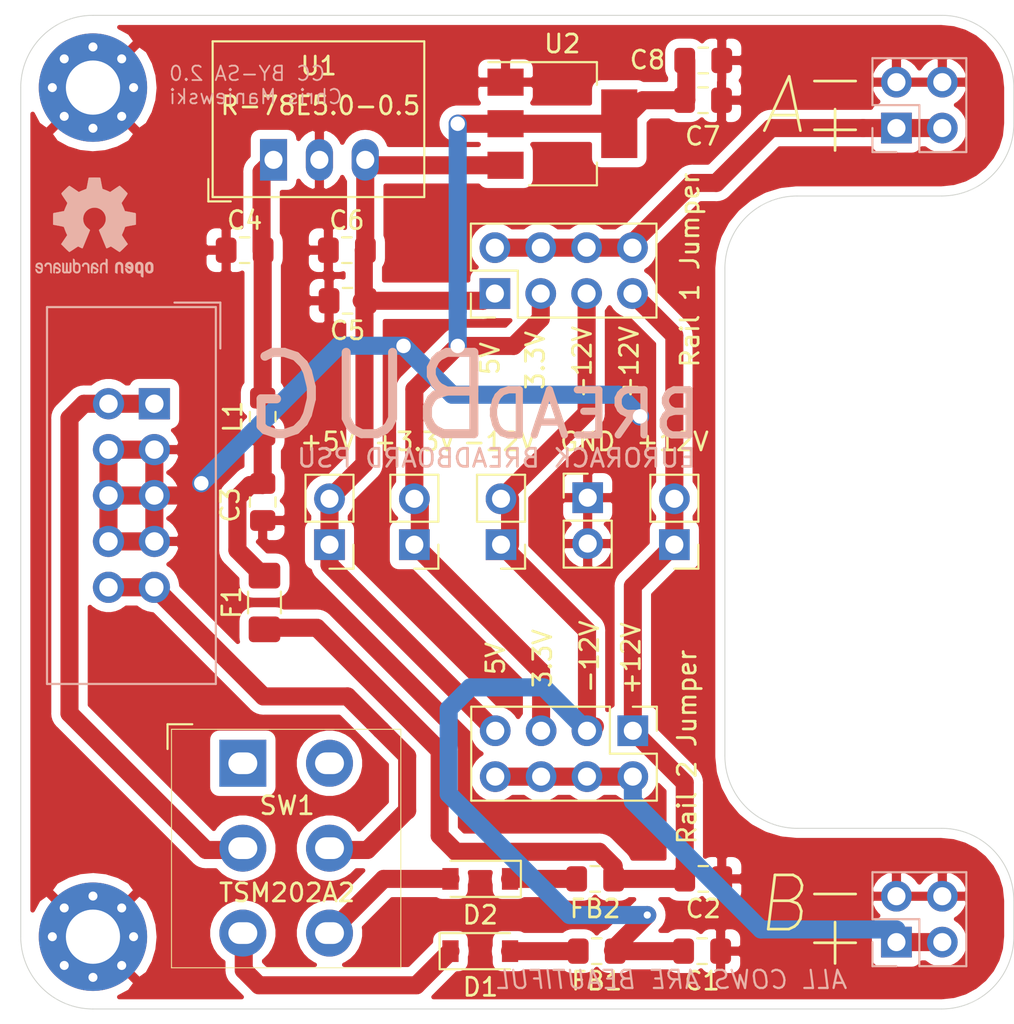
<source format=kicad_pcb>
(kicad_pcb (version 20171130) (host pcbnew "(5.1.8-0-10_14)")

  (general
    (thickness 1.6)
    (drawings 35)
    (tracks 129)
    (zones 0)
    (modules 30)
    (nets 18)
  )

  (page A4)
  (layers
    (0 F.Cu signal)
    (31 B.Cu signal)
    (32 B.Adhes user)
    (33 F.Adhes user)
    (34 B.Paste user)
    (35 F.Paste user)
    (36 B.SilkS user)
    (37 F.SilkS user hide)
    (38 B.Mask user)
    (39 F.Mask user)
    (40 Dwgs.User user)
    (41 Cmts.User user)
    (42 Eco1.User user)
    (43 Eco2.User user)
    (44 Edge.Cuts user)
    (45 Margin user)
    (46 B.CrtYd user)
    (47 F.CrtYd user)
    (48 B.Fab user hide)
    (49 F.Fab user)
  )

  (setup
    (last_trace_width 0.25)
    (user_trace_width 0.3)
    (user_trace_width 0.4)
    (user_trace_width 0.5)
    (user_trace_width 1)
    (trace_clearance 0.2)
    (zone_clearance 0.508)
    (zone_45_only no)
    (trace_min 0.2)
    (via_size 0.8)
    (via_drill 0.4)
    (via_min_size 0.4)
    (via_min_drill 0.3)
    (user_via 1 0.8)
    (uvia_size 0.3)
    (uvia_drill 0.1)
    (uvias_allowed no)
    (uvia_min_size 0.2)
    (uvia_min_drill 0.1)
    (edge_width 0.05)
    (segment_width 0.2)
    (pcb_text_width 0.3)
    (pcb_text_size 1.5 1.5)
    (mod_edge_width 0.12)
    (mod_text_size 1 1)
    (mod_text_width 0.15)
    (pad_size 1.524 1.524)
    (pad_drill 0.762)
    (pad_to_mask_clearance 0.051)
    (solder_mask_min_width 0.25)
    (aux_axis_origin 0 0)
    (visible_elements FFFFFF7F)
    (pcbplotparams
      (layerselection 0x010fc_ffffffff)
      (usegerberextensions false)
      (usegerberattributes false)
      (usegerberadvancedattributes false)
      (creategerberjobfile false)
      (excludeedgelayer true)
      (linewidth 0.100000)
      (plotframeref false)
      (viasonmask false)
      (mode 1)
      (useauxorigin false)
      (hpglpennumber 1)
      (hpglpenspeed 20)
      (hpglpendiameter 15.000000)
      (psnegative false)
      (psa4output false)
      (plotreference true)
      (plotvalue true)
      (plotinvisibletext false)
      (padsonsilk false)
      (subtractmaskfromsilk false)
      (outputformat 1)
      (mirror false)
      (drillshape 0)
      (scaleselection 1)
      (outputdirectory "gerber/"))
  )

  (net 0 "")
  (net 1 VEE)
  (net 2 GND)
  (net 3 VCC)
  (net 4 "Net-(C3-Pad1)")
  (net 5 "Net-(C4-Pad2)")
  (net 6 +5V)
  (net 7 +3V3)
  (net 8 "Net-(D1-Pad1)")
  (net 9 "Net-(D1-Pad2)")
  (net 10 "Net-(D2-Pad2)")
  (net 11 "Net-(D2-Pad1)")
  (net 12 -12V)
  (net 13 +12V)
  (net 14 "Net-(J6-Pad1)")
  (net 15 "Net-(J8-Pad2)")
  (net 16 "Net-(SW1-Pad4)")
  (net 17 "Net-(SW1-Pad1)")

  (net_class Default "This is the default net class."
    (clearance 0.2)
    (trace_width 0.25)
    (via_dia 0.8)
    (via_drill 0.4)
    (uvia_dia 0.3)
    (uvia_drill 0.1)
    (add_net +12V)
    (add_net +3V3)
    (add_net +5V)
    (add_net -12V)
    (add_net GND)
    (add_net "Net-(C3-Pad1)")
    (add_net "Net-(C4-Pad2)")
    (add_net "Net-(D1-Pad1)")
    (add_net "Net-(D1-Pad2)")
    (add_net "Net-(D2-Pad1)")
    (add_net "Net-(D2-Pad2)")
    (add_net "Net-(J6-Pad1)")
    (add_net "Net-(J8-Pad2)")
    (add_net "Net-(SW1-Pad1)")
    (add_net "Net-(SW1-Pad4)")
    (add_net VCC)
    (add_net VEE)
  )

  (module Symbol:OSHW-Logo2_7.3x6mm_SilkScreen (layer B.Cu) (tedit 0) (tstamp 5FA83086)
    (at 37.084 46.736 180)
    (descr "Open Source Hardware Symbol")
    (tags "Logo Symbol OSHW")
    (attr virtual)
    (fp_text reference REF** (at 0 0) (layer B.SilkS) hide
      (effects (font (size 1 1) (thickness 0.15)) (justify mirror))
    )
    (fp_text value OSHW-Logo2_7.3x6mm_SilkScreen (at 0.75 0) (layer B.Fab) hide
      (effects (font (size 1 1) (thickness 0.15)) (justify mirror))
    )
    (fp_poly (pts (xy 0.10391 2.757652) (xy 0.182454 2.757222) (xy 0.239298 2.756058) (xy 0.278105 2.753793)
      (xy 0.302538 2.75006) (xy 0.316262 2.744494) (xy 0.32294 2.736727) (xy 0.326236 2.726395)
      (xy 0.326556 2.725057) (xy 0.331562 2.700921) (xy 0.340829 2.653299) (xy 0.353392 2.587259)
      (xy 0.368287 2.507872) (xy 0.384551 2.420204) (xy 0.385119 2.417125) (xy 0.40141 2.331211)
      (xy 0.416652 2.255304) (xy 0.429861 2.193955) (xy 0.440054 2.151718) (xy 0.446248 2.133145)
      (xy 0.446543 2.132816) (xy 0.464788 2.123747) (xy 0.502405 2.108633) (xy 0.551271 2.090738)
      (xy 0.551543 2.090642) (xy 0.613093 2.067507) (xy 0.685657 2.038035) (xy 0.754057 2.008403)
      (xy 0.757294 2.006938) (xy 0.868702 1.956374) (xy 1.115399 2.12484) (xy 1.191077 2.176197)
      (xy 1.259631 2.222111) (xy 1.317088 2.25997) (xy 1.359476 2.287163) (xy 1.382825 2.301079)
      (xy 1.385042 2.302111) (xy 1.40201 2.297516) (xy 1.433701 2.275345) (xy 1.481352 2.234553)
      (xy 1.546198 2.174095) (xy 1.612397 2.109773) (xy 1.676214 2.046388) (xy 1.733329 1.988549)
      (xy 1.780305 1.939825) (xy 1.813703 1.90379) (xy 1.830085 1.884016) (xy 1.830694 1.882998)
      (xy 1.832505 1.869428) (xy 1.825683 1.847267) (xy 1.80854 1.813522) (xy 1.779393 1.7652)
      (xy 1.736555 1.699308) (xy 1.679448 1.614483) (xy 1.628766 1.539823) (xy 1.583461 1.47286)
      (xy 1.54615 1.417484) (xy 1.519452 1.37758) (xy 1.505985 1.357038) (xy 1.505137 1.355644)
      (xy 1.506781 1.335962) (xy 1.519245 1.297707) (xy 1.540048 1.248111) (xy 1.547462 1.232272)
      (xy 1.579814 1.16171) (xy 1.614328 1.081647) (xy 1.642365 1.012371) (xy 1.662568 0.960955)
      (xy 1.678615 0.921881) (xy 1.687888 0.901459) (xy 1.689041 0.899886) (xy 1.706096 0.897279)
      (xy 1.746298 0.890137) (xy 1.804302 0.879477) (xy 1.874763 0.866315) (xy 1.952335 0.851667)
      (xy 2.031672 0.836551) (xy 2.107431 0.821982) (xy 2.174264 0.808978) (xy 2.226828 0.798555)
      (xy 2.259776 0.79173) (xy 2.267857 0.789801) (xy 2.276205 0.785038) (xy 2.282506 0.774282)
      (xy 2.287045 0.753902) (xy 2.290104 0.720266) (xy 2.291967 0.669745) (xy 2.292918 0.598708)
      (xy 2.29324 0.503524) (xy 2.293257 0.464508) (xy 2.293257 0.147201) (xy 2.217057 0.132161)
      (xy 2.174663 0.124005) (xy 2.1114 0.112101) (xy 2.034962 0.097884) (xy 1.953043 0.08279)
      (xy 1.9304 0.078645) (xy 1.854806 0.063947) (xy 1.788953 0.049495) (xy 1.738366 0.036625)
      (xy 1.708574 0.026678) (xy 1.703612 0.023713) (xy 1.691426 0.002717) (xy 1.673953 -0.037967)
      (xy 1.654577 -0.090322) (xy 1.650734 -0.1016) (xy 1.625339 -0.171523) (xy 1.593817 -0.250418)
      (xy 1.562969 -0.321266) (xy 1.562817 -0.321595) (xy 1.511447 -0.432733) (xy 1.680399 -0.681253)
      (xy 1.849352 -0.929772) (xy 1.632429 -1.147058) (xy 1.566819 -1.211726) (xy 1.506979 -1.268733)
      (xy 1.456267 -1.315033) (xy 1.418046 -1.347584) (xy 1.395675 -1.363343) (xy 1.392466 -1.364343)
      (xy 1.373626 -1.356469) (xy 1.33518 -1.334578) (xy 1.28133 -1.301267) (xy 1.216276 -1.259131)
      (xy 1.14594 -1.211943) (xy 1.074555 -1.16381) (xy 1.010908 -1.121928) (xy 0.959041 -1.088871)
      (xy 0.922995 -1.067218) (xy 0.906867 -1.059543) (xy 0.887189 -1.066037) (xy 0.849875 -1.08315)
      (xy 0.802621 -1.107326) (xy 0.797612 -1.110013) (xy 0.733977 -1.141927) (xy 0.690341 -1.157579)
      (xy 0.663202 -1.157745) (xy 0.649057 -1.143204) (xy 0.648975 -1.143) (xy 0.641905 -1.125779)
      (xy 0.625042 -1.084899) (xy 0.599695 -1.023525) (xy 0.567171 -0.944819) (xy 0.528778 -0.851947)
      (xy 0.485822 -0.748072) (xy 0.444222 -0.647502) (xy 0.398504 -0.536516) (xy 0.356526 -0.433703)
      (xy 0.319548 -0.342215) (xy 0.288827 -0.265201) (xy 0.265622 -0.205815) (xy 0.25119 -0.167209)
      (xy 0.246743 -0.1528) (xy 0.257896 -0.136272) (xy 0.287069 -0.10993) (xy 0.325971 -0.080887)
      (xy 0.436757 0.010961) (xy 0.523351 0.116241) (xy 0.584716 0.232734) (xy 0.619815 0.358224)
      (xy 0.627608 0.490493) (xy 0.621943 0.551543) (xy 0.591078 0.678205) (xy 0.53792 0.790059)
      (xy 0.465767 0.885999) (xy 0.377917 0.964924) (xy 0.277665 1.02573) (xy 0.16831 1.067313)
      (xy 0.053147 1.088572) (xy -0.064525 1.088401) (xy -0.18141 1.065699) (xy -0.294211 1.019362)
      (xy -0.399631 0.948287) (xy -0.443632 0.908089) (xy -0.528021 0.804871) (xy -0.586778 0.692075)
      (xy -0.620296 0.57299) (xy -0.628965 0.450905) (xy -0.613177 0.329107) (xy -0.573322 0.210884)
      (xy -0.509793 0.099525) (xy -0.422979 -0.001684) (xy -0.325971 -0.080887) (xy -0.285563 -0.111162)
      (xy -0.257018 -0.137219) (xy -0.246743 -0.152825) (xy -0.252123 -0.169843) (xy -0.267425 -0.2105)
      (xy -0.291388 -0.271642) (xy -0.322756 -0.350119) (xy -0.360268 -0.44278) (xy -0.402667 -0.546472)
      (xy -0.444337 -0.647526) (xy -0.49031 -0.758607) (xy -0.532893 -0.861541) (xy -0.570779 -0.953165)
      (xy -0.60266 -1.030316) (xy -0.627229 -1.089831) (xy -0.64318 -1.128544) (xy -0.64909 -1.143)
      (xy -0.663052 -1.157685) (xy -0.69006 -1.157642) (xy -0.733587 -1.142099) (xy -0.79711 -1.110284)
      (xy -0.797612 -1.110013) (xy -0.84544 -1.085323) (xy -0.884103 -1.067338) (xy -0.905905 -1.059614)
      (xy -0.906867 -1.059543) (xy -0.923279 -1.067378) (xy -0.959513 -1.089165) (xy -1.011526 -1.122328)
      (xy -1.075275 -1.164291) (xy -1.14594 -1.211943) (xy -1.217884 -1.260191) (xy -1.282726 -1.302151)
      (xy -1.336265 -1.335227) (xy -1.374303 -1.356821) (xy -1.392467 -1.364343) (xy -1.409192 -1.354457)
      (xy -1.44282 -1.326826) (xy -1.48999 -1.284495) (xy -1.547342 -1.230505) (xy -1.611516 -1.167899)
      (xy -1.632503 -1.146983) (xy -1.849501 -0.929623) (xy -1.684332 -0.68722) (xy -1.634136 -0.612781)
      (xy -1.590081 -0.545972) (xy -1.554638 -0.490665) (xy -1.530281 -0.450729) (xy -1.519478 -0.430036)
      (xy -1.519162 -0.428563) (xy -1.524857 -0.409058) (xy -1.540174 -0.369822) (xy -1.562463 -0.31743)
      (xy -1.578107 -0.282355) (xy -1.607359 -0.215201) (xy -1.634906 -0.147358) (xy -1.656263 -0.090034)
      (xy -1.662065 -0.072572) (xy -1.678548 -0.025938) (xy -1.69466 0.010095) (xy -1.70351 0.023713)
      (xy -1.72304 0.032048) (xy -1.765666 0.043863) (xy -1.825855 0.057819) (xy -1.898078 0.072578)
      (xy -1.9304 0.078645) (xy -2.012478 0.093727) (xy -2.091205 0.108331) (xy -2.158891 0.12102)
      (xy -2.20784 0.130358) (xy -2.217057 0.132161) (xy -2.293257 0.147201) (xy -2.293257 0.464508)
      (xy -2.293086 0.568846) (xy -2.292384 0.647787) (xy -2.290866 0.704962) (xy -2.288251 0.744001)
      (xy -2.284254 0.768535) (xy -2.278591 0.782195) (xy -2.27098 0.788611) (xy -2.267857 0.789801)
      (xy -2.249022 0.79402) (xy -2.207412 0.802438) (xy -2.14837 0.814039) (xy -2.077243 0.827805)
      (xy -1.999375 0.84272) (xy -1.920113 0.857768) (xy -1.844802 0.871931) (xy -1.778787 0.884194)
      (xy -1.727413 0.893539) (xy -1.696025 0.89895) (xy -1.689041 0.899886) (xy -1.682715 0.912404)
      (xy -1.66871 0.945754) (xy -1.649645 0.993623) (xy -1.642366 1.012371) (xy -1.613004 1.084805)
      (xy -1.578429 1.16483) (xy -1.547463 1.232272) (xy -1.524677 1.283841) (xy -1.509518 1.326215)
      (xy -1.504458 1.352166) (xy -1.505264 1.355644) (xy -1.515959 1.372064) (xy -1.54038 1.408583)
      (xy -1.575905 1.461313) (xy -1.619913 1.526365) (xy -1.669783 1.599849) (xy -1.679644 1.614355)
      (xy -1.737508 1.700296) (xy -1.780044 1.765739) (xy -1.808946 1.813696) (xy -1.82591 1.84718)
      (xy -1.832633 1.869205) (xy -1.83081 1.882783) (xy -1.830764 1.882869) (xy -1.816414 1.900703)
      (xy -1.784677 1.935183) (xy -1.73899 1.982732) (xy -1.682796 2.039778) (xy -1.619532 2.102745)
      (xy -1.612398 2.109773) (xy -1.53267 2.18698) (xy -1.471143 2.24367) (xy -1.426579 2.28089)
      (xy -1.397743 2.299685) (xy -1.385042 2.302111) (xy -1.366506 2.291529) (xy -1.328039 2.267084)
      (xy -1.273614 2.231388) (xy -1.207202 2.187053) (xy -1.132775 2.136689) (xy -1.115399 2.12484)
      (xy -0.868703 1.956374) (xy -0.757294 2.006938) (xy -0.689543 2.036405) (xy -0.616817 2.066041)
      (xy -0.554297 2.08967) (xy -0.551543 2.090642) (xy -0.50264 2.108543) (xy -0.464943 2.12368)
      (xy -0.446575 2.13279) (xy -0.446544 2.132816) (xy -0.440715 2.149283) (xy -0.430808 2.189781)
      (xy -0.417805 2.249758) (xy -0.402691 2.32466) (xy -0.386448 2.409936) (xy -0.385119 2.417125)
      (xy -0.368825 2.504986) (xy -0.353867 2.58474) (xy -0.341209 2.651319) (xy -0.331814 2.699653)
      (xy -0.326646 2.724675) (xy -0.326556 2.725057) (xy -0.323411 2.735701) (xy -0.317296 2.743738)
      (xy -0.304547 2.749533) (xy -0.2815 2.753453) (xy -0.244491 2.755865) (xy -0.189856 2.757135)
      (xy -0.113933 2.757629) (xy -0.013056 2.757714) (xy 0 2.757714) (xy 0.10391 2.757652)) (layer B.SilkS) (width 0.01))
    (fp_poly (pts (xy 3.153595 -1.966966) (xy 3.211021 -2.004497) (xy 3.238719 -2.038096) (xy 3.260662 -2.099064)
      (xy 3.262405 -2.147308) (xy 3.258457 -2.211816) (xy 3.109686 -2.276934) (xy 3.037349 -2.310202)
      (xy 2.990084 -2.336964) (xy 2.965507 -2.360144) (xy 2.961237 -2.382667) (xy 2.974889 -2.407455)
      (xy 2.989943 -2.423886) (xy 3.033746 -2.450235) (xy 3.081389 -2.452081) (xy 3.125145 -2.431546)
      (xy 3.157289 -2.390752) (xy 3.163038 -2.376347) (xy 3.190576 -2.331356) (xy 3.222258 -2.312182)
      (xy 3.265714 -2.295779) (xy 3.265714 -2.357966) (xy 3.261872 -2.400283) (xy 3.246823 -2.435969)
      (xy 3.21528 -2.476943) (xy 3.210592 -2.482267) (xy 3.175506 -2.51872) (xy 3.145347 -2.538283)
      (xy 3.107615 -2.547283) (xy 3.076335 -2.55023) (xy 3.020385 -2.550965) (xy 2.980555 -2.54166)
      (xy 2.955708 -2.527846) (xy 2.916656 -2.497467) (xy 2.889625 -2.464613) (xy 2.872517 -2.423294)
      (xy 2.863238 -2.367521) (xy 2.859693 -2.291305) (xy 2.85941 -2.252622) (xy 2.860372 -2.206247)
      (xy 2.948007 -2.206247) (xy 2.949023 -2.231126) (xy 2.951556 -2.2352) (xy 2.968274 -2.229665)
      (xy 3.004249 -2.215017) (xy 3.052331 -2.19419) (xy 3.062386 -2.189714) (xy 3.123152 -2.158814)
      (xy 3.156632 -2.131657) (xy 3.16399 -2.10622) (xy 3.146391 -2.080481) (xy 3.131856 -2.069109)
      (xy 3.07941 -2.046364) (xy 3.030322 -2.050122) (xy 2.989227 -2.077884) (xy 2.960758 -2.127152)
      (xy 2.951631 -2.166257) (xy 2.948007 -2.206247) (xy 2.860372 -2.206247) (xy 2.861285 -2.162249)
      (xy 2.868196 -2.095384) (xy 2.881884 -2.046695) (xy 2.904096 -2.010849) (xy 2.936574 -1.982513)
      (xy 2.950733 -1.973355) (xy 3.015053 -1.949507) (xy 3.085473 -1.948006) (xy 3.153595 -1.966966)) (layer B.SilkS) (width 0.01))
    (fp_poly (pts (xy 2.6526 -1.958752) (xy 2.669948 -1.966334) (xy 2.711356 -1.999128) (xy 2.746765 -2.046547)
      (xy 2.768664 -2.097151) (xy 2.772229 -2.122098) (xy 2.760279 -2.156927) (xy 2.734067 -2.175357)
      (xy 2.705964 -2.186516) (xy 2.693095 -2.188572) (xy 2.686829 -2.173649) (xy 2.674456 -2.141175)
      (xy 2.669028 -2.126502) (xy 2.63859 -2.075744) (xy 2.59452 -2.050427) (xy 2.53801 -2.051206)
      (xy 2.533825 -2.052203) (xy 2.503655 -2.066507) (xy 2.481476 -2.094393) (xy 2.466327 -2.139287)
      (xy 2.45725 -2.204615) (xy 2.453286 -2.293804) (xy 2.452914 -2.341261) (xy 2.45273 -2.416071)
      (xy 2.451522 -2.467069) (xy 2.448309 -2.499471) (xy 2.442109 -2.518495) (xy 2.43194 -2.529356)
      (xy 2.416819 -2.537272) (xy 2.415946 -2.53767) (xy 2.386828 -2.549981) (xy 2.372403 -2.554514)
      (xy 2.370186 -2.540809) (xy 2.368289 -2.502925) (xy 2.366847 -2.445715) (xy 2.365998 -2.374027)
      (xy 2.365829 -2.321565) (xy 2.366692 -2.220047) (xy 2.37007 -2.143032) (xy 2.377142 -2.086023)
      (xy 2.389088 -2.044526) (xy 2.40709 -2.014043) (xy 2.432327 -1.99008) (xy 2.457247 -1.973355)
      (xy 2.517171 -1.951097) (xy 2.586911 -1.946076) (xy 2.6526 -1.958752)) (layer B.SilkS) (width 0.01))
    (fp_poly (pts (xy 2.144876 -1.956335) (xy 2.186667 -1.975344) (xy 2.219469 -1.998378) (xy 2.243503 -2.024133)
      (xy 2.260097 -2.057358) (xy 2.270577 -2.1028) (xy 2.276271 -2.165207) (xy 2.278507 -2.249327)
      (xy 2.278743 -2.304721) (xy 2.278743 -2.520826) (xy 2.241774 -2.53767) (xy 2.212656 -2.549981)
      (xy 2.198231 -2.554514) (xy 2.195472 -2.541025) (xy 2.193282 -2.504653) (xy 2.191942 -2.451542)
      (xy 2.191657 -2.409372) (xy 2.190434 -2.348447) (xy 2.187136 -2.300115) (xy 2.182321 -2.270518)
      (xy 2.178496 -2.264229) (xy 2.152783 -2.270652) (xy 2.112418 -2.287125) (xy 2.065679 -2.309458)
      (xy 2.020845 -2.333457) (xy 1.986193 -2.35493) (xy 1.970002 -2.369685) (xy 1.969938 -2.369845)
      (xy 1.97133 -2.397152) (xy 1.983818 -2.423219) (xy 2.005743 -2.444392) (xy 2.037743 -2.451474)
      (xy 2.065092 -2.450649) (xy 2.103826 -2.450042) (xy 2.124158 -2.459116) (xy 2.136369 -2.483092)
      (xy 2.137909 -2.487613) (xy 2.143203 -2.521806) (xy 2.129047 -2.542568) (xy 2.092148 -2.552462)
      (xy 2.052289 -2.554292) (xy 1.980562 -2.540727) (xy 1.943432 -2.521355) (xy 1.897576 -2.475845)
      (xy 1.873256 -2.419983) (xy 1.871073 -2.360957) (xy 1.891629 -2.305953) (xy 1.922549 -2.271486)
      (xy 1.95342 -2.252189) (xy 2.001942 -2.227759) (xy 2.058485 -2.202985) (xy 2.06791 -2.199199)
      (xy 2.130019 -2.171791) (xy 2.165822 -2.147634) (xy 2.177337 -2.123619) (xy 2.16658 -2.096635)
      (xy 2.148114 -2.075543) (xy 2.104469 -2.049572) (xy 2.056446 -2.047624) (xy 2.012406 -2.067637)
      (xy 1.980709 -2.107551) (xy 1.976549 -2.117848) (xy 1.952327 -2.155724) (xy 1.916965 -2.183842)
      (xy 1.872343 -2.206917) (xy 1.872343 -2.141485) (xy 1.874969 -2.101506) (xy 1.88623 -2.069997)
      (xy 1.911199 -2.036378) (xy 1.935169 -2.010484) (xy 1.972441 -1.973817) (xy 2.001401 -1.954121)
      (xy 2.032505 -1.94622) (xy 2.067713 -1.944914) (xy 2.144876 -1.956335)) (layer B.SilkS) (width 0.01))
    (fp_poly (pts (xy 1.779833 -1.958663) (xy 1.782048 -1.99685) (xy 1.783784 -2.054886) (xy 1.784899 -2.12818)
      (xy 1.785257 -2.205055) (xy 1.785257 -2.465196) (xy 1.739326 -2.511127) (xy 1.707675 -2.539429)
      (xy 1.67989 -2.550893) (xy 1.641915 -2.550168) (xy 1.62684 -2.548321) (xy 1.579726 -2.542948)
      (xy 1.540756 -2.539869) (xy 1.531257 -2.539585) (xy 1.499233 -2.541445) (xy 1.453432 -2.546114)
      (xy 1.435674 -2.548321) (xy 1.392057 -2.551735) (xy 1.362745 -2.54432) (xy 1.33368 -2.521427)
      (xy 1.323188 -2.511127) (xy 1.277257 -2.465196) (xy 1.277257 -1.978602) (xy 1.314226 -1.961758)
      (xy 1.346059 -1.949282) (xy 1.364683 -1.944914) (xy 1.369458 -1.958718) (xy 1.373921 -1.997286)
      (xy 1.377775 -2.056356) (xy 1.380722 -2.131663) (xy 1.382143 -2.195286) (xy 1.386114 -2.445657)
      (xy 1.420759 -2.450556) (xy 1.452268 -2.447131) (xy 1.467708 -2.436041) (xy 1.472023 -2.415308)
      (xy 1.475708 -2.371145) (xy 1.478469 -2.309146) (xy 1.480012 -2.234909) (xy 1.480235 -2.196706)
      (xy 1.480457 -1.976783) (xy 1.526166 -1.960849) (xy 1.558518 -1.950015) (xy 1.576115 -1.944962)
      (xy 1.576623 -1.944914) (xy 1.578388 -1.958648) (xy 1.580329 -1.99673) (xy 1.582282 -2.054482)
      (xy 1.584084 -2.127227) (xy 1.585343 -2.195286) (xy 1.589314 -2.445657) (xy 1.6764 -2.445657)
      (xy 1.680396 -2.21724) (xy 1.684392 -1.988822) (xy 1.726847 -1.966868) (xy 1.758192 -1.951793)
      (xy 1.776744 -1.944951) (xy 1.777279 -1.944914) (xy 1.779833 -1.958663)) (layer B.SilkS) (width 0.01))
    (fp_poly (pts (xy 1.190117 -2.065358) (xy 1.189933 -2.173837) (xy 1.189219 -2.257287) (xy 1.187675 -2.319704)
      (xy 1.185001 -2.365085) (xy 1.180894 -2.397429) (xy 1.175055 -2.420733) (xy 1.167182 -2.438995)
      (xy 1.161221 -2.449418) (xy 1.111855 -2.505945) (xy 1.049264 -2.541377) (xy 0.980013 -2.55409)
      (xy 0.910668 -2.542463) (xy 0.869375 -2.521568) (xy 0.826025 -2.485422) (xy 0.796481 -2.441276)
      (xy 0.778655 -2.383462) (xy 0.770463 -2.306313) (xy 0.769302 -2.249714) (xy 0.769458 -2.245647)
      (xy 0.870857 -2.245647) (xy 0.871476 -2.31055) (xy 0.874314 -2.353514) (xy 0.88084 -2.381622)
      (xy 0.892523 -2.401953) (xy 0.906483 -2.417288) (xy 0.953365 -2.44689) (xy 1.003701 -2.449419)
      (xy 1.051276 -2.424705) (xy 1.054979 -2.421356) (xy 1.070783 -2.403935) (xy 1.080693 -2.383209)
      (xy 1.086058 -2.352362) (xy 1.088228 -2.304577) (xy 1.088571 -2.251748) (xy 1.087827 -2.185381)
      (xy 1.084748 -2.141106) (xy 1.078061 -2.112009) (xy 1.066496 -2.091173) (xy 1.057013 -2.080107)
      (xy 1.01296 -2.052198) (xy 0.962224 -2.048843) (xy 0.913796 -2.070159) (xy 0.90445 -2.078073)
      (xy 0.88854 -2.095647) (xy 0.87861 -2.116587) (xy 0.873278 -2.147782) (xy 0.871163 -2.196122)
      (xy 0.870857 -2.245647) (xy 0.769458 -2.245647) (xy 0.77281 -2.158568) (xy 0.784726 -2.090086)
      (xy 0.807135 -2.0386) (xy 0.842124 -1.998443) (xy 0.869375 -1.977861) (xy 0.918907 -1.955625)
      (xy 0.976316 -1.945304) (xy 1.029682 -1.948067) (xy 1.059543 -1.959212) (xy 1.071261 -1.962383)
      (xy 1.079037 -1.950557) (xy 1.084465 -1.918866) (xy 1.088571 -1.870593) (xy 1.093067 -1.816829)
      (xy 1.099313 -1.784482) (xy 1.110676 -1.765985) (xy 1.130528 -1.75377) (xy 1.143 -1.748362)
      (xy 1.190171 -1.728601) (xy 1.190117 -2.065358)) (layer B.SilkS) (width 0.01))
    (fp_poly (pts (xy 0.529926 -1.949755) (xy 0.595858 -1.974084) (xy 0.649273 -2.017117) (xy 0.670164 -2.047409)
      (xy 0.692939 -2.102994) (xy 0.692466 -2.143186) (xy 0.668562 -2.170217) (xy 0.659717 -2.174813)
      (xy 0.62153 -2.189144) (xy 0.602028 -2.185472) (xy 0.595422 -2.161407) (xy 0.595086 -2.148114)
      (xy 0.582992 -2.09921) (xy 0.551471 -2.064999) (xy 0.507659 -2.048476) (xy 0.458695 -2.052634)
      (xy 0.418894 -2.074227) (xy 0.40545 -2.086544) (xy 0.395921 -2.101487) (xy 0.389485 -2.124075)
      (xy 0.385317 -2.159328) (xy 0.382597 -2.212266) (xy 0.380502 -2.287907) (xy 0.37996 -2.311857)
      (xy 0.377981 -2.39379) (xy 0.375731 -2.451455) (xy 0.372357 -2.489608) (xy 0.367006 -2.513004)
      (xy 0.358824 -2.526398) (xy 0.346959 -2.534545) (xy 0.339362 -2.538144) (xy 0.307102 -2.550452)
      (xy 0.288111 -2.554514) (xy 0.281836 -2.540948) (xy 0.278006 -2.499934) (xy 0.2766 -2.430999)
      (xy 0.277598 -2.333669) (xy 0.277908 -2.318657) (xy 0.280101 -2.229859) (xy 0.282693 -2.165019)
      (xy 0.286382 -2.119067) (xy 0.291864 -2.086935) (xy 0.299835 -2.063553) (xy 0.310993 -2.043852)
      (xy 0.31683 -2.03541) (xy 0.350296 -1.998057) (xy 0.387727 -1.969003) (xy 0.392309 -1.966467)
      (xy 0.459426 -1.946443) (xy 0.529926 -1.949755)) (layer B.SilkS) (width 0.01))
    (fp_poly (pts (xy 0.039744 -1.950968) (xy 0.096616 -1.972087) (xy 0.097267 -1.972493) (xy 0.13244 -1.99838)
      (xy 0.158407 -2.028633) (xy 0.17667 -2.068058) (xy 0.188732 -2.121462) (xy 0.196096 -2.193651)
      (xy 0.200264 -2.289432) (xy 0.200629 -2.303078) (xy 0.205876 -2.508842) (xy 0.161716 -2.531678)
      (xy 0.129763 -2.54711) (xy 0.11047 -2.554423) (xy 0.109578 -2.554514) (xy 0.106239 -2.541022)
      (xy 0.103587 -2.504626) (xy 0.101956 -2.451452) (xy 0.1016 -2.408393) (xy 0.101592 -2.338641)
      (xy 0.098403 -2.294837) (xy 0.087288 -2.273944) (xy 0.063501 -2.272925) (xy 0.022296 -2.288741)
      (xy -0.039914 -2.317815) (xy -0.085659 -2.341963) (xy -0.109187 -2.362913) (xy -0.116104 -2.385747)
      (xy -0.116114 -2.386877) (xy -0.104701 -2.426212) (xy -0.070908 -2.447462) (xy -0.019191 -2.450539)
      (xy 0.018061 -2.450006) (xy 0.037703 -2.460735) (xy 0.049952 -2.486505) (xy 0.057002 -2.519337)
      (xy 0.046842 -2.537966) (xy 0.043017 -2.540632) (xy 0.007001 -2.55134) (xy -0.043434 -2.552856)
      (xy -0.095374 -2.545759) (xy -0.132178 -2.532788) (xy -0.183062 -2.489585) (xy -0.211986 -2.429446)
      (xy -0.217714 -2.382462) (xy -0.213343 -2.340082) (xy -0.197525 -2.305488) (xy -0.166203 -2.274763)
      (xy -0.115322 -2.24399) (xy -0.040824 -2.209252) (xy -0.036286 -2.207288) (xy 0.030821 -2.176287)
      (xy 0.072232 -2.150862) (xy 0.089981 -2.128014) (xy 0.086107 -2.104745) (xy 0.062643 -2.078056)
      (xy 0.055627 -2.071914) (xy 0.00863 -2.0481) (xy -0.040067 -2.049103) (xy -0.082478 -2.072451)
      (xy -0.110616 -2.115675) (xy -0.113231 -2.12416) (xy -0.138692 -2.165308) (xy -0.170999 -2.185128)
      (xy -0.217714 -2.20477) (xy -0.217714 -2.15395) (xy -0.203504 -2.080082) (xy -0.161325 -2.012327)
      (xy -0.139376 -1.989661) (xy -0.089483 -1.960569) (xy -0.026033 -1.9474) (xy 0.039744 -1.950968)) (layer B.SilkS) (width 0.01))
    (fp_poly (pts (xy -0.624114 -1.851289) (xy -0.619861 -1.910613) (xy -0.614975 -1.945572) (xy -0.608205 -1.96082)
      (xy -0.598298 -1.961015) (xy -0.595086 -1.959195) (xy -0.552356 -1.946015) (xy -0.496773 -1.946785)
      (xy -0.440263 -1.960333) (xy -0.404918 -1.977861) (xy -0.368679 -2.005861) (xy -0.342187 -2.037549)
      (xy -0.324001 -2.077813) (xy -0.312678 -2.131543) (xy -0.306778 -2.203626) (xy -0.304857 -2.298951)
      (xy -0.304823 -2.317237) (xy -0.3048 -2.522646) (xy -0.350509 -2.53858) (xy -0.382973 -2.54942)
      (xy -0.400785 -2.554468) (xy -0.401309 -2.554514) (xy -0.403063 -2.540828) (xy -0.404556 -2.503076)
      (xy -0.405674 -2.446224) (xy -0.406303 -2.375234) (xy -0.4064 -2.332073) (xy -0.406602 -2.246973)
      (xy -0.407642 -2.185981) (xy -0.410169 -2.144177) (xy -0.414836 -2.116642) (xy -0.422293 -2.098456)
      (xy -0.433189 -2.084698) (xy -0.439993 -2.078073) (xy -0.486728 -2.051375) (xy -0.537728 -2.049375)
      (xy -0.583999 -2.071955) (xy -0.592556 -2.080107) (xy -0.605107 -2.095436) (xy -0.613812 -2.113618)
      (xy -0.619369 -2.139909) (xy -0.622474 -2.179562) (xy -0.623824 -2.237832) (xy -0.624114 -2.318173)
      (xy -0.624114 -2.522646) (xy -0.669823 -2.53858) (xy -0.702287 -2.54942) (xy -0.720099 -2.554468)
      (xy -0.720623 -2.554514) (xy -0.721963 -2.540623) (xy -0.723172 -2.501439) (xy -0.724199 -2.4407)
      (xy -0.724998 -2.362141) (xy -0.725519 -2.269498) (xy -0.725714 -2.166509) (xy -0.725714 -1.769342)
      (xy -0.678543 -1.749444) (xy -0.631371 -1.729547) (xy -0.624114 -1.851289)) (layer B.SilkS) (width 0.01))
    (fp_poly (pts (xy -1.831697 -1.931239) (xy -1.774473 -1.969735) (xy -1.730251 -2.025335) (xy -1.703833 -2.096086)
      (xy -1.69849 -2.148162) (xy -1.699097 -2.169893) (xy -1.704178 -2.186531) (xy -1.718145 -2.201437)
      (xy -1.745411 -2.217973) (xy -1.790388 -2.239498) (xy -1.857489 -2.269374) (xy -1.857829 -2.269524)
      (xy -1.919593 -2.297813) (xy -1.970241 -2.322933) (xy -2.004596 -2.342179) (xy -2.017482 -2.352848)
      (xy -2.017486 -2.352934) (xy -2.006128 -2.376166) (xy -1.979569 -2.401774) (xy -1.949077 -2.420221)
      (xy -1.93363 -2.423886) (xy -1.891485 -2.411212) (xy -1.855192 -2.379471) (xy -1.837483 -2.344572)
      (xy -1.820448 -2.318845) (xy -1.787078 -2.289546) (xy -1.747851 -2.264235) (xy -1.713244 -2.250471)
      (xy -1.706007 -2.249714) (xy -1.697861 -2.26216) (xy -1.69737 -2.293972) (xy -1.703357 -2.336866)
      (xy -1.714643 -2.382558) (xy -1.73005 -2.422761) (xy -1.730829 -2.424322) (xy -1.777196 -2.489062)
      (xy -1.837289 -2.533097) (xy -1.905535 -2.554711) (xy -1.976362 -2.552185) (xy -2.044196 -2.523804)
      (xy -2.047212 -2.521808) (xy -2.100573 -2.473448) (xy -2.13566 -2.410352) (xy -2.155078 -2.327387)
      (xy -2.157684 -2.304078) (xy -2.162299 -2.194055) (xy -2.156767 -2.142748) (xy -2.017486 -2.142748)
      (xy -2.015676 -2.174753) (xy -2.005778 -2.184093) (xy -1.981102 -2.177105) (xy -1.942205 -2.160587)
      (xy -1.898725 -2.139881) (xy -1.897644 -2.139333) (xy -1.860791 -2.119949) (xy -1.846 -2.107013)
      (xy -1.849647 -2.093451) (xy -1.865005 -2.075632) (xy -1.904077 -2.049845) (xy -1.946154 -2.04795)
      (xy -1.983897 -2.066717) (xy -2.009966 -2.102915) (xy -2.017486 -2.142748) (xy -2.156767 -2.142748)
      (xy -2.152806 -2.106027) (xy -2.12845 -2.036212) (xy -2.094544 -1.987302) (xy -2.033347 -1.937878)
      (xy -1.965937 -1.913359) (xy -1.89712 -1.911797) (xy -1.831697 -1.931239)) (layer B.SilkS) (width 0.01))
    (fp_poly (pts (xy -2.958885 -1.921962) (xy -2.890855 -1.957733) (xy -2.840649 -2.015301) (xy -2.822815 -2.052312)
      (xy -2.808937 -2.107882) (xy -2.801833 -2.178096) (xy -2.80116 -2.254727) (xy -2.806573 -2.329552)
      (xy -2.81773 -2.394342) (xy -2.834286 -2.440873) (xy -2.839374 -2.448887) (xy -2.899645 -2.508707)
      (xy -2.971231 -2.544535) (xy -3.048908 -2.55502) (xy -3.127452 -2.53881) (xy -3.149311 -2.529092)
      (xy -3.191878 -2.499143) (xy -3.229237 -2.459433) (xy -3.232768 -2.454397) (xy -3.247119 -2.430124)
      (xy -3.256606 -2.404178) (xy -3.26221 -2.370022) (xy -3.264914 -2.321119) (xy -3.265701 -2.250935)
      (xy -3.265714 -2.2352) (xy -3.265678 -2.230192) (xy -3.120571 -2.230192) (xy -3.119727 -2.29643)
      (xy -3.116404 -2.340386) (xy -3.109417 -2.368779) (xy -3.097584 -2.388325) (xy -3.091543 -2.394857)
      (xy -3.056814 -2.41968) (xy -3.023097 -2.418548) (xy -2.989005 -2.397016) (xy -2.968671 -2.374029)
      (xy -2.956629 -2.340478) (xy -2.949866 -2.287569) (xy -2.949402 -2.281399) (xy -2.948248 -2.185513)
      (xy -2.960312 -2.114299) (xy -2.98543 -2.068194) (xy -3.02344 -2.047635) (xy -3.037008 -2.046514)
      (xy -3.072636 -2.052152) (xy -3.097006 -2.071686) (xy -3.111907 -2.109042) (xy -3.119125 -2.16815)
      (xy -3.120571 -2.230192) (xy -3.265678 -2.230192) (xy -3.265174 -2.160413) (xy -3.262904 -2.108159)
      (xy -3.257932 -2.071949) (xy -3.249287 -2.045299) (xy -3.235995 -2.021722) (xy -3.233057 -2.017338)
      (xy -3.183687 -1.958249) (xy -3.129891 -1.923947) (xy -3.064398 -1.910331) (xy -3.042158 -1.909665)
      (xy -2.958885 -1.921962)) (layer B.SilkS) (width 0.01))
    (fp_poly (pts (xy -1.283907 -1.92778) (xy -1.237328 -1.954723) (xy -1.204943 -1.981466) (xy -1.181258 -2.009484)
      (xy -1.164941 -2.043748) (xy -1.154661 -2.089227) (xy -1.149086 -2.150892) (xy -1.146884 -2.233711)
      (xy -1.146629 -2.293246) (xy -1.146629 -2.512391) (xy -1.208314 -2.540044) (xy -1.27 -2.567697)
      (xy -1.277257 -2.32767) (xy -1.280256 -2.238028) (xy -1.283402 -2.172962) (xy -1.287299 -2.128026)
      (xy -1.292553 -2.09877) (xy -1.299769 -2.080748) (xy -1.30955 -2.069511) (xy -1.312688 -2.067079)
      (xy -1.360239 -2.048083) (xy -1.408303 -2.0556) (xy -1.436914 -2.075543) (xy -1.448553 -2.089675)
      (xy -1.456609 -2.10822) (xy -1.461729 -2.136334) (xy -1.464559 -2.179173) (xy -1.465744 -2.241895)
      (xy -1.465943 -2.307261) (xy -1.465982 -2.389268) (xy -1.467386 -2.447316) (xy -1.472086 -2.486465)
      (xy -1.482013 -2.51178) (xy -1.499097 -2.528323) (xy -1.525268 -2.541156) (xy -1.560225 -2.554491)
      (xy -1.598404 -2.569007) (xy -1.593859 -2.311389) (xy -1.592029 -2.218519) (xy -1.589888 -2.149889)
      (xy -1.586819 -2.100711) (xy -1.582206 -2.066198) (xy -1.575432 -2.041562) (xy -1.565881 -2.022016)
      (xy -1.554366 -2.00477) (xy -1.49881 -1.94968) (xy -1.43102 -1.917822) (xy -1.357287 -1.910191)
      (xy -1.283907 -1.92778)) (layer B.SilkS) (width 0.01))
    (fp_poly (pts (xy -2.400256 -1.919918) (xy -2.344799 -1.947568) (xy -2.295852 -1.99848) (xy -2.282371 -2.017338)
      (xy -2.267686 -2.042015) (xy -2.258158 -2.068816) (xy -2.252707 -2.104587) (xy -2.250253 -2.156169)
      (xy -2.249714 -2.224267) (xy -2.252148 -2.317588) (xy -2.260606 -2.387657) (xy -2.276826 -2.439931)
      (xy -2.302546 -2.479869) (xy -2.339503 -2.512929) (xy -2.342218 -2.514886) (xy -2.37864 -2.534908)
      (xy -2.422498 -2.544815) (xy -2.478276 -2.547257) (xy -2.568952 -2.547257) (xy -2.56899 -2.635283)
      (xy -2.569834 -2.684308) (xy -2.574976 -2.713065) (xy -2.588413 -2.730311) (xy -2.614142 -2.744808)
      (xy -2.620321 -2.747769) (xy -2.649236 -2.761648) (xy -2.671624 -2.770414) (xy -2.688271 -2.771171)
      (xy -2.699964 -2.761023) (xy -2.70749 -2.737073) (xy -2.711634 -2.696426) (xy -2.713185 -2.636186)
      (xy -2.712929 -2.553455) (xy -2.711651 -2.445339) (xy -2.711252 -2.413) (xy -2.709815 -2.301524)
      (xy -2.708528 -2.228603) (xy -2.569029 -2.228603) (xy -2.568245 -2.290499) (xy -2.56476 -2.330997)
      (xy -2.556876 -2.357708) (xy -2.542895 -2.378244) (xy -2.533403 -2.38826) (xy -2.494596 -2.417567)
      (xy -2.460237 -2.419952) (xy -2.424784 -2.39575) (xy -2.423886 -2.394857) (xy -2.409461 -2.376153)
      (xy -2.400687 -2.350732) (xy -2.396261 -2.311584) (xy -2.394882 -2.251697) (xy -2.394857 -2.23843)
      (xy -2.398188 -2.155901) (xy -2.409031 -2.098691) (xy -2.42866 -2.063766) (xy -2.45835 -2.048094)
      (xy -2.475509 -2.046514) (xy -2.516234 -2.053926) (xy -2.544168 -2.07833) (xy -2.560983 -2.12298)
      (xy -2.56835 -2.19113) (xy -2.569029 -2.228603) (xy -2.708528 -2.228603) (xy -2.708292 -2.215245)
      (xy -2.706323 -2.150333) (xy -2.70355 -2.102958) (xy -2.699612 -2.06929) (xy -2.694151 -2.045498)
      (xy -2.686808 -2.027753) (xy -2.677223 -2.012224) (xy -2.673113 -2.006381) (xy -2.618595 -1.951185)
      (xy -2.549664 -1.91989) (xy -2.469928 -1.911165) (xy -2.400256 -1.919918)) (layer B.SilkS) (width 0.01))
  )

  (module Inductor_SMD:L_0805_2012Metric_Pad1.15x1.40mm_HandSolder (layer F.Cu) (tedit 5B36C52B) (tstamp 5F71DA4E)
    (at 46.4 57.2125 90)
    (descr "Capacitor SMD 0805 (2012 Metric), square (rectangular) end terminal, IPC_7351 nominal with elongated pad for handsoldering. (Body size source: https://docs.google.com/spreadsheets/d/1BsfQQcO9C6DZCsRaXUlFlo91Tg2WpOkGARC1WS5S8t0/edit?usp=sharing), generated with kicad-footprint-generator")
    (tags "inductor handsolder")
    (path /5F748231)
    (attr smd)
    (fp_text reference L1 (at 0 -1.65 90) (layer F.SilkS)
      (effects (font (size 1 1) (thickness 0.15)))
    )
    (fp_text value 10u (at 0 1.65 90) (layer F.Fab)
      (effects (font (size 1 1) (thickness 0.15)))
    )
    (fp_line (start 1.85 0.95) (end -1.85 0.95) (layer F.CrtYd) (width 0.05))
    (fp_line (start 1.85 -0.95) (end 1.85 0.95) (layer F.CrtYd) (width 0.05))
    (fp_line (start -1.85 -0.95) (end 1.85 -0.95) (layer F.CrtYd) (width 0.05))
    (fp_line (start -1.85 0.95) (end -1.85 -0.95) (layer F.CrtYd) (width 0.05))
    (fp_line (start -0.261252 0.71) (end 0.261252 0.71) (layer F.SilkS) (width 0.12))
    (fp_line (start -0.261252 -0.71) (end 0.261252 -0.71) (layer F.SilkS) (width 0.12))
    (fp_line (start 1 0.6) (end -1 0.6) (layer F.Fab) (width 0.1))
    (fp_line (start 1 -0.6) (end 1 0.6) (layer F.Fab) (width 0.1))
    (fp_line (start -1 -0.6) (end 1 -0.6) (layer F.Fab) (width 0.1))
    (fp_line (start -1 0.6) (end -1 -0.6) (layer F.Fab) (width 0.1))
    (fp_text user %R (at 0 0 90) (layer F.Fab)
      (effects (font (size 0.5 0.5) (thickness 0.08)))
    )
    (pad 2 smd roundrect (at 1.025 0 90) (size 1.15 1.4) (layers F.Cu F.Paste F.Mask) (roundrect_rratio 0.217391)
      (net 5 "Net-(C4-Pad2)"))
    (pad 1 smd roundrect (at -1.025 0 90) (size 1.15 1.4) (layers F.Cu F.Paste F.Mask) (roundrect_rratio 0.217391)
      (net 4 "Net-(C3-Pad1)"))
    (model ${KISYS3DMOD}/Inductor_SMD.3dshapes/L_0805_2012Metric.wrl
      (at (xyz 0 0 0))
      (scale (xyz 1 1 1))
      (rotate (xyz 0 0 0))
    )
  )

  (module Inductor_SMD:L_0805_2012Metric_Pad1.15x1.40mm_HandSolder (layer F.Cu) (tedit 5B36C52B) (tstamp 5F71EF6F)
    (at 64.8125 82.8 180)
    (descr "Capacitor SMD 0805 (2012 Metric), square (rectangular) end terminal, IPC_7351 nominal with elongated pad for handsoldering. (Body size source: https://docs.google.com/spreadsheets/d/1BsfQQcO9C6DZCsRaXUlFlo91Tg2WpOkGARC1WS5S8t0/edit?usp=sharing), generated with kicad-footprint-generator")
    (tags "inductor handsolder")
    (path /5F70E0DF)
    (attr smd)
    (fp_text reference FB2 (at 0 -1.65) (layer F.SilkS)
      (effects (font (size 1 1) (thickness 0.15)))
    )
    (fp_text value "100 @ 100MHz" (at 0 1.65) (layer F.Fab)
      (effects (font (size 1 1) (thickness 0.15)))
    )
    (fp_line (start 1.85 0.95) (end -1.85 0.95) (layer F.CrtYd) (width 0.05))
    (fp_line (start 1.85 -0.95) (end 1.85 0.95) (layer F.CrtYd) (width 0.05))
    (fp_line (start -1.85 -0.95) (end 1.85 -0.95) (layer F.CrtYd) (width 0.05))
    (fp_line (start -1.85 0.95) (end -1.85 -0.95) (layer F.CrtYd) (width 0.05))
    (fp_line (start -0.261252 0.71) (end 0.261252 0.71) (layer F.SilkS) (width 0.12))
    (fp_line (start -0.261252 -0.71) (end 0.261252 -0.71) (layer F.SilkS) (width 0.12))
    (fp_line (start 1 0.6) (end -1 0.6) (layer F.Fab) (width 0.1))
    (fp_line (start 1 -0.6) (end 1 0.6) (layer F.Fab) (width 0.1))
    (fp_line (start -1 -0.6) (end 1 -0.6) (layer F.Fab) (width 0.1))
    (fp_line (start -1 0.6) (end -1 -0.6) (layer F.Fab) (width 0.1))
    (fp_text user %R (at 0 0) (layer F.Fab)
      (effects (font (size 0.5 0.5) (thickness 0.08)))
    )
    (pad 2 smd roundrect (at 1.025 0 180) (size 1.15 1.4) (layers F.Cu F.Paste F.Mask) (roundrect_rratio 0.217391)
      (net 11 "Net-(D2-Pad1)"))
    (pad 1 smd roundrect (at -1.025 0 180) (size 1.15 1.4) (layers F.Cu F.Paste F.Mask) (roundrect_rratio 0.217391)
      (net 3 VCC))
    (model ${KISYS3DMOD}/Inductor_SMD.3dshapes/L_0805_2012Metric.wrl
      (at (xyz 0 0 0))
      (scale (xyz 1 1 1))
      (rotate (xyz 0 0 0))
    )
  )

  (module Inductor_SMD:L_0805_2012Metric_Pad1.15x1.40mm_HandSolder (layer F.Cu) (tedit 5B36C52B) (tstamp 5F71EF9F)
    (at 64.9 86.8 180)
    (descr "Capacitor SMD 0805 (2012 Metric), square (rectangular) end terminal, IPC_7351 nominal with elongated pad for handsoldering. (Body size source: https://docs.google.com/spreadsheets/d/1BsfQQcO9C6DZCsRaXUlFlo91Tg2WpOkGARC1WS5S8t0/edit?usp=sharing), generated with kicad-footprint-generator")
    (tags "inductor handsolder")
    (path /5F71DF9B)
    (attr smd)
    (fp_text reference FB1 (at 0 -1.65) (layer F.SilkS)
      (effects (font (size 1 1) (thickness 0.15)))
    )
    (fp_text value "100 @ 100MHz" (at 0 1.65) (layer F.Fab)
      (effects (font (size 1 1) (thickness 0.15)))
    )
    (fp_line (start 1.85 0.95) (end -1.85 0.95) (layer F.CrtYd) (width 0.05))
    (fp_line (start 1.85 -0.95) (end 1.85 0.95) (layer F.CrtYd) (width 0.05))
    (fp_line (start -1.85 -0.95) (end 1.85 -0.95) (layer F.CrtYd) (width 0.05))
    (fp_line (start -1.85 0.95) (end -1.85 -0.95) (layer F.CrtYd) (width 0.05))
    (fp_line (start -0.261252 0.71) (end 0.261252 0.71) (layer F.SilkS) (width 0.12))
    (fp_line (start -0.261252 -0.71) (end 0.261252 -0.71) (layer F.SilkS) (width 0.12))
    (fp_line (start 1 0.6) (end -1 0.6) (layer F.Fab) (width 0.1))
    (fp_line (start 1 -0.6) (end 1 0.6) (layer F.Fab) (width 0.1))
    (fp_line (start -1 -0.6) (end 1 -0.6) (layer F.Fab) (width 0.1))
    (fp_line (start -1 0.6) (end -1 -0.6) (layer F.Fab) (width 0.1))
    (fp_text user %R (at 0 0) (layer F.Fab)
      (effects (font (size 0.5 0.5) (thickness 0.08)))
    )
    (pad 2 smd roundrect (at 1.025 0 180) (size 1.15 1.4) (layers F.Cu F.Paste F.Mask) (roundrect_rratio 0.217391)
      (net 9 "Net-(D1-Pad2)"))
    (pad 1 smd roundrect (at -1.025 0 180) (size 1.15 1.4) (layers F.Cu F.Paste F.Mask) (roundrect_rratio 0.217391)
      (net 1 VEE))
    (model ${KISYS3DMOD}/Inductor_SMD.3dshapes/L_0805_2012Metric.wrl
      (at (xyz 0 0 0))
      (scale (xyz 1 1 1))
      (rotate (xyz 0 0 0))
    )
  )

  (module Fuse:Fuse_1206_3216Metric_Pad1.42x1.75mm_HandSolder (layer F.Cu) (tedit 5B301BBE) (tstamp 5FA5D2A5)
    (at 46.5 67.5 90)
    (descr "Fuse SMD 1206 (3216 Metric), square (rectangular) end terminal, IPC_7351 nominal with elongated pad for handsoldering. (Body size source: http://www.tortai-tech.com/upload/download/2011102023233369053.pdf), generated with kicad-footprint-generator")
    (tags "resistor handsolder")
    (path /5FA58023)
    (attr smd)
    (fp_text reference F1 (at 0 -1.82 90) (layer F.SilkS)
      (effects (font (size 1 1) (thickness 0.15)))
    )
    (fp_text value 1A (at 0 1.82 90) (layer F.Fab)
      (effects (font (size 1 1) (thickness 0.15)))
    )
    (fp_line (start 2.45 1.12) (end -2.45 1.12) (layer F.CrtYd) (width 0.05))
    (fp_line (start 2.45 -1.12) (end 2.45 1.12) (layer F.CrtYd) (width 0.05))
    (fp_line (start -2.45 -1.12) (end 2.45 -1.12) (layer F.CrtYd) (width 0.05))
    (fp_line (start -2.45 1.12) (end -2.45 -1.12) (layer F.CrtYd) (width 0.05))
    (fp_line (start -0.602064 0.91) (end 0.602064 0.91) (layer F.SilkS) (width 0.12))
    (fp_line (start -0.602064 -0.91) (end 0.602064 -0.91) (layer F.SilkS) (width 0.12))
    (fp_line (start 1.6 0.8) (end -1.6 0.8) (layer F.Fab) (width 0.1))
    (fp_line (start 1.6 -0.8) (end 1.6 0.8) (layer F.Fab) (width 0.1))
    (fp_line (start -1.6 -0.8) (end 1.6 -0.8) (layer F.Fab) (width 0.1))
    (fp_line (start -1.6 0.8) (end -1.6 -0.8) (layer F.Fab) (width 0.1))
    (fp_text user %R (at 0 0 90) (layer F.Fab)
      (effects (font (size 0.8 0.8) (thickness 0.12)))
    )
    (pad 2 smd roundrect (at 1.4875 0 90) (size 1.425 1.75) (layers F.Cu F.Paste F.Mask) (roundrect_rratio 0.175439)
      (net 4 "Net-(C3-Pad1)"))
    (pad 1 smd roundrect (at -1.4875 0 90) (size 1.425 1.75) (layers F.Cu F.Paste F.Mask) (roundrect_rratio 0.175439)
      (net 3 VCC))
    (model ${KISYS3DMOD}/Fuse.3dshapes/Fuse_1206_3216Metric.wrl
      (at (xyz 0 0 0))
      (scale (xyz 1 1 1))
      (rotate (xyz 0 0 0))
    )
  )

  (module Capacitor_SMD:C_0805_2012Metric_Pad1.15x1.40mm_HandSolder (layer F.Cu) (tedit 5B36C52B) (tstamp 5F71C184)
    (at 70.8 37.5)
    (descr "Capacitor SMD 0805 (2012 Metric), square (rectangular) end terminal, IPC_7351 nominal with elongated pad for handsoldering. (Body size source: https://docs.google.com/spreadsheets/d/1BsfQQcO9C6DZCsRaXUlFlo91Tg2WpOkGARC1WS5S8t0/edit?usp=sharing), generated with kicad-footprint-generator")
    (tags "capacitor handsolder")
    (path /5F7B7267)
    (attr smd)
    (fp_text reference C8 (at -3.09 -0.03) (layer F.SilkS)
      (effects (font (size 1 1) (thickness 0.15)))
    )
    (fp_text value 10u (at 0 1.65) (layer F.Fab)
      (effects (font (size 1 1) (thickness 0.15)))
    )
    (fp_line (start 1.85 0.95) (end -1.85 0.95) (layer F.CrtYd) (width 0.05))
    (fp_line (start 1.85 -0.95) (end 1.85 0.95) (layer F.CrtYd) (width 0.05))
    (fp_line (start -1.85 -0.95) (end 1.85 -0.95) (layer F.CrtYd) (width 0.05))
    (fp_line (start -1.85 0.95) (end -1.85 -0.95) (layer F.CrtYd) (width 0.05))
    (fp_line (start -0.261252 0.71) (end 0.261252 0.71) (layer F.SilkS) (width 0.12))
    (fp_line (start -0.261252 -0.71) (end 0.261252 -0.71) (layer F.SilkS) (width 0.12))
    (fp_line (start 1 0.6) (end -1 0.6) (layer F.Fab) (width 0.1))
    (fp_line (start 1 -0.6) (end 1 0.6) (layer F.Fab) (width 0.1))
    (fp_line (start -1 -0.6) (end 1 -0.6) (layer F.Fab) (width 0.1))
    (fp_line (start -1 0.6) (end -1 -0.6) (layer F.Fab) (width 0.1))
    (fp_text user %R (at 0 0) (layer F.Fab)
      (effects (font (size 0.5 0.5) (thickness 0.08)))
    )
    (pad 2 smd roundrect (at 1.025 0) (size 1.15 1.4) (layers F.Cu F.Paste F.Mask) (roundrect_rratio 0.217391)
      (net 2 GND))
    (pad 1 smd roundrect (at -1.025 0) (size 1.15 1.4) (layers F.Cu F.Paste F.Mask) (roundrect_rratio 0.217391)
      (net 7 +3V3))
    (model ${KISYS3DMOD}/Capacitor_SMD.3dshapes/C_0805_2012Metric.wrl
      (at (xyz 0 0 0))
      (scale (xyz 1 1 1))
      (rotate (xyz 0 0 0))
    )
  )

  (module Capacitor_SMD:C_0805_2012Metric_Pad1.15x1.40mm_HandSolder (layer F.Cu) (tedit 5B36C52B) (tstamp 5F71AC11)
    (at 70.7875 39.7)
    (descr "Capacitor SMD 0805 (2012 Metric), square (rectangular) end terminal, IPC_7351 nominal with elongated pad for handsoldering. (Body size source: https://docs.google.com/spreadsheets/d/1BsfQQcO9C6DZCsRaXUlFlo91Tg2WpOkGARC1WS5S8t0/edit?usp=sharing), generated with kicad-footprint-generator")
    (tags "capacitor handsolder")
    (path /5F798C59)
    (attr smd)
    (fp_text reference C7 (at -0.0175 1.99) (layer F.SilkS)
      (effects (font (size 1 1) (thickness 0.15)))
    )
    (fp_text value 100n (at 0 1.65) (layer F.Fab)
      (effects (font (size 1 1) (thickness 0.15)))
    )
    (fp_line (start 1.85 0.95) (end -1.85 0.95) (layer F.CrtYd) (width 0.05))
    (fp_line (start 1.85 -0.95) (end 1.85 0.95) (layer F.CrtYd) (width 0.05))
    (fp_line (start -1.85 -0.95) (end 1.85 -0.95) (layer F.CrtYd) (width 0.05))
    (fp_line (start -1.85 0.95) (end -1.85 -0.95) (layer F.CrtYd) (width 0.05))
    (fp_line (start -0.261252 0.71) (end 0.261252 0.71) (layer F.SilkS) (width 0.12))
    (fp_line (start -0.261252 -0.71) (end 0.261252 -0.71) (layer F.SilkS) (width 0.12))
    (fp_line (start 1 0.6) (end -1 0.6) (layer F.Fab) (width 0.1))
    (fp_line (start 1 -0.6) (end 1 0.6) (layer F.Fab) (width 0.1))
    (fp_line (start -1 -0.6) (end 1 -0.6) (layer F.Fab) (width 0.1))
    (fp_line (start -1 0.6) (end -1 -0.6) (layer F.Fab) (width 0.1))
    (fp_text user %R (at 0 0) (layer F.Fab)
      (effects (font (size 0.5 0.5) (thickness 0.08)))
    )
    (pad 2 smd roundrect (at 1.025 0) (size 1.15 1.4) (layers F.Cu F.Paste F.Mask) (roundrect_rratio 0.217391)
      (net 2 GND))
    (pad 1 smd roundrect (at -1.025 0) (size 1.15 1.4) (layers F.Cu F.Paste F.Mask) (roundrect_rratio 0.217391)
      (net 7 +3V3))
    (model ${KISYS3DMOD}/Capacitor_SMD.3dshapes/C_0805_2012Metric.wrl
      (at (xyz 0 0 0))
      (scale (xyz 1 1 1))
      (rotate (xyz 0 0 0))
    )
  )

  (module Capacitor_SMD:C_0805_2012Metric_Pad1.15x1.40mm_HandSolder (layer F.Cu) (tedit 5B36C52B) (tstamp 5F71AC00)
    (at 51.0625 48)
    (descr "Capacitor SMD 0805 (2012 Metric), square (rectangular) end terminal, IPC_7351 nominal with elongated pad for handsoldering. (Body size source: https://docs.google.com/spreadsheets/d/1BsfQQcO9C6DZCsRaXUlFlo91Tg2WpOkGARC1WS5S8t0/edit?usp=sharing), generated with kicad-footprint-generator")
    (tags "capacitor handsolder")
    (path /5F7B5F70)
    (attr smd)
    (fp_text reference C6 (at 0 -1.65) (layer F.SilkS)
      (effects (font (size 1 1) (thickness 0.15)))
    )
    (fp_text value 22u (at 0 1.65) (layer F.Fab)
      (effects (font (size 1 1) (thickness 0.15)))
    )
    (fp_line (start 1.85 0.95) (end -1.85 0.95) (layer F.CrtYd) (width 0.05))
    (fp_line (start 1.85 -0.95) (end 1.85 0.95) (layer F.CrtYd) (width 0.05))
    (fp_line (start -1.85 -0.95) (end 1.85 -0.95) (layer F.CrtYd) (width 0.05))
    (fp_line (start -1.85 0.95) (end -1.85 -0.95) (layer F.CrtYd) (width 0.05))
    (fp_line (start -0.261252 0.71) (end 0.261252 0.71) (layer F.SilkS) (width 0.12))
    (fp_line (start -0.261252 -0.71) (end 0.261252 -0.71) (layer F.SilkS) (width 0.12))
    (fp_line (start 1 0.6) (end -1 0.6) (layer F.Fab) (width 0.1))
    (fp_line (start 1 -0.6) (end 1 0.6) (layer F.Fab) (width 0.1))
    (fp_line (start -1 -0.6) (end 1 -0.6) (layer F.Fab) (width 0.1))
    (fp_line (start -1 0.6) (end -1 -0.6) (layer F.Fab) (width 0.1))
    (fp_text user %R (at 0 0) (layer F.Fab)
      (effects (font (size 0.5 0.5) (thickness 0.08)))
    )
    (pad 2 smd roundrect (at 1.025 0) (size 1.15 1.4) (layers F.Cu F.Paste F.Mask) (roundrect_rratio 0.217391)
      (net 6 +5V))
    (pad 1 smd roundrect (at -1.025 0) (size 1.15 1.4) (layers F.Cu F.Paste F.Mask) (roundrect_rratio 0.217391)
      (net 2 GND))
    (model ${KISYS3DMOD}/Capacitor_SMD.3dshapes/C_0805_2012Metric.wrl
      (at (xyz 0 0 0))
      (scale (xyz 1 1 1))
      (rotate (xyz 0 0 0))
    )
  )

  (module Capacitor_SMD:C_0805_2012Metric_Pad1.15x1.40mm_HandSolder (layer F.Cu) (tedit 5B36C52B) (tstamp 5F716C7B)
    (at 51.1 50.8 180)
    (descr "Capacitor SMD 0805 (2012 Metric), square (rectangular) end terminal, IPC_7351 nominal with elongated pad for handsoldering. (Body size source: https://docs.google.com/spreadsheets/d/1BsfQQcO9C6DZCsRaXUlFlo91Tg2WpOkGARC1WS5S8t0/edit?usp=sharing), generated with kicad-footprint-generator")
    (tags "capacitor handsolder")
    (path /5F753979)
    (attr smd)
    (fp_text reference C5 (at 0 -1.65) (layer F.SilkS)
      (effects (font (size 1 1) (thickness 0.15)))
    )
    (fp_text value 100n (at 0 1.65) (layer F.Fab)
      (effects (font (size 1 1) (thickness 0.15)))
    )
    (fp_line (start 1.85 0.95) (end -1.85 0.95) (layer F.CrtYd) (width 0.05))
    (fp_line (start 1.85 -0.95) (end 1.85 0.95) (layer F.CrtYd) (width 0.05))
    (fp_line (start -1.85 -0.95) (end 1.85 -0.95) (layer F.CrtYd) (width 0.05))
    (fp_line (start -1.85 0.95) (end -1.85 -0.95) (layer F.CrtYd) (width 0.05))
    (fp_line (start -0.261252 0.71) (end 0.261252 0.71) (layer F.SilkS) (width 0.12))
    (fp_line (start -0.261252 -0.71) (end 0.261252 -0.71) (layer F.SilkS) (width 0.12))
    (fp_line (start 1 0.6) (end -1 0.6) (layer F.Fab) (width 0.1))
    (fp_line (start 1 -0.6) (end 1 0.6) (layer F.Fab) (width 0.1))
    (fp_line (start -1 -0.6) (end 1 -0.6) (layer F.Fab) (width 0.1))
    (fp_line (start -1 0.6) (end -1 -0.6) (layer F.Fab) (width 0.1))
    (fp_text user %R (at 0 0) (layer F.Fab)
      (effects (font (size 0.5 0.5) (thickness 0.08)))
    )
    (pad 2 smd roundrect (at 1.025 0 180) (size 1.15 1.4) (layers F.Cu F.Paste F.Mask) (roundrect_rratio 0.217391)
      (net 2 GND))
    (pad 1 smd roundrect (at -1.025 0 180) (size 1.15 1.4) (layers F.Cu F.Paste F.Mask) (roundrect_rratio 0.217391)
      (net 6 +5V))
    (model ${KISYS3DMOD}/Capacitor_SMD.3dshapes/C_0805_2012Metric.wrl
      (at (xyz 0 0 0))
      (scale (xyz 1 1 1))
      (rotate (xyz 0 0 0))
    )
  )

  (module Capacitor_SMD:C_0805_2012Metric_Pad1.15x1.40mm_HandSolder (layer F.Cu) (tedit 5B36C52B) (tstamp 5F71ABDE)
    (at 45.4 48)
    (descr "Capacitor SMD 0805 (2012 Metric), square (rectangular) end terminal, IPC_7351 nominal with elongated pad for handsoldering. (Body size source: https://docs.google.com/spreadsheets/d/1BsfQQcO9C6DZCsRaXUlFlo91Tg2WpOkGARC1WS5S8t0/edit?usp=sharing), generated with kicad-footprint-generator")
    (tags "capacitor handsolder")
    (path /5F7B48BA)
    (attr smd)
    (fp_text reference C4 (at 0 -1.65) (layer F.SilkS)
      (effects (font (size 1 1) (thickness 0.15)))
    )
    (fp_text value 10u (at 0 1.65) (layer F.Fab)
      (effects (font (size 1 1) (thickness 0.15)))
    )
    (fp_line (start 1.85 0.95) (end -1.85 0.95) (layer F.CrtYd) (width 0.05))
    (fp_line (start 1.85 -0.95) (end 1.85 0.95) (layer F.CrtYd) (width 0.05))
    (fp_line (start -1.85 -0.95) (end 1.85 -0.95) (layer F.CrtYd) (width 0.05))
    (fp_line (start -1.85 0.95) (end -1.85 -0.95) (layer F.CrtYd) (width 0.05))
    (fp_line (start -0.261252 0.71) (end 0.261252 0.71) (layer F.SilkS) (width 0.12))
    (fp_line (start -0.261252 -0.71) (end 0.261252 -0.71) (layer F.SilkS) (width 0.12))
    (fp_line (start 1 0.6) (end -1 0.6) (layer F.Fab) (width 0.1))
    (fp_line (start 1 -0.6) (end 1 0.6) (layer F.Fab) (width 0.1))
    (fp_line (start -1 -0.6) (end 1 -0.6) (layer F.Fab) (width 0.1))
    (fp_line (start -1 0.6) (end -1 -0.6) (layer F.Fab) (width 0.1))
    (fp_text user %R (at 0 0) (layer F.Fab)
      (effects (font (size 0.5 0.5) (thickness 0.08)))
    )
    (pad 2 smd roundrect (at 1.025 0) (size 1.15 1.4) (layers F.Cu F.Paste F.Mask) (roundrect_rratio 0.217391)
      (net 5 "Net-(C4-Pad2)"))
    (pad 1 smd roundrect (at -1.025 0) (size 1.15 1.4) (layers F.Cu F.Paste F.Mask) (roundrect_rratio 0.217391)
      (net 2 GND))
    (model ${KISYS3DMOD}/Capacitor_SMD.3dshapes/C_0805_2012Metric.wrl
      (at (xyz 0 0 0))
      (scale (xyz 1 1 1))
      (rotate (xyz 0 0 0))
    )
  )

  (module Capacitor_SMD:C_0805_2012Metric_Pad1.15x1.40mm_HandSolder (layer F.Cu) (tedit 5B36C52B) (tstamp 5F71DA8F)
    (at 46.4 61.9375 270)
    (descr "Capacitor SMD 0805 (2012 Metric), square (rectangular) end terminal, IPC_7351 nominal with elongated pad for handsoldering. (Body size source: https://docs.google.com/spreadsheets/d/1BsfQQcO9C6DZCsRaXUlFlo91Tg2WpOkGARC1WS5S8t0/edit?usp=sharing), generated with kicad-footprint-generator")
    (tags "capacitor handsolder")
    (path /5F7B4162)
    (attr smd)
    (fp_text reference C3 (at 0.1625 1.8 90) (layer F.SilkS)
      (effects (font (size 1 1) (thickness 0.15)))
    )
    (fp_text value 10u (at 0 1.65 90) (layer F.Fab)
      (effects (font (size 1 1) (thickness 0.15)))
    )
    (fp_line (start 1.85 0.95) (end -1.85 0.95) (layer F.CrtYd) (width 0.05))
    (fp_line (start 1.85 -0.95) (end 1.85 0.95) (layer F.CrtYd) (width 0.05))
    (fp_line (start -1.85 -0.95) (end 1.85 -0.95) (layer F.CrtYd) (width 0.05))
    (fp_line (start -1.85 0.95) (end -1.85 -0.95) (layer F.CrtYd) (width 0.05))
    (fp_line (start -0.261252 0.71) (end 0.261252 0.71) (layer F.SilkS) (width 0.12))
    (fp_line (start -0.261252 -0.71) (end 0.261252 -0.71) (layer F.SilkS) (width 0.12))
    (fp_line (start 1 0.6) (end -1 0.6) (layer F.Fab) (width 0.1))
    (fp_line (start 1 -0.6) (end 1 0.6) (layer F.Fab) (width 0.1))
    (fp_line (start -1 -0.6) (end 1 -0.6) (layer F.Fab) (width 0.1))
    (fp_line (start -1 0.6) (end -1 -0.6) (layer F.Fab) (width 0.1))
    (fp_text user %R (at 0 0 90) (layer F.Fab)
      (effects (font (size 0.5 0.5) (thickness 0.08)))
    )
    (pad 2 smd roundrect (at 1.025 0 270) (size 1.15 1.4) (layers F.Cu F.Paste F.Mask) (roundrect_rratio 0.217391)
      (net 2 GND))
    (pad 1 smd roundrect (at -1.025 0 270) (size 1.15 1.4) (layers F.Cu F.Paste F.Mask) (roundrect_rratio 0.217391)
      (net 4 "Net-(C3-Pad1)"))
    (model ${KISYS3DMOD}/Capacitor_SMD.3dshapes/C_0805_2012Metric.wrl
      (at (xyz 0 0 0))
      (scale (xyz 1 1 1))
      (rotate (xyz 0 0 0))
    )
  )

  (module Capacitor_SMD:C_0805_2012Metric_Pad1.15x1.40mm_HandSolder (layer F.Cu) (tedit 5B36C52B) (tstamp 5FA82059)
    (at 70.8 82.8 180)
    (descr "Capacitor SMD 0805 (2012 Metric), square (rectangular) end terminal, IPC_7351 nominal with elongated pad for handsoldering. (Body size source: https://docs.google.com/spreadsheets/d/1BsfQQcO9C6DZCsRaXUlFlo91Tg2WpOkGARC1WS5S8t0/edit?usp=sharing), generated with kicad-footprint-generator")
    (tags "capacitor handsolder")
    (path /5F7B3AC6)
    (attr smd)
    (fp_text reference C2 (at 0 -1.65) (layer F.SilkS)
      (effects (font (size 1 1) (thickness 0.15)))
    )
    (fp_text value 22u (at 0 1.65) (layer F.Fab)
      (effects (font (size 1 1) (thickness 0.15)))
    )
    (fp_line (start 1.85 0.95) (end -1.85 0.95) (layer F.CrtYd) (width 0.05))
    (fp_line (start 1.85 -0.95) (end 1.85 0.95) (layer F.CrtYd) (width 0.05))
    (fp_line (start -1.85 -0.95) (end 1.85 -0.95) (layer F.CrtYd) (width 0.05))
    (fp_line (start -1.85 0.95) (end -1.85 -0.95) (layer F.CrtYd) (width 0.05))
    (fp_line (start -0.261252 0.71) (end 0.261252 0.71) (layer F.SilkS) (width 0.12))
    (fp_line (start -0.261252 -0.71) (end 0.261252 -0.71) (layer F.SilkS) (width 0.12))
    (fp_line (start 1 0.6) (end -1 0.6) (layer F.Fab) (width 0.1))
    (fp_line (start 1 -0.6) (end 1 0.6) (layer F.Fab) (width 0.1))
    (fp_line (start -1 -0.6) (end 1 -0.6) (layer F.Fab) (width 0.1))
    (fp_line (start -1 0.6) (end -1 -0.6) (layer F.Fab) (width 0.1))
    (fp_text user %R (at 0 0) (layer F.Fab)
      (effects (font (size 0.5 0.5) (thickness 0.08)))
    )
    (pad 2 smd roundrect (at 1.025 0 180) (size 1.15 1.4) (layers F.Cu F.Paste F.Mask) (roundrect_rratio 0.217391)
      (net 3 VCC))
    (pad 1 smd roundrect (at -1.025 0 180) (size 1.15 1.4) (layers F.Cu F.Paste F.Mask) (roundrect_rratio 0.217391)
      (net 2 GND))
    (model ${KISYS3DMOD}/Capacitor_SMD.3dshapes/C_0805_2012Metric.wrl
      (at (xyz 0 0 0))
      (scale (xyz 1 1 1))
      (rotate (xyz 0 0 0))
    )
  )

  (module Capacitor_SMD:C_0805_2012Metric_Pad1.15x1.40mm_HandSolder (layer F.Cu) (tedit 5B36C52B) (tstamp 5FA82089)
    (at 70.7375 86.8 180)
    (descr "Capacitor SMD 0805 (2012 Metric), square (rectangular) end terminal, IPC_7351 nominal with elongated pad for handsoldering. (Body size source: https://docs.google.com/spreadsheets/d/1BsfQQcO9C6DZCsRaXUlFlo91Tg2WpOkGARC1WS5S8t0/edit?usp=sharing), generated with kicad-footprint-generator")
    (tags "capacitor handsolder")
    (path /5F7B1B20)
    (attr smd)
    (fp_text reference C1 (at 0 -1.65) (layer F.SilkS)
      (effects (font (size 1 1) (thickness 0.15)))
    )
    (fp_text value 22u (at 0 1.65) (layer F.Fab)
      (effects (font (size 1 1) (thickness 0.15)))
    )
    (fp_line (start 1.85 0.95) (end -1.85 0.95) (layer F.CrtYd) (width 0.05))
    (fp_line (start 1.85 -0.95) (end 1.85 0.95) (layer F.CrtYd) (width 0.05))
    (fp_line (start -1.85 -0.95) (end 1.85 -0.95) (layer F.CrtYd) (width 0.05))
    (fp_line (start -1.85 0.95) (end -1.85 -0.95) (layer F.CrtYd) (width 0.05))
    (fp_line (start -0.261252 0.71) (end 0.261252 0.71) (layer F.SilkS) (width 0.12))
    (fp_line (start -0.261252 -0.71) (end 0.261252 -0.71) (layer F.SilkS) (width 0.12))
    (fp_line (start 1 0.6) (end -1 0.6) (layer F.Fab) (width 0.1))
    (fp_line (start 1 -0.6) (end 1 0.6) (layer F.Fab) (width 0.1))
    (fp_line (start -1 -0.6) (end 1 -0.6) (layer F.Fab) (width 0.1))
    (fp_line (start -1 0.6) (end -1 -0.6) (layer F.Fab) (width 0.1))
    (fp_text user %R (at 0 0) (layer F.Fab)
      (effects (font (size 0.5 0.5) (thickness 0.08)))
    )
    (pad 2 smd roundrect (at 1.025 0 180) (size 1.15 1.4) (layers F.Cu F.Paste F.Mask) (roundrect_rratio 0.217391)
      (net 1 VEE))
    (pad 1 smd roundrect (at -1.025 0 180) (size 1.15 1.4) (layers F.Cu F.Paste F.Mask) (roundrect_rratio 0.217391)
      (net 2 GND))
    (model ${KISYS3DMOD}/Capacitor_SMD.3dshapes/C_0805_2012Metric.wrl
      (at (xyz 0 0 0))
      (scale (xyz 1 1 1))
      (rotate (xyz 0 0 0))
    )
  )

  (module Connector_PinHeader_2.54mm:PinHeader_1x02_P2.54mm_Vertical (layer F.Cu) (tedit 59FED5CC) (tstamp 5FA80E1B)
    (at 64.4 61.7)
    (descr "Through hole straight pin header, 1x02, 2.54mm pitch, single row")
    (tags "Through hole pin header THT 1x02 2.54mm single row")
    (path /5FAB31DC)
    (fp_text reference GND (at 0 -3.1) (layer F.SilkS)
      (effects (font (size 1 1) (thickness 0.15)))
    )
    (fp_text value GND (at 0 4.87) (layer F.Fab)
      (effects (font (size 1 1) (thickness 0.15)))
    )
    (fp_line (start 1.8 -1.8) (end -1.8 -1.8) (layer F.CrtYd) (width 0.05))
    (fp_line (start 1.8 4.35) (end 1.8 -1.8) (layer F.CrtYd) (width 0.05))
    (fp_line (start -1.8 4.35) (end 1.8 4.35) (layer F.CrtYd) (width 0.05))
    (fp_line (start -1.8 -1.8) (end -1.8 4.35) (layer F.CrtYd) (width 0.05))
    (fp_line (start -1.33 -1.33) (end 0 -1.33) (layer F.SilkS) (width 0.12))
    (fp_line (start -1.33 0) (end -1.33 -1.33) (layer F.SilkS) (width 0.12))
    (fp_line (start -1.33 1.27) (end 1.33 1.27) (layer F.SilkS) (width 0.12))
    (fp_line (start 1.33 1.27) (end 1.33 3.87) (layer F.SilkS) (width 0.12))
    (fp_line (start -1.33 1.27) (end -1.33 3.87) (layer F.SilkS) (width 0.12))
    (fp_line (start -1.33 3.87) (end 1.33 3.87) (layer F.SilkS) (width 0.12))
    (fp_line (start -1.27 -0.635) (end -0.635 -1.27) (layer F.Fab) (width 0.1))
    (fp_line (start -1.27 3.81) (end -1.27 -0.635) (layer F.Fab) (width 0.1))
    (fp_line (start 1.27 3.81) (end -1.27 3.81) (layer F.Fab) (width 0.1))
    (fp_line (start 1.27 -1.27) (end 1.27 3.81) (layer F.Fab) (width 0.1))
    (fp_line (start -0.635 -1.27) (end 1.27 -1.27) (layer F.Fab) (width 0.1))
    (fp_text user %R (at 0 1.27 90) (layer F.Fab)
      (effects (font (size 1 1) (thickness 0.15)))
    )
    (pad 2 thru_hole oval (at 0 2.54) (size 1.7 1.7) (drill 1) (layers *.Cu *.Mask)
      (net 2 GND))
    (pad 1 thru_hole rect (at 0 0) (size 1.7 1.7) (drill 1) (layers *.Cu *.Mask)
      (net 2 GND))
    (model ${KISYS3DMOD}/Connector_PinHeader_2.54mm.3dshapes/PinHeader_1x02_P2.54mm_Vertical.wrl
      (at (xyz 0 0 0))
      (scale (xyz 1 1 1))
      (rotate (xyz 0 0 0))
    )
  )

  (module Button_Switch_THT:SW_TSM202A2 (layer F.Cu) (tedit 5FA6E4BC) (tstamp 5F722426)
    (at 45.3 87.1)
    (descr "toggle switch on, on")
    (tags "dpdt toggle switch")
    (path /5F9187B9)
    (fp_text reference SW1 (at 2.452 -8.36) (layer F.SilkS)
      (effects (font (size 1 1) (thickness 0.15)))
    )
    (fp_text value TSM202A2 (at 2.452 -3.534) (layer F.SilkS)
      (effects (font (size 1 1) (thickness 0.15)))
    )
    (fp_line (start -4.17 -11.49) (end -4.17 -12.86) (layer F.SilkS) (width 0.12))
    (fp_line (start -4.17 -12.86) (end -2.8 -12.86) (layer F.SilkS) (width 0.12))
    (fp_line (start -3.95 -12.58) (end -3.95 0.62) (layer F.SilkS) (width 0.05))
    (fp_line (start -3.95 0.62) (end 8.75 0.62) (layer F.SilkS) (width 0.05))
    (fp_line (start 8.75 0.62) (end 8.75 -12.58) (layer F.SilkS) (width 0.05))
    (fp_line (start 8.75 -12.58) (end -3.95 -12.58) (layer F.SilkS) (width 0.05))
    (fp_text user %R (at 2.706 1.8) (layer F.Fab)
      (effects (font (size 1 1) (thickness 0.15)))
    )
    (pad 1 thru_hole rect (at 0 -10.7) (size 2.6 2.6) (drill oval 1.6 1.2) (layers *.Cu *.Mask)
      (net 17 "Net-(SW1-Pad1)"))
    (pad 4 thru_hole oval (at 4.8 -10.7) (size 2.6 2.6) (drill oval 1.6 1.2) (layers *.Cu *.Mask)
      (net 16 "Net-(SW1-Pad4)"))
    (pad 2 thru_hole oval (at 0 -6) (size 2.6 2.6) (drill oval 1.6 1.2) (layers *.Cu *.Mask)
      (net 12 -12V))
    (pad 5 thru_hole oval (at 4.8 -6) (size 2.6 2.6) (drill oval 1.6 1.2) (layers *.Cu *.Mask)
      (net 13 +12V))
    (pad 3 thru_hole oval (at 0 -1.3) (size 2.6 2.6) (drill oval 1.6 1.2) (layers *.Cu *.Mask)
      (net 8 "Net-(D1-Pad1)"))
    (pad 6 thru_hole oval (at 4.8 -1.3) (size 2.6 2.6) (drill oval 1.6 1.2) (layers *.Cu *.Mask)
      (net 10 "Net-(D2-Pad2)"))
    (model ${KISYS3DMOD}/Button_Switch_THT.3dshapes/Nidec_Copal_SH-7010C.wrl
      (at (xyz 0 0 0))
      (scale (xyz 1 1 1))
      (rotate (xyz 0 0 0))
    )
  )

  (module MountingHole:MountingHole_3mm_Pad_Via (layer F.Cu) (tedit 56DDBED4) (tstamp 5F71B87D)
    (at 37 39)
    (descr "Mounting Hole 3mm")
    (tags "mounting hole 3mm")
    (path /5F7AA4A0)
    (attr virtual)
    (fp_text reference H2 (at 0 -4) (layer F.Fab)
      (effects (font (size 1 1) (thickness 0.15)))
    )
    (fp_text value MountingHole (at 0 4) (layer F.Fab)
      (effects (font (size 1 1) (thickness 0.15)))
    )
    (fp_circle (center 0 0) (end 3.25 0) (layer F.CrtYd) (width 0.05))
    (fp_circle (center 0 0) (end 3 0) (layer Cmts.User) (width 0.15))
    (fp_text user %R (at 0.3 0) (layer F.Fab)
      (effects (font (size 1 1) (thickness 0.15)))
    )
    (pad 1 thru_hole circle (at 1.59099 -1.59099) (size 0.8 0.8) (drill 0.5) (layers *.Cu *.Mask)
      (net 2 GND))
    (pad 1 thru_hole circle (at 0 -2.25) (size 0.8 0.8) (drill 0.5) (layers *.Cu *.Mask)
      (net 2 GND))
    (pad 1 thru_hole circle (at -1.59099 -1.59099) (size 0.8 0.8) (drill 0.5) (layers *.Cu *.Mask)
      (net 2 GND))
    (pad 1 thru_hole circle (at -2.25 0) (size 0.8 0.8) (drill 0.5) (layers *.Cu *.Mask)
      (net 2 GND))
    (pad 1 thru_hole circle (at -1.59099 1.59099) (size 0.8 0.8) (drill 0.5) (layers *.Cu *.Mask)
      (net 2 GND))
    (pad 1 thru_hole circle (at 0 2.25) (size 0.8 0.8) (drill 0.5) (layers *.Cu *.Mask)
      (net 2 GND))
    (pad 1 thru_hole circle (at 1.59099 1.59099) (size 0.8 0.8) (drill 0.5) (layers *.Cu *.Mask)
      (net 2 GND))
    (pad 1 thru_hole circle (at 2.25 0) (size 0.8 0.8) (drill 0.5) (layers *.Cu *.Mask)
      (net 2 GND))
    (pad 1 thru_hole circle (at 0 0) (size 6 6) (drill 3) (layers *.Cu *.Mask)
      (net 2 GND))
  )

  (module MountingHole:MountingHole_3mm_Pad_Via (layer F.Cu) (tedit 56DDBED4) (tstamp 5F71ACDB)
    (at 37 86)
    (descr "Mounting Hole 3mm")
    (tags "mounting hole 3mm")
    (path /5F7A9C58)
    (attr virtual)
    (fp_text reference H1 (at 0 -4) (layer F.Fab)
      (effects (font (size 1 1) (thickness 0.15)))
    )
    (fp_text value MountingHole (at 0 4) (layer F.Fab)
      (effects (font (size 1 1) (thickness 0.15)))
    )
    (fp_circle (center 0 0) (end 3.25 0) (layer F.CrtYd) (width 0.05))
    (fp_circle (center 0 0) (end 3 0) (layer Cmts.User) (width 0.15))
    (fp_text user %R (at 0.3 0) (layer F.Fab)
      (effects (font (size 1 1) (thickness 0.15)))
    )
    (pad 1 thru_hole circle (at 1.59099 -1.59099) (size 0.8 0.8) (drill 0.5) (layers *.Cu *.Mask)
      (net 2 GND))
    (pad 1 thru_hole circle (at 0 -2.25) (size 0.8 0.8) (drill 0.5) (layers *.Cu *.Mask)
      (net 2 GND))
    (pad 1 thru_hole circle (at -1.59099 -1.59099) (size 0.8 0.8) (drill 0.5) (layers *.Cu *.Mask)
      (net 2 GND))
    (pad 1 thru_hole circle (at -2.25 0) (size 0.8 0.8) (drill 0.5) (layers *.Cu *.Mask)
      (net 2 GND))
    (pad 1 thru_hole circle (at -1.59099 1.59099) (size 0.8 0.8) (drill 0.5) (layers *.Cu *.Mask)
      (net 2 GND))
    (pad 1 thru_hole circle (at 0 2.25) (size 0.8 0.8) (drill 0.5) (layers *.Cu *.Mask)
      (net 2 GND))
    (pad 1 thru_hole circle (at 1.59099 1.59099) (size 0.8 0.8) (drill 0.5) (layers *.Cu *.Mask)
      (net 2 GND))
    (pad 1 thru_hole circle (at 2.25 0) (size 0.8 0.8) (drill 0.5) (layers *.Cu *.Mask)
      (net 2 GND))
    (pad 1 thru_hole circle (at 0 0) (size 6 6) (drill 3) (layers *.Cu *.Mask)
      (net 2 GND))
  )

  (module Diode_SMD:D_SOD-123 (layer F.Cu) (tedit 58645DC7) (tstamp 5FA80051)
    (at 58.45 86.8)
    (descr SOD-123)
    (tags SOD-123)
    (path /5F726E3E)
    (attr smd)
    (fp_text reference D1 (at 0.01 1.99) (layer F.SilkS)
      (effects (font (size 1 1) (thickness 0.15)))
    )
    (fp_text value 1N5819 (at 0 2.1) (layer F.Fab)
      (effects (font (size 1 1) (thickness 0.15)))
    )
    (fp_line (start -2.25 -1) (end -2.25 1) (layer F.SilkS) (width 0.12))
    (fp_line (start 0.25 0) (end 0.75 0) (layer F.Fab) (width 0.1))
    (fp_line (start 0.25 0.4) (end -0.35 0) (layer F.Fab) (width 0.1))
    (fp_line (start 0.25 -0.4) (end 0.25 0.4) (layer F.Fab) (width 0.1))
    (fp_line (start -0.35 0) (end 0.25 -0.4) (layer F.Fab) (width 0.1))
    (fp_line (start -0.35 0) (end -0.35 0.55) (layer F.Fab) (width 0.1))
    (fp_line (start -0.35 0) (end -0.35 -0.55) (layer F.Fab) (width 0.1))
    (fp_line (start -0.75 0) (end -0.35 0) (layer F.Fab) (width 0.1))
    (fp_line (start -1.4 0.9) (end -1.4 -0.9) (layer F.Fab) (width 0.1))
    (fp_line (start 1.4 0.9) (end -1.4 0.9) (layer F.Fab) (width 0.1))
    (fp_line (start 1.4 -0.9) (end 1.4 0.9) (layer F.Fab) (width 0.1))
    (fp_line (start -1.4 -0.9) (end 1.4 -0.9) (layer F.Fab) (width 0.1))
    (fp_line (start -2.35 -1.15) (end 2.35 -1.15) (layer F.CrtYd) (width 0.05))
    (fp_line (start 2.35 -1.15) (end 2.35 1.15) (layer F.CrtYd) (width 0.05))
    (fp_line (start 2.35 1.15) (end -2.35 1.15) (layer F.CrtYd) (width 0.05))
    (fp_line (start -2.35 -1.15) (end -2.35 1.15) (layer F.CrtYd) (width 0.05))
    (fp_line (start -2.25 1) (end 1.65 1) (layer F.SilkS) (width 0.12))
    (fp_line (start -2.25 -1) (end 1.65 -1) (layer F.SilkS) (width 0.12))
    (fp_text user %R (at 0 -2) (layer F.Fab)
      (effects (font (size 1 1) (thickness 0.15)))
    )
    (pad 1 smd rect (at -1.65 0) (size 0.9 1.2) (layers F.Cu F.Paste F.Mask)
      (net 8 "Net-(D1-Pad1)"))
    (pad 2 smd rect (at 1.65 0) (size 0.9 1.2) (layers F.Cu F.Paste F.Mask)
      (net 9 "Net-(D1-Pad2)"))
    (model ${KISYS3DMOD}/Diode_SMD.3dshapes/D_SOD-123.wrl
      (at (xyz 0 0 0))
      (scale (xyz 1 1 1))
      (rotate (xyz 0 0 0))
    )
  )

  (module Diode_SMD:D_SOD-123 (layer F.Cu) (tedit 58645DC7) (tstamp 5FA7FEA2)
    (at 58.45 82.8 180)
    (descr SOD-123)
    (tags SOD-123)
    (path /5F70C8D2)
    (attr smd)
    (fp_text reference D2 (at 0 -2) (layer F.SilkS)
      (effects (font (size 1 1) (thickness 0.15)))
    )
    (fp_text value 1N5819 (at 0 2.1) (layer F.Fab)
      (effects (font (size 1 1) (thickness 0.15)))
    )
    (fp_line (start -2.25 -1) (end 1.65 -1) (layer F.SilkS) (width 0.12))
    (fp_line (start -2.25 1) (end 1.65 1) (layer F.SilkS) (width 0.12))
    (fp_line (start -2.35 -1.15) (end -2.35 1.15) (layer F.CrtYd) (width 0.05))
    (fp_line (start 2.35 1.15) (end -2.35 1.15) (layer F.CrtYd) (width 0.05))
    (fp_line (start 2.35 -1.15) (end 2.35 1.15) (layer F.CrtYd) (width 0.05))
    (fp_line (start -2.35 -1.15) (end 2.35 -1.15) (layer F.CrtYd) (width 0.05))
    (fp_line (start -1.4 -0.9) (end 1.4 -0.9) (layer F.Fab) (width 0.1))
    (fp_line (start 1.4 -0.9) (end 1.4 0.9) (layer F.Fab) (width 0.1))
    (fp_line (start 1.4 0.9) (end -1.4 0.9) (layer F.Fab) (width 0.1))
    (fp_line (start -1.4 0.9) (end -1.4 -0.9) (layer F.Fab) (width 0.1))
    (fp_line (start -0.75 0) (end -0.35 0) (layer F.Fab) (width 0.1))
    (fp_line (start -0.35 0) (end -0.35 -0.55) (layer F.Fab) (width 0.1))
    (fp_line (start -0.35 0) (end -0.35 0.55) (layer F.Fab) (width 0.1))
    (fp_line (start -0.35 0) (end 0.25 -0.4) (layer F.Fab) (width 0.1))
    (fp_line (start 0.25 -0.4) (end 0.25 0.4) (layer F.Fab) (width 0.1))
    (fp_line (start 0.25 0.4) (end -0.35 0) (layer F.Fab) (width 0.1))
    (fp_line (start 0.25 0) (end 0.75 0) (layer F.Fab) (width 0.1))
    (fp_line (start -2.25 -1) (end -2.25 1) (layer F.SilkS) (width 0.12))
    (fp_text user %R (at 0 -2) (layer F.Fab)
      (effects (font (size 1 1) (thickness 0.15)))
    )
    (pad 2 smd rect (at 1.65 0 180) (size 0.9 1.2) (layers F.Cu F.Paste F.Mask)
      (net 10 "Net-(D2-Pad2)"))
    (pad 1 smd rect (at -1.65 0 180) (size 0.9 1.2) (layers F.Cu F.Paste F.Mask)
      (net 11 "Net-(D2-Pad1)"))
    (model ${KISYS3DMOD}/Diode_SMD.3dshapes/D_SOD-123.wrl
      (at (xyz 0 0 0))
      (scale (xyz 1 1 1))
      (rotate (xyz 0 0 0))
    )
  )

  (module Connector_IDC:IDC-Header_2x05_P2.54mm_Vertical (layer B.Cu) (tedit 59DE0611) (tstamp 5F71AD0B)
    (at 40.4 56.5 180)
    (descr "Through hole straight IDC box header, 2x05, 2.54mm pitch, double rows")
    (tags "Through hole IDC box header THT 2x05 2.54mm double row")
    (path /5F7187FC)
    (fp_text reference J1 (at 1.27 6.604) (layer B.Fab)
      (effects (font (size 1 1) (thickness 0.15)) (justify mirror))
    )
    (fp_text value "Eurorack PWR" (at 1.27 -16.764) (layer B.Fab)
      (effects (font (size 1 1) (thickness 0.15)) (justify mirror))
    )
    (fp_line (start 5.695 5.1) (end 5.695 -15.26) (layer B.Fab) (width 0.1))
    (fp_line (start 5.145 4.56) (end 5.145 -14.7) (layer B.Fab) (width 0.1))
    (fp_line (start -3.155 5.1) (end -3.155 -15.26) (layer B.Fab) (width 0.1))
    (fp_line (start -2.605 4.56) (end -2.605 -2.83) (layer B.Fab) (width 0.1))
    (fp_line (start -2.605 -7.33) (end -2.605 -14.7) (layer B.Fab) (width 0.1))
    (fp_line (start -2.605 -2.83) (end -3.155 -2.83) (layer B.Fab) (width 0.1))
    (fp_line (start -2.605 -7.33) (end -3.155 -7.33) (layer B.Fab) (width 0.1))
    (fp_line (start 5.695 5.1) (end -3.155 5.1) (layer B.Fab) (width 0.1))
    (fp_line (start 5.145 4.56) (end -2.605 4.56) (layer B.Fab) (width 0.1))
    (fp_line (start 5.695 -15.26) (end -3.155 -15.26) (layer B.Fab) (width 0.1))
    (fp_line (start 5.145 -14.7) (end -2.605 -14.7) (layer B.Fab) (width 0.1))
    (fp_line (start 5.695 5.1) (end 5.145 4.56) (layer B.Fab) (width 0.1))
    (fp_line (start 5.695 -15.26) (end 5.145 -14.7) (layer B.Fab) (width 0.1))
    (fp_line (start -3.155 5.1) (end -2.605 4.56) (layer B.Fab) (width 0.1))
    (fp_line (start -3.155 -15.26) (end -2.605 -14.7) (layer B.Fab) (width 0.1))
    (fp_line (start 5.95 5.35) (end 5.95 -15.51) (layer B.CrtYd) (width 0.05))
    (fp_line (start 5.95 -15.51) (end -3.41 -15.51) (layer B.CrtYd) (width 0.05))
    (fp_line (start -3.41 -15.51) (end -3.41 5.35) (layer B.CrtYd) (width 0.05))
    (fp_line (start -3.41 5.35) (end 5.95 5.35) (layer B.CrtYd) (width 0.05))
    (fp_line (start 5.945 5.35) (end 5.945 -15.51) (layer B.SilkS) (width 0.12))
    (fp_line (start 5.945 -15.51) (end -3.405 -15.51) (layer B.SilkS) (width 0.12))
    (fp_line (start -3.405 -15.51) (end -3.405 5.35) (layer B.SilkS) (width 0.12))
    (fp_line (start -3.405 5.35) (end 5.945 5.35) (layer B.SilkS) (width 0.12))
    (fp_line (start -3.655 5.6) (end -3.655 3.06) (layer B.SilkS) (width 0.12))
    (fp_line (start -3.655 5.6) (end -1.115 5.6) (layer B.SilkS) (width 0.12))
    (fp_text user %R (at 1.27 -5.08) (layer B.Fab)
      (effects (font (size 1 1) (thickness 0.15)) (justify mirror))
    )
    (pad 1 thru_hole rect (at 0 0 180) (size 1.7272 1.7272) (drill 1.016) (layers *.Cu *.Mask)
      (net 12 -12V))
    (pad 2 thru_hole oval (at 2.54 0 180) (size 1.7272 1.7272) (drill 1.016) (layers *.Cu *.Mask)
      (net 12 -12V))
    (pad 3 thru_hole oval (at 0 -2.54 180) (size 1.7272 1.7272) (drill 1.016) (layers *.Cu *.Mask)
      (net 2 GND))
    (pad 4 thru_hole oval (at 2.54 -2.54 180) (size 1.7272 1.7272) (drill 1.016) (layers *.Cu *.Mask)
      (net 2 GND))
    (pad 5 thru_hole oval (at 0 -5.08 180) (size 1.7272 1.7272) (drill 1.016) (layers *.Cu *.Mask)
      (net 2 GND))
    (pad 6 thru_hole oval (at 2.54 -5.08 180) (size 1.7272 1.7272) (drill 1.016) (layers *.Cu *.Mask)
      (net 2 GND))
    (pad 7 thru_hole oval (at 0 -7.62 180) (size 1.7272 1.7272) (drill 1.016) (layers *.Cu *.Mask)
      (net 2 GND))
    (pad 8 thru_hole oval (at 2.54 -7.62 180) (size 1.7272 1.7272) (drill 1.016) (layers *.Cu *.Mask)
      (net 2 GND))
    (pad 9 thru_hole oval (at 0 -10.16 180) (size 1.7272 1.7272) (drill 1.016) (layers *.Cu *.Mask)
      (net 13 +12V))
    (pad 10 thru_hole oval (at 2.54 -10.16 180) (size 1.7272 1.7272) (drill 1.016) (layers *.Cu *.Mask)
      (net 13 +12V))
    (model ${KISYS3DMOD}/Connector_IDC.3dshapes/IDC-Header_2x05_P2.54mm_Vertical.wrl
      (at (xyz 0 0 0))
      (scale (xyz 1 1 1))
      (rotate (xyz 0 0 0))
    )
  )

  (module Connector_PinHeader_2.54mm:PinHeader_1x02_P2.54mm_Vertical (layer F.Cu) (tedit 59FED5CC) (tstamp 5FA80E9C)
    (at 69.2 64.3 180)
    (descr "Through hole straight pin header, 1x02, 2.54mm pitch, single row")
    (tags "Through hole pin header THT 1x02 2.54mm single row")
    (path /5F81EBEB)
    (fp_text reference J2 (at 0 -2.33) (layer F.Fab)
      (effects (font (size 1 1) (thickness 0.15)))
    )
    (fp_text value +12V (at 0.1 5.7) (layer F.SilkS)
      (effects (font (size 1 1) (thickness 0.15)))
    )
    (fp_line (start -0.635 -1.27) (end 1.27 -1.27) (layer F.Fab) (width 0.1))
    (fp_line (start 1.27 -1.27) (end 1.27 3.81) (layer F.Fab) (width 0.1))
    (fp_line (start 1.27 3.81) (end -1.27 3.81) (layer F.Fab) (width 0.1))
    (fp_line (start -1.27 3.81) (end -1.27 -0.635) (layer F.Fab) (width 0.1))
    (fp_line (start -1.27 -0.635) (end -0.635 -1.27) (layer F.Fab) (width 0.1))
    (fp_line (start -1.33 3.87) (end 1.33 3.87) (layer F.SilkS) (width 0.12))
    (fp_line (start -1.33 1.27) (end -1.33 3.87) (layer F.SilkS) (width 0.12))
    (fp_line (start 1.33 1.27) (end 1.33 3.87) (layer F.SilkS) (width 0.12))
    (fp_line (start -1.33 1.27) (end 1.33 1.27) (layer F.SilkS) (width 0.12))
    (fp_line (start -1.33 0) (end -1.33 -1.33) (layer F.SilkS) (width 0.12))
    (fp_line (start -1.33 -1.33) (end 0 -1.33) (layer F.SilkS) (width 0.12))
    (fp_line (start -1.8 -1.8) (end -1.8 4.35) (layer F.CrtYd) (width 0.05))
    (fp_line (start -1.8 4.35) (end 1.8 4.35) (layer F.CrtYd) (width 0.05))
    (fp_line (start 1.8 4.35) (end 1.8 -1.8) (layer F.CrtYd) (width 0.05))
    (fp_line (start 1.8 -1.8) (end -1.8 -1.8) (layer F.CrtYd) (width 0.05))
    (fp_text user %R (at 0 1.27 90) (layer F.Fab)
      (effects (font (size 1 1) (thickness 0.15)))
    )
    (pad 1 thru_hole rect (at 0 0 180) (size 1.7 1.7) (drill 1) (layers *.Cu *.Mask)
      (net 3 VCC))
    (pad 2 thru_hole oval (at 0 2.54 180) (size 1.7 1.7) (drill 1) (layers *.Cu *.Mask)
      (net 3 VCC))
    (model ${KISYS3DMOD}/Connector_PinHeader_2.54mm.3dshapes/PinHeader_1x02_P2.54mm_Vertical.wrl
      (at (xyz 0 0 0))
      (scale (xyz 1 1 1))
      (rotate (xyz 0 0 0))
    )
  )

  (module Connector_PinHeader_2.54mm:PinHeader_1x02_P2.54mm_Vertical (layer F.Cu) (tedit 59FED5CC) (tstamp 5FA80E5D)
    (at 59.6 64.3 180)
    (descr "Through hole straight pin header, 1x02, 2.54mm pitch, single row")
    (tags "Through hole pin header THT 1x02 2.54mm single row")
    (path /5F823418)
    (fp_text reference J3 (at 0 -2.33) (layer F.Fab)
      (effects (font (size 1 1) (thickness 0.15)))
    )
    (fp_text value -12V (at 0.1 5.7) (layer F.SilkS)
      (effects (font (size 1 1) (thickness 0.15)))
    )
    (fp_line (start 1.8 -1.8) (end -1.8 -1.8) (layer F.CrtYd) (width 0.05))
    (fp_line (start 1.8 4.35) (end 1.8 -1.8) (layer F.CrtYd) (width 0.05))
    (fp_line (start -1.8 4.35) (end 1.8 4.35) (layer F.CrtYd) (width 0.05))
    (fp_line (start -1.8 -1.8) (end -1.8 4.35) (layer F.CrtYd) (width 0.05))
    (fp_line (start -1.33 -1.33) (end 0 -1.33) (layer F.SilkS) (width 0.12))
    (fp_line (start -1.33 0) (end -1.33 -1.33) (layer F.SilkS) (width 0.12))
    (fp_line (start -1.33 1.27) (end 1.33 1.27) (layer F.SilkS) (width 0.12))
    (fp_line (start 1.33 1.27) (end 1.33 3.87) (layer F.SilkS) (width 0.12))
    (fp_line (start -1.33 1.27) (end -1.33 3.87) (layer F.SilkS) (width 0.12))
    (fp_line (start -1.33 3.87) (end 1.33 3.87) (layer F.SilkS) (width 0.12))
    (fp_line (start -1.27 -0.635) (end -0.635 -1.27) (layer F.Fab) (width 0.1))
    (fp_line (start -1.27 3.81) (end -1.27 -0.635) (layer F.Fab) (width 0.1))
    (fp_line (start 1.27 3.81) (end -1.27 3.81) (layer F.Fab) (width 0.1))
    (fp_line (start 1.27 -1.27) (end 1.27 3.81) (layer F.Fab) (width 0.1))
    (fp_line (start -0.635 -1.27) (end 1.27 -1.27) (layer F.Fab) (width 0.1))
    (fp_text user %R (at 0 1.27 90) (layer F.Fab)
      (effects (font (size 1 1) (thickness 0.15)))
    )
    (pad 2 thru_hole oval (at 0 2.54 180) (size 1.7 1.7) (drill 1) (layers *.Cu *.Mask)
      (net 1 VEE))
    (pad 1 thru_hole rect (at 0 0 180) (size 1.7 1.7) (drill 1) (layers *.Cu *.Mask)
      (net 1 VEE))
    (model ${KISYS3DMOD}/Connector_PinHeader_2.54mm.3dshapes/PinHeader_1x02_P2.54mm_Vertical.wrl
      (at (xyz 0 0 0))
      (scale (xyz 1 1 1))
      (rotate (xyz 0 0 0))
    )
  )

  (module Connector_PinHeader_2.54mm:PinHeader_1x02_P2.54mm_Vertical (layer F.Cu) (tedit 59FED5CC) (tstamp 5FA80F1A)
    (at 54.8 64.3 180)
    (descr "Through hole straight pin header, 1x02, 2.54mm pitch, single row")
    (tags "Through hole pin header THT 1x02 2.54mm single row")
    (path /5F82459C)
    (fp_text reference J4 (at 0 -2.33) (layer F.Fab)
      (effects (font (size 1 1) (thickness 0.15)))
    )
    (fp_text value +3.3V (at 0 5.7) (layer F.SilkS)
      (effects (font (size 1 1) (thickness 0.15)))
    )
    (fp_line (start -0.635 -1.27) (end 1.27 -1.27) (layer F.Fab) (width 0.1))
    (fp_line (start 1.27 -1.27) (end 1.27 3.81) (layer F.Fab) (width 0.1))
    (fp_line (start 1.27 3.81) (end -1.27 3.81) (layer F.Fab) (width 0.1))
    (fp_line (start -1.27 3.81) (end -1.27 -0.635) (layer F.Fab) (width 0.1))
    (fp_line (start -1.27 -0.635) (end -0.635 -1.27) (layer F.Fab) (width 0.1))
    (fp_line (start -1.33 3.87) (end 1.33 3.87) (layer F.SilkS) (width 0.12))
    (fp_line (start -1.33 1.27) (end -1.33 3.87) (layer F.SilkS) (width 0.12))
    (fp_line (start 1.33 1.27) (end 1.33 3.87) (layer F.SilkS) (width 0.12))
    (fp_line (start -1.33 1.27) (end 1.33 1.27) (layer F.SilkS) (width 0.12))
    (fp_line (start -1.33 0) (end -1.33 -1.33) (layer F.SilkS) (width 0.12))
    (fp_line (start -1.33 -1.33) (end 0 -1.33) (layer F.SilkS) (width 0.12))
    (fp_line (start -1.8 -1.8) (end -1.8 4.35) (layer F.CrtYd) (width 0.05))
    (fp_line (start -1.8 4.35) (end 1.8 4.35) (layer F.CrtYd) (width 0.05))
    (fp_line (start 1.8 4.35) (end 1.8 -1.8) (layer F.CrtYd) (width 0.05))
    (fp_line (start 1.8 -1.8) (end -1.8 -1.8) (layer F.CrtYd) (width 0.05))
    (fp_text user %R (at 0 1.27 90) (layer F.Fab)
      (effects (font (size 1 1) (thickness 0.15)))
    )
    (pad 1 thru_hole rect (at 0 0 180) (size 1.7 1.7) (drill 1) (layers *.Cu *.Mask)
      (net 7 +3V3))
    (pad 2 thru_hole oval (at 0 2.54 180) (size 1.7 1.7) (drill 1) (layers *.Cu *.Mask)
      (net 7 +3V3))
    (model ${KISYS3DMOD}/Connector_PinHeader_2.54mm.3dshapes/PinHeader_1x02_P2.54mm_Vertical.wrl
      (at (xyz 0 0 0))
      (scale (xyz 1 1 1))
      (rotate (xyz 0 0 0))
    )
  )

  (module Connector_PinHeader_2.54mm:PinHeader_1x02_P2.54mm_Vertical (layer F.Cu) (tedit 59FED5CC) (tstamp 5FA80EDB)
    (at 50.1 64.3 180)
    (descr "Through hole straight pin header, 1x02, 2.54mm pitch, single row")
    (tags "Through hole pin header THT 1x02 2.54mm single row")
    (path /5F825E86)
    (fp_text reference J5 (at 0 -2.33) (layer F.Fab)
      (effects (font (size 1 1) (thickness 0.15)))
    )
    (fp_text value +5V (at 0.1 5.7) (layer F.SilkS)
      (effects (font (size 1 1) (thickness 0.15)))
    )
    (fp_line (start 1.8 -1.8) (end -1.8 -1.8) (layer F.CrtYd) (width 0.05))
    (fp_line (start 1.8 4.35) (end 1.8 -1.8) (layer F.CrtYd) (width 0.05))
    (fp_line (start -1.8 4.35) (end 1.8 4.35) (layer F.CrtYd) (width 0.05))
    (fp_line (start -1.8 -1.8) (end -1.8 4.35) (layer F.CrtYd) (width 0.05))
    (fp_line (start -1.33 -1.33) (end 0 -1.33) (layer F.SilkS) (width 0.12))
    (fp_line (start -1.33 0) (end -1.33 -1.33) (layer F.SilkS) (width 0.12))
    (fp_line (start -1.33 1.27) (end 1.33 1.27) (layer F.SilkS) (width 0.12))
    (fp_line (start 1.33 1.27) (end 1.33 3.87) (layer F.SilkS) (width 0.12))
    (fp_line (start -1.33 1.27) (end -1.33 3.87) (layer F.SilkS) (width 0.12))
    (fp_line (start -1.33 3.87) (end 1.33 3.87) (layer F.SilkS) (width 0.12))
    (fp_line (start -1.27 -0.635) (end -0.635 -1.27) (layer F.Fab) (width 0.1))
    (fp_line (start -1.27 3.81) (end -1.27 -0.635) (layer F.Fab) (width 0.1))
    (fp_line (start 1.27 3.81) (end -1.27 3.81) (layer F.Fab) (width 0.1))
    (fp_line (start 1.27 -1.27) (end 1.27 3.81) (layer F.Fab) (width 0.1))
    (fp_line (start -0.635 -1.27) (end 1.27 -1.27) (layer F.Fab) (width 0.1))
    (fp_text user %R (at 0 1.27 90) (layer F.Fab)
      (effects (font (size 1 1) (thickness 0.15)))
    )
    (pad 2 thru_hole oval (at 0 2.54 180) (size 1.7 1.7) (drill 1) (layers *.Cu *.Mask)
      (net 6 +5V))
    (pad 1 thru_hole rect (at 0 0 180) (size 1.7 1.7) (drill 1) (layers *.Cu *.Mask)
      (net 6 +5V))
    (model ${KISYS3DMOD}/Connector_PinHeader_2.54mm.3dshapes/PinHeader_1x02_P2.54mm_Vertical.wrl
      (at (xyz 0 0 0))
      (scale (xyz 1 1 1))
      (rotate (xyz 0 0 0))
    )
  )

  (module Connector_PinHeader_2.54mm:PinHeader_2x02_P2.54mm_Vertical (layer B.Cu) (tedit 59FED5CC) (tstamp 5F721940)
    (at 81.5 41.24)
    (descr "Through hole straight pin header, 2x02, 2.54mm pitch, double rows")
    (tags "Through hole pin header THT 2x02 2.54mm double row")
    (path /5F7B9446)
    (fp_text reference J6 (at 1.27 2.33) (layer B.Fab)
      (effects (font (size 1 1) (thickness 0.15)) (justify mirror))
    )
    (fp_text value "Rail 1" (at 1.27 -4.87) (layer B.Fab)
      (effects (font (size 1 1) (thickness 0.15)) (justify mirror))
    )
    (fp_line (start 4.35 1.8) (end -1.8 1.8) (layer B.CrtYd) (width 0.05))
    (fp_line (start 4.35 -4.35) (end 4.35 1.8) (layer B.CrtYd) (width 0.05))
    (fp_line (start -1.8 -4.35) (end 4.35 -4.35) (layer B.CrtYd) (width 0.05))
    (fp_line (start -1.8 1.8) (end -1.8 -4.35) (layer B.CrtYd) (width 0.05))
    (fp_line (start -1.33 1.33) (end 0 1.33) (layer B.SilkS) (width 0.12))
    (fp_line (start -1.33 0) (end -1.33 1.33) (layer B.SilkS) (width 0.12))
    (fp_line (start 1.27 1.33) (end 3.87 1.33) (layer B.SilkS) (width 0.12))
    (fp_line (start 1.27 -1.27) (end 1.27 1.33) (layer B.SilkS) (width 0.12))
    (fp_line (start -1.33 -1.27) (end 1.27 -1.27) (layer B.SilkS) (width 0.12))
    (fp_line (start 3.87 1.33) (end 3.87 -3.87) (layer B.SilkS) (width 0.12))
    (fp_line (start -1.33 -1.27) (end -1.33 -3.87) (layer B.SilkS) (width 0.12))
    (fp_line (start -1.33 -3.87) (end 3.87 -3.87) (layer B.SilkS) (width 0.12))
    (fp_line (start -1.27 0) (end 0 1.27) (layer B.Fab) (width 0.1))
    (fp_line (start -1.27 -3.81) (end -1.27 0) (layer B.Fab) (width 0.1))
    (fp_line (start 3.81 -3.81) (end -1.27 -3.81) (layer B.Fab) (width 0.1))
    (fp_line (start 3.81 1.27) (end 3.81 -3.81) (layer B.Fab) (width 0.1))
    (fp_line (start 0 1.27) (end 3.81 1.27) (layer B.Fab) (width 0.1))
    (fp_text user %R (at 1.27 -1.27 270) (layer B.Fab)
      (effects (font (size 1 1) (thickness 0.15)) (justify mirror))
    )
    (pad 4 thru_hole oval (at 2.54 -2.54) (size 1.7 1.7) (drill 1) (layers *.Cu *.Mask)
      (net 2 GND))
    (pad 3 thru_hole oval (at 0 -2.54) (size 1.7 1.7) (drill 1) (layers *.Cu *.Mask)
      (net 2 GND))
    (pad 2 thru_hole oval (at 2.54 0) (size 1.7 1.7) (drill 1) (layers *.Cu *.Mask)
      (net 14 "Net-(J6-Pad1)"))
    (pad 1 thru_hole rect (at 0 0) (size 1.7 1.7) (drill 1) (layers *.Cu *.Mask)
      (net 14 "Net-(J6-Pad1)"))
    (model ${KISYS3DMOD}/Connector_PinHeader_2.54mm.3dshapes/PinHeader_2x02_P2.54mm_Vertical.wrl
      (at (xyz 0 0 0))
      (scale (xyz 1 1 1))
      (rotate (xyz 0 0 0))
    )
  )

  (module Connector_PinHeader_2.54mm:PinHeader_2x04_P2.54mm_Vertical (layer F.Cu) (tedit 59FED5CC) (tstamp 5F71C0FA)
    (at 59.26 50.4 90)
    (descr "Through hole straight pin header, 2x04, 2.54mm pitch, double rows")
    (tags "Through hole pin header THT 2x04 2.54mm double row")
    (path /5F8B4980)
    (fp_text reference J7 (at 1.27 -2.33 90) (layer F.Fab)
      (effects (font (size 1 1) (thickness 0.15)))
    )
    (fp_text value "Rail 1 Jumper" (at 1.3 10.8 90) (layer F.SilkS)
      (effects (font (size 1 1) (thickness 0.15)))
    )
    (fp_line (start 4.35 -1.8) (end -1.8 -1.8) (layer F.CrtYd) (width 0.05))
    (fp_line (start 4.35 9.4) (end 4.35 -1.8) (layer F.CrtYd) (width 0.05))
    (fp_line (start -1.8 9.4) (end 4.35 9.4) (layer F.CrtYd) (width 0.05))
    (fp_line (start -1.8 -1.8) (end -1.8 9.4) (layer F.CrtYd) (width 0.05))
    (fp_line (start -1.33 -1.33) (end 0 -1.33) (layer F.SilkS) (width 0.12))
    (fp_line (start -1.33 0) (end -1.33 -1.33) (layer F.SilkS) (width 0.12))
    (fp_line (start 1.27 -1.33) (end 3.87 -1.33) (layer F.SilkS) (width 0.12))
    (fp_line (start 1.27 1.27) (end 1.27 -1.33) (layer F.SilkS) (width 0.12))
    (fp_line (start -1.33 1.27) (end 1.27 1.27) (layer F.SilkS) (width 0.12))
    (fp_line (start 3.87 -1.33) (end 3.87 8.95) (layer F.SilkS) (width 0.12))
    (fp_line (start -1.33 1.27) (end -1.33 8.95) (layer F.SilkS) (width 0.12))
    (fp_line (start -1.33 8.95) (end 3.87 8.95) (layer F.SilkS) (width 0.12))
    (fp_line (start -1.27 0) (end 0 -1.27) (layer F.Fab) (width 0.1))
    (fp_line (start -1.27 8.89) (end -1.27 0) (layer F.Fab) (width 0.1))
    (fp_line (start 3.81 8.89) (end -1.27 8.89) (layer F.Fab) (width 0.1))
    (fp_line (start 3.81 -1.27) (end 3.81 8.89) (layer F.Fab) (width 0.1))
    (fp_line (start 0 -1.27) (end 3.81 -1.27) (layer F.Fab) (width 0.1))
    (fp_text user %R (at 1.27 3.81) (layer F.Fab)
      (effects (font (size 1 1) (thickness 0.15)))
    )
    (pad 8 thru_hole oval (at 2.54 7.62 90) (size 1.7 1.7) (drill 1) (layers *.Cu *.Mask)
      (net 14 "Net-(J6-Pad1)"))
    (pad 7 thru_hole oval (at 0 7.62 90) (size 1.7 1.7) (drill 1) (layers *.Cu *.Mask)
      (net 3 VCC))
    (pad 6 thru_hole oval (at 2.54 5.08 90) (size 1.7 1.7) (drill 1) (layers *.Cu *.Mask)
      (net 14 "Net-(J6-Pad1)"))
    (pad 5 thru_hole oval (at 0 5.08 90) (size 1.7 1.7) (drill 1) (layers *.Cu *.Mask)
      (net 1 VEE))
    (pad 4 thru_hole oval (at 2.54 2.54 90) (size 1.7 1.7) (drill 1) (layers *.Cu *.Mask)
      (net 14 "Net-(J6-Pad1)"))
    (pad 3 thru_hole oval (at 0 2.54 90) (size 1.7 1.7) (drill 1) (layers *.Cu *.Mask)
      (net 7 +3V3))
    (pad 2 thru_hole oval (at 2.54 0 90) (size 1.7 1.7) (drill 1) (layers *.Cu *.Mask)
      (net 14 "Net-(J6-Pad1)"))
    (pad 1 thru_hole rect (at 0 0 90) (size 1.7 1.7) (drill 1) (layers *.Cu *.Mask)
      (net 6 +5V))
    (model ${KISYS3DMOD}/Connector_PinHeader_2.54mm.3dshapes/PinHeader_2x04_P2.54mm_Vertical.wrl
      (at (xyz 0 0 0))
      (scale (xyz 1 1 1))
      (rotate (xyz 0 0 0))
    )
  )

  (module Connector_PinHeader_2.54mm:PinHeader_2x04_P2.54mm_Vertical (layer F.Cu) (tedit 59FED5CC) (tstamp 5F71ADB9)
    (at 66.9 74.6 270)
    (descr "Through hole straight pin header, 2x04, 2.54mm pitch, double rows")
    (tags "Through hole pin header THT 2x04 2.54mm double row")
    (path /5F8E0F24)
    (fp_text reference J8 (at 1.4 10.3 90) (layer F.Fab)
      (effects (font (size 1 1) (thickness 0.15)))
    )
    (fp_text value "Rail 2 Jumper" (at 0.9 -3 90) (layer F.SilkS)
      (effects (font (size 1 1) (thickness 0.15)))
    )
    (fp_line (start 0 -1.27) (end 3.81 -1.27) (layer F.Fab) (width 0.1))
    (fp_line (start 3.81 -1.27) (end 3.81 8.89) (layer F.Fab) (width 0.1))
    (fp_line (start 3.81 8.89) (end -1.27 8.89) (layer F.Fab) (width 0.1))
    (fp_line (start -1.27 8.89) (end -1.27 0) (layer F.Fab) (width 0.1))
    (fp_line (start -1.27 0) (end 0 -1.27) (layer F.Fab) (width 0.1))
    (fp_line (start -1.33 8.95) (end 3.87 8.95) (layer F.SilkS) (width 0.12))
    (fp_line (start -1.33 1.27) (end -1.33 8.95) (layer F.SilkS) (width 0.12))
    (fp_line (start 3.87 -1.33) (end 3.87 8.95) (layer F.SilkS) (width 0.12))
    (fp_line (start -1.33 1.27) (end 1.27 1.27) (layer F.SilkS) (width 0.12))
    (fp_line (start 1.27 1.27) (end 1.27 -1.33) (layer F.SilkS) (width 0.12))
    (fp_line (start 1.27 -1.33) (end 3.87 -1.33) (layer F.SilkS) (width 0.12))
    (fp_line (start -1.33 0) (end -1.33 -1.33) (layer F.SilkS) (width 0.12))
    (fp_line (start -1.33 -1.33) (end 0 -1.33) (layer F.SilkS) (width 0.12))
    (fp_line (start -1.8 -1.8) (end -1.8 9.4) (layer F.CrtYd) (width 0.05))
    (fp_line (start -1.8 9.4) (end 4.35 9.4) (layer F.CrtYd) (width 0.05))
    (fp_line (start 4.35 9.4) (end 4.35 -1.8) (layer F.CrtYd) (width 0.05))
    (fp_line (start 4.35 -1.8) (end -1.8 -1.8) (layer F.CrtYd) (width 0.05))
    (fp_text user %R (at 1.27 3.81) (layer F.Fab)
      (effects (font (size 1 1) (thickness 0.15)))
    )
    (pad 1 thru_hole rect (at 0 0 270) (size 1.7 1.7) (drill 1) (layers *.Cu *.Mask)
      (net 3 VCC))
    (pad 2 thru_hole oval (at 2.54 0 270) (size 1.7 1.7) (drill 1) (layers *.Cu *.Mask)
      (net 15 "Net-(J8-Pad2)"))
    (pad 3 thru_hole oval (at 0 2.54 270) (size 1.7 1.7) (drill 1) (layers *.Cu *.Mask)
      (net 1 VEE))
    (pad 4 thru_hole oval (at 2.54 2.54 270) (size 1.7 1.7) (drill 1) (layers *.Cu *.Mask)
      (net 15 "Net-(J8-Pad2)"))
    (pad 5 thru_hole oval (at 0 5.08 270) (size 1.7 1.7) (drill 1) (layers *.Cu *.Mask)
      (net 7 +3V3))
    (pad 6 thru_hole oval (at 2.54 5.08 270) (size 1.7 1.7) (drill 1) (layers *.Cu *.Mask)
      (net 15 "Net-(J8-Pad2)"))
    (pad 7 thru_hole oval (at 0 7.62 270) (size 1.7 1.7) (drill 1) (layers *.Cu *.Mask)
      (net 6 +5V))
    (pad 8 thru_hole oval (at 2.54 7.62 270) (size 1.7 1.7) (drill 1) (layers *.Cu *.Mask)
      (net 15 "Net-(J8-Pad2)"))
    (model ${KISYS3DMOD}/Connector_PinHeader_2.54mm.3dshapes/PinHeader_2x04_P2.54mm_Vertical.wrl
      (at (xyz 0 0 0))
      (scale (xyz 1 1 1))
      (rotate (xyz 0 0 0))
    )
  )

  (module Connector_PinHeader_2.54mm:PinHeader_2x02_P2.54mm_Vertical (layer B.Cu) (tedit 59FED5CC) (tstamp 5F722F92)
    (at 81.5 86.3)
    (descr "Through hole straight pin header, 2x02, 2.54mm pitch, double rows")
    (tags "Through hole pin header THT 2x02 2.54mm double row")
    (path /5F8E0EFC)
    (fp_text reference J9 (at 1.27 2.33) (layer B.Fab)
      (effects (font (size 1 1) (thickness 0.15)) (justify mirror))
    )
    (fp_text value "Rail 2" (at 1.27 -4.87) (layer B.Fab)
      (effects (font (size 1 1) (thickness 0.15)) (justify mirror))
    )
    (fp_line (start 0 1.27) (end 3.81 1.27) (layer B.Fab) (width 0.1))
    (fp_line (start 3.81 1.27) (end 3.81 -3.81) (layer B.Fab) (width 0.1))
    (fp_line (start 3.81 -3.81) (end -1.27 -3.81) (layer B.Fab) (width 0.1))
    (fp_line (start -1.27 -3.81) (end -1.27 0) (layer B.Fab) (width 0.1))
    (fp_line (start -1.27 0) (end 0 1.27) (layer B.Fab) (width 0.1))
    (fp_line (start -1.33 -3.87) (end 3.87 -3.87) (layer B.SilkS) (width 0.12))
    (fp_line (start -1.33 -1.27) (end -1.33 -3.87) (layer B.SilkS) (width 0.12))
    (fp_line (start 3.87 1.33) (end 3.87 -3.87) (layer B.SilkS) (width 0.12))
    (fp_line (start -1.33 -1.27) (end 1.27 -1.27) (layer B.SilkS) (width 0.12))
    (fp_line (start 1.27 -1.27) (end 1.27 1.33) (layer B.SilkS) (width 0.12))
    (fp_line (start 1.27 1.33) (end 3.87 1.33) (layer B.SilkS) (width 0.12))
    (fp_line (start -1.33 0) (end -1.33 1.33) (layer B.SilkS) (width 0.12))
    (fp_line (start -1.33 1.33) (end 0 1.33) (layer B.SilkS) (width 0.12))
    (fp_line (start -1.8 1.8) (end -1.8 -4.35) (layer B.CrtYd) (width 0.05))
    (fp_line (start -1.8 -4.35) (end 4.35 -4.35) (layer B.CrtYd) (width 0.05))
    (fp_line (start 4.35 -4.35) (end 4.35 1.8) (layer B.CrtYd) (width 0.05))
    (fp_line (start 4.35 1.8) (end -1.8 1.8) (layer B.CrtYd) (width 0.05))
    (fp_text user %R (at 1.27 -1.27 -90) (layer B.Fab)
      (effects (font (size 1 1) (thickness 0.15)) (justify mirror))
    )
    (pad 1 thru_hole rect (at 0 0) (size 1.7 1.7) (drill 1) (layers *.Cu *.Mask)
      (net 15 "Net-(J8-Pad2)"))
    (pad 2 thru_hole oval (at 2.54 0) (size 1.7 1.7) (drill 1) (layers *.Cu *.Mask)
      (net 15 "Net-(J8-Pad2)"))
    (pad 3 thru_hole oval (at 0 -2.54) (size 1.7 1.7) (drill 1) (layers *.Cu *.Mask)
      (net 2 GND))
    (pad 4 thru_hole oval (at 2.54 -2.54) (size 1.7 1.7) (drill 1) (layers *.Cu *.Mask)
      (net 2 GND))
    (model ${KISYS3DMOD}/Connector_PinHeader_2.54mm.3dshapes/PinHeader_2x02_P2.54mm_Vertical.wrl
      (at (xyz 0 0 0))
      (scale (xyz 1 1 1))
      (rotate (xyz 0 0 0))
    )
  )

  (module Converter_DCDC:Converter_DCDC_RECOM_R-78E-0.5_THT (layer F.Cu) (tedit 5B741BB0) (tstamp 5F71AE50)
    (at 47 43)
    (descr "DCDC-Converter, RECOM, RECOM_R-78E-0.5, SIP-3, pitch 2.54mm, package size 11.6x8.5x10.4mm^3, https://www.recom-power.com/pdf/Innoline/R-78Exx-0.5.pdf")
    (tags "dc-dc recom buck sip-3 pitch 2.54mm")
    (path /5F710F2F)
    (fp_text reference U1 (at 2.5 -5.2) (layer F.SilkS)
      (effects (font (size 1 1) (thickness 0.15)))
    )
    (fp_text value R-78E5.0-0.5 (at 2.6 -3) (layer F.SilkS)
      (effects (font (size 1 1) (thickness 0.15)))
    )
    (fp_line (start -3.31 -6.5) (end 8.29 -6.5) (layer F.Fab) (width 0.1))
    (fp_line (start 8.29 -6.5) (end 8.29 2) (layer F.Fab) (width 0.1))
    (fp_line (start 8.29 2) (end -2.31 2) (layer F.Fab) (width 0.1))
    (fp_line (start -2.31 2) (end -3.31 1) (layer F.Fab) (width 0.1))
    (fp_line (start -3.31 1) (end -3.31 -6.5) (layer F.Fab) (width 0.1))
    (fp_line (start -3.371 -6.56) (end 8.35 -6.56) (layer F.SilkS) (width 0.12))
    (fp_line (start -3.371 2.06) (end 8.35 2.06) (layer F.SilkS) (width 0.12))
    (fp_line (start -3.371 -6.56) (end -3.371 2.06) (layer F.SilkS) (width 0.12))
    (fp_line (start 8.35 -6.56) (end 8.35 2.06) (layer F.SilkS) (width 0.12))
    (fp_line (start -3.611 1.06) (end -3.611 2.3) (layer F.SilkS) (width 0.12))
    (fp_line (start -3.611 2.3) (end -2.371 2.3) (layer F.SilkS) (width 0.12))
    (fp_line (start -3.57 -6.75) (end -3.57 2.25) (layer F.CrtYd) (width 0.05))
    (fp_line (start -3.57 2.25) (end 8.54 2.25) (layer F.CrtYd) (width 0.05))
    (fp_line (start 8.54 2.25) (end 8.54 -6.75) (layer F.CrtYd) (width 0.05))
    (fp_line (start 8.54 -6.75) (end -3.57 -6.75) (layer F.CrtYd) (width 0.05))
    (pad 1 thru_hole rect (at 0 0) (size 1.5 2.3) (drill 1) (layers *.Cu *.Mask)
      (net 5 "Net-(C4-Pad2)"))
    (pad 2 thru_hole oval (at 2.54 0) (size 1.5 2.3) (drill 1) (layers *.Cu *.Mask)
      (net 2 GND))
    (pad 3 thru_hole oval (at 5.08 0) (size 1.5 2.3) (drill 1) (layers *.Cu *.Mask)
      (net 6 +5V))
    (model ${KISYS3DMOD}/Converter_DCDC.3dshapes/Converter_DCDC_RECOM_R-78E-0.5_THT.wrl
      (at (xyz 0 0 0))
      (scale (xyz 1 1 1))
      (rotate (xyz 0 0 0))
    )
  )

  (module Package_TO_SOT_SMD:SOT-223-3_TabPin2 (layer F.Cu) (tedit 5A02FF57) (tstamp 5F71AE66)
    (at 63 41)
    (descr "module CMS SOT223 4 pins")
    (tags "CMS SOT")
    (path /5F79101C)
    (attr smd)
    (fp_text reference U2 (at -0.008 -4.424) (layer F.SilkS)
      (effects (font (size 1 1) (thickness 0.15)))
    )
    (fp_text value AMS1117-3.3 (at 0 4.5) (layer F.Fab)
      (effects (font (size 1 1) (thickness 0.15)))
    )
    (fp_line (start 1.91 3.41) (end 1.91 2.15) (layer F.SilkS) (width 0.12))
    (fp_line (start 1.91 -3.41) (end 1.91 -2.15) (layer F.SilkS) (width 0.12))
    (fp_line (start 4.4 -3.6) (end -4.4 -3.6) (layer F.CrtYd) (width 0.05))
    (fp_line (start 4.4 3.6) (end 4.4 -3.6) (layer F.CrtYd) (width 0.05))
    (fp_line (start -4.4 3.6) (end 4.4 3.6) (layer F.CrtYd) (width 0.05))
    (fp_line (start -4.4 -3.6) (end -4.4 3.6) (layer F.CrtYd) (width 0.05))
    (fp_line (start -1.85 -2.35) (end -0.85 -3.35) (layer F.Fab) (width 0.1))
    (fp_line (start -1.85 -2.35) (end -1.85 3.35) (layer F.Fab) (width 0.1))
    (fp_line (start -1.85 3.41) (end 1.91 3.41) (layer F.SilkS) (width 0.12))
    (fp_line (start -0.85 -3.35) (end 1.85 -3.35) (layer F.Fab) (width 0.1))
    (fp_line (start -4.1 -3.41) (end 1.91 -3.41) (layer F.SilkS) (width 0.12))
    (fp_line (start -1.85 3.35) (end 1.85 3.35) (layer F.Fab) (width 0.1))
    (fp_line (start 1.85 -3.35) (end 1.85 3.35) (layer F.Fab) (width 0.1))
    (fp_text user %R (at 0 0 90) (layer F.Fab)
      (effects (font (size 0.8 0.8) (thickness 0.12)))
    )
    (pad 2 smd rect (at 3.15 0) (size 2 3.8) (layers F.Cu F.Paste F.Mask)
      (net 7 +3V3))
    (pad 2 smd rect (at -3.15 0) (size 2 1.5) (layers F.Cu F.Paste F.Mask)
      (net 7 +3V3))
    (pad 3 smd rect (at -3.15 2.3) (size 2 1.5) (layers F.Cu F.Paste F.Mask)
      (net 6 +5V))
    (pad 1 smd rect (at -3.15 -2.3) (size 2 1.5) (layers F.Cu F.Paste F.Mask)
      (net 2 GND))
    (model ${KISYS3DMOD}/Package_TO_SOT_SMD.3dshapes/SOT-223.wrl
      (at (xyz 0 0 0))
      (scale (xyz 1 1 1))
      (rotate (xyz 0 0 0))
    )
  )

  (gr_text "CC BY-SA 2.0\nChris Maniewski" (at 41.148 38.862) (layer B.SilkS) (tstamp 5FA84059)
    (effects (font (size 0.8 0.8) (thickness 0.1)) (justify right mirror))
  )
  (gr_text "EURORACK BREADBOARD PSU" (at 59.34 59.51) (layer B.SilkS)
    (effects (font (size 1 1) (thickness 0.15)) (justify mirror))
  )
  (gr_text BUG (at 52.31 56.1) (layer B.SilkS)
    (effects (font (size 4.5 4.5) (thickness 0.5)) (justify mirror))
  )
  (gr_text BREAD (at 64.66 57.09) (layer B.SilkS)
    (effects (font (size 2.5 2.5) (thickness 0.4)) (justify mirror))
  )
  (gr_text "ALL COWS ARE BEAUTIFUL" (at 69.06 88.38) (layer B.SilkS) (tstamp 5FA820AA)
    (effects (font (size 1 1) (thickness 0.125) italic) (justify mirror))
  )
  (gr_text B (at 75.2 84.2) (layer F.SilkS) (tstamp 5F722BDC)
    (effects (font (size 3 3) (thickness 0.15) italic))
  )
  (gr_text A (at 75.2 40) (layer F.SilkS) (tstamp 5F722918)
    (effects (font (size 3 3) (thickness 0.15) italic))
  )
  (gr_text - (at 78.1 83.4) (layer F.SilkS) (tstamp 5F7227B4)
    (effects (font (size 3 3) (thickness 0.15)))
  )
  (gr_text - (at 78.1 38.4) (layer F.SilkS) (tstamp 5F7227B0)
    (effects (font (size 3 3) (thickness 0.15)))
  )
  (gr_text + (at 78.1 86.1) (layer F.SilkS) (tstamp 5F7227AA)
    (effects (font (size 3 3) (thickness 0.15)))
  )
  (gr_text + (at 78.1 41.1) (layer F.SilkS)
    (effects (font (size 3 3) (thickness 0.15)))
  )
  (gr_text 5V (at 59.3 70.6 90) (layer F.SilkS) (tstamp 5F71F216)
    (effects (font (size 1 1) (thickness 0.15)))
  )
  (gr_text 3.3V (at 61.9 70.6 90) (layer F.SilkS) (tstamp 5F71F213)
    (effects (font (size 1 1) (thickness 0.15)))
  )
  (gr_text -12V (at 64.5 70.5 90) (layer F.SilkS) (tstamp 5FA7F4F7)
    (effects (font (size 1 1) (thickness 0.15)))
  )
  (gr_text +12V (at 66.8 70.6 90) (layer F.SilkS) (tstamp 5FA7F4F4)
    (effects (font (size 1 1) (thickness 0.15)))
  )
  (gr_text 5V (at 59 54 90) (layer F.SilkS) (tstamp 5F71E7DB)
    (effects (font (size 1 1) (thickness 0.15)))
  )
  (gr_text 3.3V (at 61.5 54.1 90) (layer F.SilkS) (tstamp 5F71E946)
    (effects (font (size 1 1) (thickness 0.15)))
  )
  (gr_text -12V (at 64.1 54.2 90) (layer F.SilkS) (tstamp 5FA7F76C)
    (effects (font (size 1 1) (thickness 0.15)))
  )
  (gr_text +12V (at 66.7 54.2 90) (layer F.SilkS) (tstamp 5FA7F76F)
    (effects (font (size 1 1) (thickness 0.15)))
  )
  (gr_line (start 88 84) (end 88 86) (layer Edge.Cuts) (width 0.05) (tstamp 5F7167D2))
  (gr_line (start 76 80) (end 84 80) (layer Edge.Cuts) (width 0.05) (tstamp 5F7167D0))
  (gr_arc (start 76 76) (end 72 76) (angle -90) (layer Edge.Cuts) (width 0.05) (tstamp 5F71677F))
  (gr_line (start 72 49) (end 72 76) (layer Edge.Cuts) (width 0.05) (tstamp 5FA80E46))
  (gr_line (start 84 45) (end 76 45) (layer Edge.Cuts) (width 0.05) (tstamp 5F7167B6))
  (gr_line (start 88 39) (end 88 41) (layer Edge.Cuts) (width 0.05) (tstamp 5F7167B3))
  (gr_arc (start 76 49) (end 76 45) (angle -90) (layer Edge.Cuts) (width 0.05) (tstamp 5F71677F))
  (gr_arc (start 84 84) (end 88 84) (angle -90) (layer Edge.Cuts) (width 0.05) (tstamp 5F71677F))
  (gr_arc (start 84 86) (end 84 90) (angle -90) (layer Edge.Cuts) (width 0.05) (tstamp 5F71675B))
  (gr_arc (start 84 41) (end 84 45) (angle -90) (layer Edge.Cuts) (width 0.05) (tstamp 5F7166F6))
  (gr_arc (start 84 39) (end 88 39) (angle -90) (layer Edge.Cuts) (width 0.05) (tstamp 5F716700))
  (gr_line (start 84 90) (end 37 90) (layer Edge.Cuts) (width 0.05))
  (gr_arc (start 37 86) (end 33 86) (angle -90) (layer Edge.Cuts) (width 0.05))
  (gr_arc (start 37 39) (end 37 35) (angle -90) (layer Edge.Cuts) (width 0.05))
  (gr_line (start 33 86) (end 33 39) (layer Edge.Cuts) (width 0.05) (tstamp 5F71A64A))
  (gr_line (start 37 35) (end 84 35) (layer Edge.Cuts) (width 0.05))

  (via (at 67.7 84.8) (size 0.8) (drill 0.4) (layers F.Cu B.Cu) (net 1))
  (segment (start 60.1 64.3) (end 60.1 61.76) (width 1) (layer F.Cu) (net 1) (tstamp 5FA80F4E))
  (segment (start 64.8 74.36) (end 64.56 74.6) (width 1) (layer F.Cu) (net 1))
  (segment (start 57.9 72.2) (end 61.96 72.2) (width 1) (layer B.Cu) (net 1))
  (segment (start 56.7 73.4) (end 57.9 72.2) (width 1) (layer B.Cu) (net 1))
  (segment (start 56.7 78.1) (end 56.7 73.4) (width 1) (layer B.Cu) (net 1))
  (segment (start 61.96 72.2) (end 64.36 74.6) (width 1) (layer B.Cu) (net 1))
  (segment (start 65.8 86.7625) (end 65.8375 86.8) (width 1) (layer F.Cu) (net 1))
  (segment (start 64.36 69.06) (end 59.6 64.3) (width 1) (layer F.Cu) (net 1))
  (segment (start 64.36 74.6) (end 64.36 69.06) (width 1) (layer F.Cu) (net 1))
  (segment (start 65.925 86.8) (end 69.7125 86.8) (width 1) (layer F.Cu) (net 1))
  (segment (start 65.925 86.575) (end 67.7 84.8) (width 1) (layer F.Cu) (net 1))
  (segment (start 65.925 86.8) (end 65.925 86.575) (width 1) (layer F.Cu) (net 1))
  (segment (start 63.4 84.8) (end 56.7 78.1) (width 1) (layer B.Cu) (net 1))
  (segment (start 67.7 84.8) (end 63.4 84.8) (width 1) (layer B.Cu) (net 1))
  (segment (start 64.34 57.02) (end 64.34 50.4) (width 1) (layer F.Cu) (net 1))
  (segment (start 59.6 61.76) (end 64.34 57.02) (width 1) (layer F.Cu) (net 1))
  (via (at 54.2 53.3) (size 1) (drill 0.8) (layers F.Cu B.Cu) (net 2))
  (via (at 43 60.9) (size 1) (drill 0.8) (layers F.Cu B.Cu) (net 2))
  (segment (start 37.86 64.12) (end 40.4 64.12) (width 1) (layer F.Cu) (net 2))
  (segment (start 37.86 64.12) (end 37.86 61.58) (width 1) (layer F.Cu) (net 2))
  (segment (start 37.86 59.04) (end 37.86 61.58) (width 1) (layer F.Cu) (net 2))
  (segment (start 37.86 59.04) (end 40.4 59.04) (width 1) (layer F.Cu) (net 2))
  (segment (start 40.4 61.58) (end 37.86 61.58) (width 1) (layer F.Cu) (net 2))
  (segment (start 40.4 61.58) (end 40.4 64.12) (width 1) (layer F.Cu) (net 2))
  (segment (start 40.4 61.58) (end 40.4 59.04) (width 1) (layer F.Cu) (net 2))
  (segment (start 42.32 61.58) (end 43 60.9) (width 1) (layer F.Cu) (net 2))
  (segment (start 40.4 61.58) (end 42.32 61.58) (width 1) (layer F.Cu) (net 2))
  (via (at 67.3 57.2) (size 1) (drill 0.8) (layers F.Cu B.Cu) (net 2))
  (segment (start 54.19 53.29) (end 54.2 53.3) (width 1) (layer B.Cu) (net 2))
  (segment (start 50.61 53.29) (end 54.19 53.29) (width 1) (layer B.Cu) (net 2))
  (segment (start 43 60.9) (end 50.61 53.29) (width 1) (layer B.Cu) (net 2))
  (segment (start 54.2 53.3) (end 56.9 56) (width 1) (layer B.Cu) (net 2))
  (segment (start 66.1 56) (end 67.3 57.2) (width 1) (layer B.Cu) (net 2))
  (segment (start 56.9 56) (end 66.1 56) (width 1) (layer B.Cu) (net 2))
  (segment (start 69.2 64.3) (end 69.2 61.76) (width 1) (layer F.Cu) (net 3) (tstamp 5FA80F4B))
  (segment (start 66.9 66.6) (end 69.2 64.3) (width 1) (layer F.Cu) (net 3))
  (segment (start 66.9 74.6) (end 66.9 66.6) (width 1) (layer F.Cu) (net 3))
  (segment (start 69.775 77.475) (end 69.775 82.8) (width 1) (layer F.Cu) (net 3))
  (segment (start 66.9 74.6) (end 69.775 77.475) (width 1) (layer F.Cu) (net 3))
  (segment (start 69.775 82.8) (end 65.8375 82.8) (width 1) (layer F.Cu) (net 3))
  (segment (start 49.4 68.9) (end 46.5 68.9) (width 1) (layer F.Cu) (net 3))
  (segment (start 56.154002 75.654002) (end 49.4 68.9) (width 1) (layer F.Cu) (net 3))
  (segment (start 56.2 75.654002) (end 56.154002 75.654002) (width 1) (layer F.Cu) (net 3))
  (segment (start 56.2 80.4) (end 56.2 75.654002) (width 1) (layer F.Cu) (net 3))
  (segment (start 57.1 81.3) (end 56.2 80.4) (width 1) (layer F.Cu) (net 3))
  (segment (start 65.8375 82.1) (end 65.0375 81.3) (width 1) (layer F.Cu) (net 3))
  (segment (start 65.0375 81.3) (end 57.1 81.3) (width 1) (layer F.Cu) (net 3))
  (segment (start 65.8375 82.8) (end 65.8375 82.1) (width 1) (layer F.Cu) (net 3))
  (segment (start 69.2 52.72) (end 66.88 50.4) (width 1) (layer F.Cu) (net 3))
  (segment (start 69.2 61.76) (end 69.2 52.72) (width 1) (layer F.Cu) (net 3))
  (segment (start 46.4 61) (end 46.4 58) (width 1) (layer F.Cu) (net 4))
  (segment (start 45.7 61) (end 46.4 61) (width 1) (layer F.Cu) (net 4))
  (segment (start 44.99999 64.59999) (end 44.99999 61.70001) (width 1) (layer F.Cu) (net 4))
  (segment (start 44.99999 61.70001) (end 45.7 61) (width 1) (layer F.Cu) (net 4))
  (segment (start 46.5 66.1) (end 44.99999 64.59999) (width 1) (layer F.Cu) (net 4))
  (segment (start 46.4 48.0625) (end 46.3375 48) (width 1) (layer F.Cu) (net 5))
  (segment (start 46.4 56.425) (end 46.4 48.0625) (width 1) (layer F.Cu) (net 5))
  (segment (start 46.3375 43.6625) (end 47 43) (width 1) (layer F.Cu) (net 5))
  (segment (start 46.3375 48) (end 46.3375 43.6625) (width 1) (layer F.Cu) (net 5))
  (segment (start 59.48 74.6) (end 59.1 74.6) (width 1) (layer F.Cu) (net 6))
  (segment (start 50.1 64.3) (end 50.1 61.76) (width 1) (layer F.Cu) (net 6) (tstamp 5FA80F48))
  (segment (start 52.08 47.92) (end 52 48) (width 1) (layer F.Cu) (net 6))
  (segment (start 52.08 43) (end 52.08 47.92) (width 1) (layer F.Cu) (net 6))
  (segment (start 52 50.6875) (end 51.8875 50.8) (width 1) (layer F.Cu) (net 6))
  (segment (start 52 48) (end 52 50.6875) (width 1) (layer F.Cu) (net 6))
  (segment (start 58.6 50.8) (end 59 50.4) (width 1) (layer F.Cu) (net 6))
  (segment (start 51.8875 50.8) (end 58.6 50.8) (width 1) (layer F.Cu) (net 6))
  (segment (start 52.38 43.3) (end 52.08 43) (width 1) (layer F.Cu) (net 6))
  (segment (start 59.85 43.3) (end 52.38 43.3) (width 1) (layer F.Cu) (net 6))
  (segment (start 52.0375 59.8225) (end 52.0375 50.8) (width 1) (layer F.Cu) (net 6))
  (segment (start 50.1 61.76) (end 52.0375 59.8225) (width 1) (layer F.Cu) (net 6))
  (segment (start 50.1 65.42) (end 50.1 64.3) (width 1) (layer F.Cu) (net 6))
  (segment (start 59.28 74.6) (end 50.1 65.42) (width 1) (layer F.Cu) (net 6))
  (via (at 57.2 41) (size 1) (drill 0.8) (layers F.Cu B.Cu) (net 7))
  (segment (start 55.1 64.3) (end 55.1 61.76) (width 1) (layer F.Cu) (net 7) (tstamp 5FA80F45))
  (segment (start 57.3 41) (end 59.85 41) (width 1) (layer F.Cu) (net 7))
  (segment (start 57.2 53.3) (end 60.3 53.3) (width 1) (layer F.Cu) (net 7))
  (via (at 57.2 53.3) (size 1) (drill 0.8) (layers F.Cu B.Cu) (net 7))
  (segment (start 57.2 51.4) (end 57.2 53.3) (width 1) (layer B.Cu) (net 7))
  (segment (start 57.2 41) (end 57.2 51.4) (width 1) (layer B.Cu) (net 7))
  (segment (start 59.85 41) (end 66.15 41) (width 1) (layer F.Cu) (net 7))
  (segment (start 69.8625 39.6875) (end 69.85 39.7) (width 1) (layer F.Cu) (net 7))
  (segment (start 69.8625 37.5) (end 69.8625 39.6875) (width 1) (layer F.Cu) (net 7))
  (segment (start 67.45 39.7) (end 66.15 41) (width 1) (layer F.Cu) (net 7))
  (segment (start 69.85 39.7) (end 67.45 39.7) (width 1) (layer F.Cu) (net 7))
  (segment (start 54.8 55.7) (end 57.2 53.3) (width 1) (layer F.Cu) (net 7))
  (segment (start 54.8 61.76) (end 54.8 55.7) (width 1) (layer F.Cu) (net 7))
  (segment (start 61.82 71.32) (end 54.8 64.3) (width 1) (layer F.Cu) (net 7))
  (segment (start 61.82 74.6) (end 61.82 71.32) (width 1) (layer F.Cu) (net 7))
  (segment (start 61.8 51.8) (end 61.8 50.4) (width 1) (layer F.Cu) (net 7))
  (segment (start 60.3 53.3) (end 61.8 51.8) (width 1) (layer F.Cu) (net 7))
  (segment (start 45.35 87.85) (end 46.19 88.69) (width 1) (layer F.Cu) (net 8))
  (segment (start 45.35 85.9) (end 45.35 87.85) (width 1) (layer F.Cu) (net 8))
  (segment (start 54.91 88.69) (end 46.19 88.69) (width 1) (layer F.Cu) (net 8))
  (segment (start 56.8 86.8) (end 54.91 88.69) (width 1) (layer F.Cu) (net 8))
  (segment (start 63.875 86.8) (end 60.1 86.8) (width 1) (layer F.Cu) (net 9))
  (segment (start 53.1 82.8) (end 50.1 85.8) (width 1) (layer F.Cu) (net 10))
  (segment (start 56.8 82.8) (end 53.1 82.8) (width 1) (layer F.Cu) (net 10))
  (segment (start 63.7875 82.8) (end 60.1 82.8) (width 1) (layer F.Cu) (net 11))
  (segment (start 40.4 56.5) (end 37.86 56.5) (width 1) (layer F.Cu) (net 12))
  (segment (start 37.86 56.5) (end 36.5 56.5) (width 1) (layer F.Cu) (net 12))
  (segment (start 35.7 57.3) (end 35.7 73.64) (width 1) (layer F.Cu) (net 12))
  (segment (start 36.5 56.5) (end 35.7 57.3) (width 1) (layer F.Cu) (net 12))
  (segment (start 43.26 81.2) (end 45.35 81.2) (width 1) (layer F.Cu) (net 12))
  (segment (start 35.7 73.64) (end 43.26 81.2) (width 1) (layer F.Cu) (net 12))
  (segment (start 37.86 66.66) (end 40.4 66.66) (width 1) (layer F.Cu) (net 13))
  (segment (start 54.4 76.00084) (end 54.4 79.025) (width 1) (layer F.Cu) (net 13))
  (segment (start 54.375 79.025) (end 54.4 79.025) (width 1) (layer F.Cu) (net 13))
  (segment (start 52.2 81.2) (end 54.375 79.025) (width 1) (layer F.Cu) (net 13))
  (segment (start 50.15 81.2) (end 52.2 81.2) (width 1) (layer F.Cu) (net 13))
  (segment (start 52.949159 74.549999) (end 52.949159 74.549159) (width 1) (layer F.Cu) (net 13))
  (segment (start 54.4 76.00084) (end 52.949159 74.549999) (width 1) (layer F.Cu) (net 13))
  (segment (start 52.949159 74.549159) (end 51.1 72.7) (width 1) (layer F.Cu) (net 13))
  (segment (start 46.44 72.7) (end 40.4 66.66) (width 1) (layer F.Cu) (net 13))
  (segment (start 51.1 72.7) (end 46.44 72.7) (width 1) (layer F.Cu) (net 13))
  (segment (start 59 47.86) (end 66.62 47.86) (width 1) (layer F.Cu) (net 14))
  (segment (start 81.5 41.24) (end 84.04 41.24) (width 1) (layer F.Cu) (net 14))
  (segment (start 71.522308 44.277692) (end 74.56 41.24) (width 1) (layer F.Cu) (net 14))
  (segment (start 79.65 41.24) (end 81.5 41.24) (width 1) (layer F.Cu) (net 14))
  (segment (start 70.202308 44.277692) (end 71.522308 44.277692) (width 1) (layer F.Cu) (net 14))
  (segment (start 74.56 41.24) (end 79.65 41.24) (width 1) (layer F.Cu) (net 14))
  (segment (start 66.62 47.86) (end 70.202308 44.277692) (width 1) (layer F.Cu) (net 14))
  (segment (start 59.48 77.14) (end 67.1 77.14) (width 1) (layer F.Cu) (net 15))
  (segment (start 81.5 86.3) (end 84.04 86.3) (width 1) (layer F.Cu) (net 15))
  (segment (start 66.8 77.44) (end 67.1 77.14) (width 1) (layer F.Cu) (net 15))
  (segment (start 74 85.6) (end 81.5 85.6) (width 1) (layer B.Cu) (net 15))
  (segment (start 66.9 78.5) (end 74 85.6) (width 1) (layer B.Cu) (net 15))
  (segment (start 66.9 77.14) (end 66.9 78.5) (width 1) (layer B.Cu) (net 15))

  (zone (net 2) (net_name GND) (layer F.Cu) (tstamp 5FA801D0) (hatch edge 0.508)
    (connect_pads (clearance 0.508))
    (min_thickness 0.254)
    (fill yes (arc_segments 32) (thermal_gap 0.508) (thermal_bridge_width 0.508))
    (polygon
      (pts
        (xy 88 90) (xy 33 90) (xy 33 35) (xy 88 35)
      )
    )
    (filled_polygon
      (pts
        (xy 84.648126 35.726714) (xy 85.271572 35.914943) (xy 85.846579 36.220681) (xy 86.351247 36.632279) (xy 86.766362 37.134067)
        (xy 87.076105 37.706924) (xy 87.268682 38.329039) (xy 87.34 39.007584) (xy 87.340001 40.967711) (xy 87.273286 41.648126)
        (xy 87.085057 42.27157) (xy 86.779323 42.846573) (xy 86.367721 43.351248) (xy 85.865933 43.766362) (xy 85.293077 44.076104)
        (xy 84.670961 44.268682) (xy 83.992417 44.34) (xy 75.967581 44.34) (xy 75.937247 44.342988) (xy 75.912257 44.342813)
        (xy 75.903086 44.343713) (xy 75.126699 44.425315) (xy 75.068106 44.437342) (xy 75.009342 44.448552) (xy 75.00052 44.451215)
        (xy 74.254771 44.682063) (xy 74.199608 44.705251) (xy 74.144162 44.727653) (xy 74.136026 44.731979) (xy 73.449316 45.103282)
        (xy 73.399741 45.136721) (xy 73.34967 45.169486) (xy 73.342529 45.175311) (xy 72.741017 45.672924) (xy 72.698858 45.715379)
        (xy 72.656127 45.757224) (xy 72.650253 45.764324) (xy 72.156852 46.369295) (xy 72.123764 46.419096) (xy 72.089953 46.468476)
        (xy 72.08557 46.476582) (xy 71.719071 47.165867) (xy 71.69628 47.221161) (xy 71.67271 47.276154) (xy 71.669985 47.284957)
        (xy 71.444348 48.032302) (xy 71.432725 48.091005) (xy 71.420292 48.149494) (xy 71.419329 48.158658) (xy 71.34315 48.935596)
        (xy 71.34 48.967582) (xy 71.340001 76.032419) (xy 71.342988 76.062744) (xy 71.342813 76.087743) (xy 71.343713 76.096914)
        (xy 71.425315 76.873302) (xy 71.437338 76.931871) (xy 71.448551 76.990657) (xy 71.451215 76.999479) (xy 71.682063 77.745229)
        (xy 71.705238 77.800359) (xy 71.727652 77.855838) (xy 71.731979 77.863974) (xy 72.103282 78.550684) (xy 72.136727 78.600268)
        (xy 72.169487 78.650331) (xy 72.175311 78.657472) (xy 72.672924 79.258983) (xy 72.715376 79.30114) (xy 72.757223 79.343873)
        (xy 72.764318 79.349741) (xy 72.764324 79.349747) (xy 72.764331 79.349751) (xy 73.369294 79.843148) (xy 73.419087 79.87623)
        (xy 73.468476 79.910048) (xy 73.476583 79.91443) (xy 74.165867 80.28093) (xy 74.221182 80.303729) (xy 74.276154 80.32729)
        (xy 74.284957 80.330015) (xy 75.032302 80.555652) (xy 75.091011 80.567277) (xy 75.149494 80.579708) (xy 75.158657 80.580671)
        (xy 75.158659 80.580671) (xy 75.935596 80.65685) (xy 75.935598 80.65685) (xy 75.967581 80.66) (xy 83.967722 80.66)
        (xy 84.648126 80.726714) (xy 85.271572 80.914943) (xy 85.846579 81.220681) (xy 86.351247 81.632279) (xy 86.766362 82.134067)
        (xy 87.076105 82.706924) (xy 87.268682 83.329039) (xy 87.34 84.007584) (xy 87.340001 85.967711) (xy 87.273286 86.648126)
        (xy 87.085057 87.27157) (xy 86.779323 87.846573) (xy 86.367721 88.351248) (xy 85.865933 88.766362) (xy 85.293077 89.076104)
        (xy 84.670961 89.268682) (xy 83.992417 89.34) (xy 55.865131 89.34) (xy 57.167061 88.038072) (xy 57.25 88.038072)
        (xy 57.374482 88.025812) (xy 57.49418 87.989502) (xy 57.604494 87.930537) (xy 57.701185 87.851185) (xy 57.780537 87.754494)
        (xy 57.839502 87.64418) (xy 57.875812 87.524482) (xy 57.888072 87.4) (xy 57.888072 87.12306) (xy 57.918577 87.022499)
        (xy 57.940491 86.8) (xy 57.918577 86.577501) (xy 57.888072 86.47694) (xy 57.888072 86.2) (xy 57.875812 86.075518)
        (xy 57.839502 85.95582) (xy 57.780537 85.845506) (xy 57.701185 85.748815) (xy 57.604494 85.669463) (xy 57.49418 85.610498)
        (xy 57.374482 85.574188) (xy 57.25 85.561928) (xy 56.35 85.561928) (xy 56.225518 85.574188) (xy 56.10582 85.610498)
        (xy 55.995506 85.669463) (xy 55.898815 85.748815) (xy 55.819463 85.845506) (xy 55.760498 85.95582) (xy 55.724188 86.075518)
        (xy 55.711928 86.2) (xy 55.711928 86.282939) (xy 54.439869 87.555) (xy 50.919454 87.555) (xy 51.016566 87.514775)
        (xy 51.333491 87.303013) (xy 51.603013 87.033491) (xy 51.814775 86.716566) (xy 51.960639 86.364419) (xy 52.035 85.990581)
        (xy 52.035 85.609419) (xy 52.011891 85.493241) (xy 53.570133 83.935) (xy 56.003856 83.935) (xy 56.10582 83.989502)
        (xy 56.225518 84.025812) (xy 56.35 84.038072) (xy 57.25 84.038072) (xy 57.374482 84.025812) (xy 57.49418 83.989502)
        (xy 57.604494 83.930537) (xy 57.701185 83.851185) (xy 57.780537 83.754494) (xy 57.839502 83.64418) (xy 57.875812 83.524482)
        (xy 57.888072 83.4) (xy 57.888072 83.12306) (xy 57.918577 83.022499) (xy 57.940491 82.8) (xy 57.918577 82.577501)
        (xy 57.888072 82.47694) (xy 57.888072 82.435) (xy 59.011928 82.435) (xy 59.011928 82.47694) (xy 58.981423 82.577501)
        (xy 58.959509 82.8) (xy 58.981423 83.022499) (xy 59.011928 83.12306) (xy 59.011928 83.4) (xy 59.024188 83.524482)
        (xy 59.060498 83.64418) (xy 59.119463 83.754494) (xy 59.198815 83.851185) (xy 59.295506 83.930537) (xy 59.40582 83.989502)
        (xy 59.525518 84.025812) (xy 59.65 84.038072) (xy 60.55 84.038072) (xy 60.674482 84.025812) (xy 60.79418 83.989502)
        (xy 60.896144 83.935) (xy 62.904039 83.935) (xy 62.969113 83.988405) (xy 63.122649 84.070472) (xy 63.289245 84.121008)
        (xy 63.462499 84.138072) (xy 64.112501 84.138072) (xy 64.285755 84.121008) (xy 64.452351 84.070472) (xy 64.605887 83.988405)
        (xy 64.740462 83.877962) (xy 64.8125 83.790184) (xy 64.884538 83.877962) (xy 65.019113 83.988405) (xy 65.172649 84.070472)
        (xy 65.339245 84.121008) (xy 65.512499 84.138072) (xy 66.162501 84.138072) (xy 66.335755 84.121008) (xy 66.502351 84.070472)
        (xy 66.655887 83.988405) (xy 66.720961 83.935) (xy 66.964896 83.935) (xy 66.936856 83.958012) (xy 65.411144 85.483724)
        (xy 65.260149 85.529528) (xy 65.106613 85.611595) (xy 64.972038 85.722038) (xy 64.9 85.809816) (xy 64.827962 85.722038)
        (xy 64.693387 85.611595) (xy 64.539851 85.529528) (xy 64.373255 85.478992) (xy 64.200001 85.461928) (xy 63.549999 85.461928)
        (xy 63.376745 85.478992) (xy 63.210149 85.529528) (xy 63.056613 85.611595) (xy 62.991539 85.665) (xy 60.896144 85.665)
        (xy 60.79418 85.610498) (xy 60.674482 85.574188) (xy 60.55 85.561928) (xy 59.65 85.561928) (xy 59.525518 85.574188)
        (xy 59.40582 85.610498) (xy 59.295506 85.669463) (xy 59.198815 85.748815) (xy 59.119463 85.845506) (xy 59.060498 85.95582)
        (xy 59.024188 86.075518) (xy 59.011928 86.2) (xy 59.011928 86.47694) (xy 58.981423 86.577501) (xy 58.959509 86.8)
        (xy 58.981423 87.022499) (xy 59.011928 87.12306) (xy 59.011928 87.4) (xy 59.024188 87.524482) (xy 59.060498 87.64418)
        (xy 59.119463 87.754494) (xy 59.198815 87.851185) (xy 59.295506 87.930537) (xy 59.40582 87.989502) (xy 59.525518 88.025812)
        (xy 59.65 88.038072) (xy 60.55 88.038072) (xy 60.674482 88.025812) (xy 60.79418 87.989502) (xy 60.896144 87.935)
        (xy 62.991539 87.935) (xy 63.056613 87.988405) (xy 63.210149 88.070472) (xy 63.376745 88.121008) (xy 63.549999 88.138072)
        (xy 64.200001 88.138072) (xy 64.373255 88.121008) (xy 64.539851 88.070472) (xy 64.693387 87.988405) (xy 64.827962 87.877962)
        (xy 64.9 87.790184) (xy 64.972038 87.877962) (xy 65.106613 87.988405) (xy 65.260149 88.070472) (xy 65.426745 88.121008)
        (xy 65.599999 88.138072) (xy 66.250001 88.138072) (xy 66.423255 88.121008) (xy 66.589851 88.070472) (xy 66.743387 87.988405)
        (xy 66.808461 87.935) (xy 68.829039 87.935) (xy 68.894113 87.988405) (xy 69.047649 88.070472) (xy 69.214245 88.121008)
        (xy 69.387499 88.138072) (xy 70.037501 88.138072) (xy 70.210755 88.121008) (xy 70.377351 88.070472) (xy 70.530887 87.988405)
        (xy 70.665462 87.877962) (xy 70.670842 87.871406) (xy 70.736315 87.951185) (xy 70.833006 88.030537) (xy 70.94332 88.089502)
        (xy 71.063018 88.125812) (xy 71.1875 88.138072) (xy 71.47675 88.135) (xy 71.6355 87.97625) (xy 71.6355 86.927)
        (xy 71.8895 86.927) (xy 71.8895 87.97625) (xy 72.04825 88.135) (xy 72.3375 88.138072) (xy 72.461982 88.125812)
        (xy 72.58168 88.089502) (xy 72.691994 88.030537) (xy 72.788685 87.951185) (xy 72.868037 87.854494) (xy 72.927002 87.74418)
        (xy 72.963312 87.624482) (xy 72.975572 87.5) (xy 72.9725 87.08575) (xy 72.81375 86.927) (xy 71.8895 86.927)
        (xy 71.6355 86.927) (xy 71.6155 86.927) (xy 71.6155 86.673) (xy 71.6355 86.673) (xy 71.6355 85.62375)
        (xy 71.8895 85.62375) (xy 71.8895 86.673) (xy 72.81375 86.673) (xy 72.9725 86.51425) (xy 72.975572 86.1)
        (xy 72.963312 85.975518) (xy 72.927002 85.85582) (xy 72.868037 85.745506) (xy 72.788685 85.648815) (xy 72.691994 85.569463)
        (xy 72.58168 85.510498) (xy 72.461982 85.474188) (xy 72.3375 85.461928) (xy 72.04825 85.465) (xy 71.8895 85.62375)
        (xy 71.6355 85.62375) (xy 71.47675 85.465) (xy 71.1875 85.461928) (xy 71.063018 85.474188) (xy 70.94332 85.510498)
        (xy 70.833006 85.569463) (xy 70.736315 85.648815) (xy 70.670842 85.728594) (xy 70.665462 85.722038) (xy 70.530887 85.611595)
        (xy 70.377351 85.529528) (xy 70.210755 85.478992) (xy 70.037501 85.461928) (xy 69.387499 85.461928) (xy 69.214245 85.478992)
        (xy 69.047649 85.529528) (xy 68.894113 85.611595) (xy 68.829039 85.665) (xy 68.440132 85.665) (xy 68.541988 85.563144)
        (xy 68.634842 85.45) (xy 80.011928 85.45) (xy 80.011928 87.15) (xy 80.024188 87.274482) (xy 80.060498 87.39418)
        (xy 80.119463 87.504494) (xy 80.198815 87.601185) (xy 80.295506 87.680537) (xy 80.40582 87.739502) (xy 80.525518 87.775812)
        (xy 80.65 87.788072) (xy 82.35 87.788072) (xy 82.474482 87.775812) (xy 82.59418 87.739502) (xy 82.704494 87.680537)
        (xy 82.801185 87.601185) (xy 82.880537 87.504494) (xy 82.917683 87.435) (xy 83.074893 87.435) (xy 83.093368 87.453475)
        (xy 83.336589 87.61599) (xy 83.606842 87.727932) (xy 83.89374 87.785) (xy 84.18626 87.785) (xy 84.473158 87.727932)
        (xy 84.743411 87.61599) (xy 84.986632 87.453475) (xy 85.193475 87.246632) (xy 85.35599 87.003411) (xy 85.467932 86.733158)
        (xy 85.525 86.44626) (xy 85.525 86.15374) (xy 85.467932 85.866842) (xy 85.35599 85.596589) (xy 85.193475 85.353368)
        (xy 84.986632 85.146525) (xy 84.804466 85.024805) (xy 84.921355 84.955178) (xy 85.137588 84.760269) (xy 85.311641 84.52692)
        (xy 85.436825 84.264099) (xy 85.481476 84.11689) (xy 85.360155 83.887) (xy 84.167 83.887) (xy 84.167 83.907)
        (xy 83.913 83.907) (xy 83.913 83.887) (xy 81.627 83.887) (xy 81.627 83.907) (xy 81.373 83.907)
        (xy 81.373 83.887) (xy 80.179845 83.887) (xy 80.058524 84.11689) (xy 80.103175 84.264099) (xy 80.228359 84.52692)
        (xy 80.402412 84.760269) (xy 80.486466 84.836034) (xy 80.40582 84.860498) (xy 80.295506 84.919463) (xy 80.198815 84.998815)
        (xy 80.119463 85.095506) (xy 80.060498 85.20582) (xy 80.024188 85.325518) (xy 80.011928 85.45) (xy 68.634842 85.45)
        (xy 68.648283 85.433623) (xy 68.753676 85.236447) (xy 68.818577 85.022499) (xy 68.840491 84.800001) (xy 68.818577 84.577502)
        (xy 68.753676 84.363554) (xy 68.648283 84.166378) (xy 68.506448 83.993552) (xy 68.435102 83.935) (xy 68.891539 83.935)
        (xy 68.956613 83.988405) (xy 69.110149 84.070472) (xy 69.276745 84.121008) (xy 69.449999 84.138072) (xy 70.100001 84.138072)
        (xy 70.273255 84.121008) (xy 70.439851 84.070472) (xy 70.593387 83.988405) (xy 70.727962 83.877962) (xy 70.733342 83.871406)
        (xy 70.798815 83.951185) (xy 70.895506 84.030537) (xy 71.00582 84.089502) (xy 71.125518 84.125812) (xy 71.25 84.138072)
        (xy 71.53925 84.135) (xy 71.698 83.97625) (xy 71.698 82.927) (xy 71.952 82.927) (xy 71.952 83.97625)
        (xy 72.11075 84.135) (xy 72.4 84.138072) (xy 72.524482 84.125812) (xy 72.64418 84.089502) (xy 72.754494 84.030537)
        (xy 72.851185 83.951185) (xy 72.930537 83.854494) (xy 72.989502 83.74418) (xy 73.025812 83.624482) (xy 73.038072 83.5)
        (xy 73.037354 83.40311) (xy 80.058524 83.40311) (xy 80.179845 83.633) (xy 81.373 83.633) (xy 81.373 82.439186)
        (xy 81.627 82.439186) (xy 81.627 83.633) (xy 83.913 83.633) (xy 83.913 82.439186) (xy 84.167 82.439186)
        (xy 84.167 83.633) (xy 85.360155 83.633) (xy 85.481476 83.40311) (xy 85.436825 83.255901) (xy 85.311641 82.99308)
        (xy 85.137588 82.759731) (xy 84.921355 82.564822) (xy 84.671252 82.415843) (xy 84.396891 82.318519) (xy 84.167 82.439186)
        (xy 83.913 82.439186) (xy 83.683109 82.318519) (xy 83.408748 82.415843) (xy 83.158645 82.564822) (xy 82.942412 82.759731)
        (xy 82.77 82.99088) (xy 82.597588 82.759731) (xy 82.381355 82.564822) (xy 82.131252 82.415843) (xy 81.856891 82.318519)
        (xy 81.627 82.439186) (xy 81.373 82.439186) (xy 81.143109 82.318519) (xy 80.868748 82.415843) (xy 80.618645 82.564822)
        (xy 80.402412 82.759731) (xy 80.228359 82.99308) (xy 80.103175 83.255901) (xy 80.058524 83.40311) (xy 73.037354 83.40311)
        (xy 73.035 83.08575) (xy 72.87625 82.927) (xy 71.952 82.927) (xy 71.698 82.927) (xy 71.678 82.927)
        (xy 71.678 82.673) (xy 71.698 82.673) (xy 71.698 81.62375) (xy 71.952 81.62375) (xy 71.952 82.673)
        (xy 72.87625 82.673) (xy 73.035 82.51425) (xy 73.038072 82.1) (xy 73.025812 81.975518) (xy 72.989502 81.85582)
        (xy 72.930537 81.745506) (xy 72.851185 81.648815) (xy 72.754494 81.569463) (xy 72.64418 81.510498) (xy 72.524482 81.474188)
        (xy 72.4 81.461928) (xy 72.11075 81.465) (xy 71.952 81.62375) (xy 71.698 81.62375) (xy 71.53925 81.465)
        (xy 71.25 81.461928) (xy 71.125518 81.474188) (xy 71.00582 81.510498) (xy 70.91 81.561716) (xy 70.91 77.530751)
        (xy 70.915491 77.475) (xy 70.893577 77.252501) (xy 70.828676 77.038553) (xy 70.807791 76.99948) (xy 70.723284 76.841377)
        (xy 70.581449 76.668551) (xy 70.538141 76.633009) (xy 68.388072 74.482941) (xy 68.388072 73.75) (xy 68.375812 73.625518)
        (xy 68.339502 73.50582) (xy 68.280537 73.395506) (xy 68.201185 73.298815) (xy 68.104494 73.219463) (xy 68.035 73.182317)
        (xy 68.035 67.070131) (xy 69.31706 65.788072) (xy 70.05 65.788072) (xy 70.174482 65.775812) (xy 70.29418 65.739502)
        (xy 70.404494 65.680537) (xy 70.501185 65.601185) (xy 70.580537 65.504494) (xy 70.639502 65.39418) (xy 70.675812 65.274482)
        (xy 70.688072 65.15) (xy 70.688072 63.45) (xy 70.675812 63.325518) (xy 70.639502 63.20582) (xy 70.580537 63.095506)
        (xy 70.501185 62.998815) (xy 70.404494 62.919463) (xy 70.335 62.882317) (xy 70.335 62.725107) (xy 70.353475 62.706632)
        (xy 70.51599 62.463411) (xy 70.627932 62.193158) (xy 70.685 61.90626) (xy 70.685 61.61374) (xy 70.627932 61.326842)
        (xy 70.51599 61.056589) (xy 70.353475 60.813368) (xy 70.335 60.794893) (xy 70.335 52.775741) (xy 70.34049 52.719999)
        (xy 70.335 52.664257) (xy 70.335 52.664248) (xy 70.318577 52.497501) (xy 70.253676 52.283553) (xy 70.148284 52.086377)
        (xy 70.006449 51.913551) (xy 69.963141 51.878009) (xy 68.365 50.279869) (xy 68.365 50.25374) (xy 68.307932 49.966842)
        (xy 68.19599 49.696589) (xy 68.033475 49.453368) (xy 67.826632 49.246525) (xy 67.65224 49.13) (xy 67.826632 49.013475)
        (xy 68.033475 48.806632) (xy 68.19599 48.563411) (xy 68.307932 48.293158) (xy 68.365 48.00626) (xy 68.365 47.720132)
        (xy 70.672441 45.412692) (xy 71.466557 45.412692) (xy 71.522308 45.418183) (xy 71.578059 45.412692) (xy 71.57806 45.412692)
        (xy 71.744807 45.396269) (xy 71.958755 45.331368) (xy 72.155931 45.225976) (xy 72.328757 45.084141) (xy 72.364304 45.040827)
        (xy 75.030132 42.375) (xy 80.082317 42.375) (xy 80.119463 42.444494) (xy 80.198815 42.541185) (xy 80.295506 42.620537)
        (xy 80.40582 42.679502) (xy 80.525518 42.715812) (xy 80.65 42.728072) (xy 82.35 42.728072) (xy 82.474482 42.715812)
        (xy 82.59418 42.679502) (xy 82.704494 42.620537) (xy 82.801185 42.541185) (xy 82.880537 42.444494) (xy 82.917683 42.375)
        (xy 83.074893 42.375) (xy 83.093368 42.393475) (xy 83.336589 42.55599) (xy 83.606842 42.667932) (xy 83.89374 42.725)
        (xy 84.18626 42.725) (xy 84.473158 42.667932) (xy 84.743411 42.55599) (xy 84.986632 42.393475) (xy 85.193475 42.186632)
        (xy 85.35599 41.943411) (xy 85.467932 41.673158) (xy 85.525 41.38626) (xy 85.525 41.09374) (xy 85.467932 40.806842)
        (xy 85.35599 40.536589) (xy 85.193475 40.293368) (xy 84.986632 40.086525) (xy 84.804466 39.964805) (xy 84.921355 39.895178)
        (xy 85.137588 39.700269) (xy 85.311641 39.46692) (xy 85.436825 39.204099) (xy 85.481476 39.05689) (xy 85.360155 38.827)
        (xy 84.167 38.827) (xy 84.167 38.847) (xy 83.913 38.847) (xy 83.913 38.827) (xy 81.627 38.827)
        (xy 81.627 38.847) (xy 81.373 38.847) (xy 81.373 38.827) (xy 80.179845 38.827) (xy 80.058524 39.05689)
        (xy 80.103175 39.204099) (xy 80.228359 39.46692) (xy 80.402412 39.700269) (xy 80.486466 39.776034) (xy 80.40582 39.800498)
        (xy 80.295506 39.859463) (xy 80.198815 39.938815) (xy 80.119463 40.035506) (xy 80.082317 40.105) (xy 74.615743 40.105)
        (xy 74.559999 40.09951) (xy 74.504255 40.105) (xy 74.504248 40.105) (xy 74.358493 40.119356) (xy 74.3375 40.121423)
        (xy 74.287977 40.136446) (xy 74.123553 40.186324) (xy 73.926377 40.291716) (xy 73.753551 40.433551) (xy 73.718009 40.476859)
        (xy 71.052177 43.142692) (xy 70.25806 43.142692) (xy 70.202308 43.137201) (xy 69.979809 43.159115) (xy 69.765861 43.224016)
        (xy 69.568685 43.329408) (xy 69.439164 43.435703) (xy 69.439162 43.435705) (xy 69.395859 43.471243) (xy 69.360321 43.514546)
        (xy 66.439943 46.434926) (xy 66.176589 46.54401) (xy 65.933368 46.706525) (xy 65.914893 46.725) (xy 65.305107 46.725)
        (xy 65.286632 46.706525) (xy 65.043411 46.54401) (xy 64.773158 46.432068) (xy 64.48626 46.375) (xy 64.19374 46.375)
        (xy 63.906842 46.432068) (xy 63.636589 46.54401) (xy 63.393368 46.706525) (xy 63.374893 46.725) (xy 62.765107 46.725)
        (xy 62.746632 46.706525) (xy 62.503411 46.54401) (xy 62.233158 46.432068) (xy 61.94626 46.375) (xy 61.65374 46.375)
        (xy 61.366842 46.432068) (xy 61.096589 46.54401) (xy 60.853368 46.706525) (xy 60.834893 46.725) (xy 60.225107 46.725)
        (xy 60.206632 46.706525) (xy 59.963411 46.54401) (xy 59.693158 46.432068) (xy 59.40626 46.375) (xy 59.11374 46.375)
        (xy 58.826842 46.432068) (xy 58.556589 46.54401) (xy 58.313368 46.706525) (xy 58.106525 46.913368) (xy 57.94401 47.156589)
        (xy 57.832068 47.426842) (xy 57.775 47.71374) (xy 57.775 48.00626) (xy 57.832068 48.293158) (xy 57.94401 48.563411)
        (xy 58.106525 48.806632) (xy 58.23838 48.938487) (xy 58.16582 48.960498) (xy 58.055506 49.019463) (xy 57.958815 49.098815)
        (xy 57.879463 49.195506) (xy 57.820498 49.30582) (xy 57.784188 49.425518) (xy 57.771928 49.55) (xy 57.771928 49.665)
        (xy 53.135 49.665) (xy 53.135 48.962767) (xy 53.150905 48.943387) (xy 53.232972 48.789851) (xy 53.283508 48.623255)
        (xy 53.300572 48.450001) (xy 53.300572 47.549999) (xy 53.283508 47.376745) (xy 53.232972 47.210149) (xy 53.215 47.176526)
        (xy 53.215 44.435) (xy 58.344499 44.435) (xy 58.398815 44.501185) (xy 58.495506 44.580537) (xy 58.60582 44.639502)
        (xy 58.725518 44.675812) (xy 58.85 44.688072) (xy 60.85 44.688072) (xy 60.974482 44.675812) (xy 61.09418 44.639502)
        (xy 61.204494 44.580537) (xy 61.301185 44.501185) (xy 61.380537 44.404494) (xy 61.439502 44.29418) (xy 61.475812 44.174482)
        (xy 61.488072 44.05) (xy 61.488072 42.55) (xy 61.475812 42.425518) (xy 61.439502 42.30582) (xy 61.380537 42.195506)
        (xy 61.343191 42.15) (xy 61.355501 42.135) (xy 64.511928 42.135) (xy 64.511928 42.9) (xy 64.524188 43.024482)
        (xy 64.560498 43.14418) (xy 64.619463 43.254494) (xy 64.698815 43.351185) (xy 64.795506 43.430537) (xy 64.90582 43.489502)
        (xy 65.025518 43.525812) (xy 65.15 43.538072) (xy 67.15 43.538072) (xy 67.274482 43.525812) (xy 67.39418 43.489502)
        (xy 67.504494 43.430537) (xy 67.601185 43.351185) (xy 67.680537 43.254494) (xy 67.739502 43.14418) (xy 67.775812 43.024482)
        (xy 67.788072 42.9) (xy 67.788072 40.96706) (xy 67.920132 40.835) (xy 68.879039 40.835) (xy 68.944113 40.888405)
        (xy 69.097649 40.970472) (xy 69.264245 41.021008) (xy 69.437499 41.038072) (xy 70.087501 41.038072) (xy 70.260755 41.021008)
        (xy 70.427351 40.970472) (xy 70.580887 40.888405) (xy 70.715462 40.777962) (xy 70.720842 40.771406) (xy 70.786315 40.851185)
        (xy 70.883006 40.930537) (xy 70.99332 40.989502) (xy 71.113018 41.025812) (xy 71.2375 41.038072) (xy 71.52675 41.035)
        (xy 71.6855 40.87625) (xy 71.6855 39.827) (xy 71.9395 39.827) (xy 71.9395 40.87625) (xy 72.09825 41.035)
        (xy 72.3875 41.038072) (xy 72.511982 41.025812) (xy 72.63168 40.989502) (xy 72.741994 40.930537) (xy 72.838685 40.851185)
        (xy 72.918037 40.754494) (xy 72.977002 40.64418) (xy 73.013312 40.524482) (xy 73.025572 40.4) (xy 73.0225 39.98575)
        (xy 72.86375 39.827) (xy 71.9395 39.827) (xy 71.6855 39.827) (xy 71.6655 39.827) (xy 71.6655 39.573)
        (xy 71.6855 39.573) (xy 71.6855 38.68875) (xy 71.698 38.67625) (xy 71.698 38.52375) (xy 71.9395 38.52375)
        (xy 71.9395 39.573) (xy 72.86375 39.573) (xy 73.0225 39.41425) (xy 73.025572 39) (xy 73.013312 38.875518)
        (xy 72.977002 38.75582) (xy 72.918037 38.645506) (xy 72.886941 38.607616) (xy 72.930537 38.554494) (xy 72.989502 38.44418)
        (xy 73.020161 38.34311) (xy 80.058524 38.34311) (xy 80.179845 38.573) (xy 81.373 38.573) (xy 81.373 37.379186)
        (xy 81.627 37.379186) (xy 81.627 38.573) (xy 83.913 38.573) (xy 83.913 37.379186) (xy 84.167 37.379186)
        (xy 84.167 38.573) (xy 85.360155 38.573) (xy 85.481476 38.34311) (xy 85.436825 38.195901) (xy 85.311641 37.93308)
        (xy 85.137588 37.699731) (xy 84.921355 37.504822) (xy 84.671252 37.355843) (xy 84.396891 37.258519) (xy 84.167 37.379186)
        (xy 83.913 37.379186) (xy 83.683109 37.258519) (xy 83.408748 37.355843) (xy 83.158645 37.504822) (xy 82.942412 37.699731)
        (xy 82.77 37.93088) (xy 82.597588 37.699731) (xy 82.381355 37.504822) (xy 82.131252 37.355843) (xy 81.856891 37.258519)
        (xy 81.627 37.379186) (xy 81.373 37.379186) (xy 81.143109 37.258519) (xy 80.868748 37.355843) (xy 80.618645 37.504822)
        (xy 80.402412 37.699731) (xy 80.228359 37.93308) (xy 80.103175 38.195901) (xy 80.058524 38.34311) (xy 73.020161 38.34311)
        (xy 73.025812 38.324482) (xy 73.038072 38.2) (xy 73.035 37.78575) (xy 72.87625 37.627) (xy 71.952 37.627)
        (xy 71.952 38.51125) (xy 71.9395 38.52375) (xy 71.698 38.52375) (xy 71.698 37.627) (xy 71.678 37.627)
        (xy 71.678 37.373) (xy 71.698 37.373) (xy 71.698 36.32375) (xy 71.952 36.32375) (xy 71.952 37.373)
        (xy 72.87625 37.373) (xy 73.035 37.21425) (xy 73.038072 36.8) (xy 73.025812 36.675518) (xy 72.989502 36.55582)
        (xy 72.930537 36.445506) (xy 72.851185 36.348815) (xy 72.754494 36.269463) (xy 72.64418 36.210498) (xy 72.524482 36.174188)
        (xy 72.4 36.161928) (xy 72.11075 36.165) (xy 71.952 36.32375) (xy 71.698 36.32375) (xy 71.53925 36.165)
        (xy 71.25 36.161928) (xy 71.125518 36.174188) (xy 71.00582 36.210498) (xy 70.895506 36.269463) (xy 70.798815 36.348815)
        (xy 70.733342 36.428594) (xy 70.727962 36.422038) (xy 70.593387 36.311595) (xy 70.439851 36.229528) (xy 70.273255 36.178992)
        (xy 70.100001 36.161928) (xy 69.449999 36.161928) (xy 69.276745 36.178992) (xy 69.110149 36.229528) (xy 68.956613 36.311595)
        (xy 68.822038 36.422038) (xy 68.711595 36.556613) (xy 68.629528 36.710149) (xy 68.578992 36.876745) (xy 68.561928 37.049999)
        (xy 68.561928 37.950001) (xy 68.578992 38.123255) (xy 68.629528 38.289851) (xy 68.711595 38.443387) (xy 68.7275 38.462768)
        (xy 68.7275 38.565) (xy 67.505752 38.565) (xy 67.493974 38.56384) (xy 67.39418 38.510498) (xy 67.274482 38.474188)
        (xy 67.15 38.461928) (xy 65.15 38.461928) (xy 65.025518 38.474188) (xy 64.90582 38.510498) (xy 64.795506 38.569463)
        (xy 64.698815 38.648815) (xy 64.619463 38.745506) (xy 64.560498 38.85582) (xy 64.524188 38.975518) (xy 64.511928 39.1)
        (xy 64.511928 39.865) (xy 61.355501 39.865) (xy 61.343191 39.85) (xy 61.380537 39.804494) (xy 61.439502 39.69418)
        (xy 61.475812 39.574482) (xy 61.488072 39.45) (xy 61.485 38.98575) (xy 61.32625 38.827) (xy 59.977 38.827)
        (xy 59.977 38.847) (xy 59.723 38.847) (xy 59.723 38.827) (xy 58.37375 38.827) (xy 58.215 38.98575)
        (xy 58.211928 39.45) (xy 58.224188 39.574482) (xy 58.260498 39.69418) (xy 58.319463 39.804494) (xy 58.356809 39.85)
        (xy 58.344499 39.865) (xy 57.088212 39.865) (xy 56.868933 39.908617) (xy 56.662376 39.994176) (xy 56.47648 40.118388)
        (xy 56.318388 40.27648) (xy 56.194176 40.462376) (xy 56.108617 40.668933) (xy 56.065 40.888212) (xy 56.065 41.111788)
        (xy 56.108617 41.331067) (xy 56.194176 41.537624) (xy 56.318388 41.72352) (xy 56.47648 41.881612) (xy 56.662376 42.005824)
        (xy 56.868933 42.091383) (xy 57.088212 42.135) (xy 58.344499 42.135) (xy 58.356809 42.15) (xy 58.344499 42.165)
        (xy 53.395365 42.165) (xy 53.365764 42.067419) (xy 53.237157 41.826812) (xy 53.06408 41.615919) (xy 52.853187 41.442843)
        (xy 52.61258 41.314236) (xy 52.351506 41.23504) (xy 52.08 41.208299) (xy 51.808493 41.23504) (xy 51.547419 41.314236)
        (xy 51.306812 41.442843) (xy 51.095919 41.61592) (xy 50.922843 41.826813) (xy 50.807514 42.042579) (xy 50.770972 41.952651)
        (xy 50.621028 41.724939) (xy 50.42954 41.530855) (xy 50.203868 41.377858) (xy 49.952684 41.271827) (xy 49.881185 41.257682)
        (xy 49.667 41.380344) (xy 49.667 42.873) (xy 49.687 42.873) (xy 49.687 43.127) (xy 49.667 43.127)
        (xy 49.667 44.619656) (xy 49.881185 44.742318) (xy 49.952684 44.728173) (xy 50.203868 44.622142) (xy 50.42954 44.469145)
        (xy 50.621028 44.275061) (xy 50.770972 44.047349) (xy 50.807514 43.957422) (xy 50.922843 44.173188) (xy 50.945 44.200186)
        (xy 50.945001 46.757707) (xy 50.85668 46.710498) (xy 50.736982 46.674188) (xy 50.6125 46.661928) (xy 50.32325 46.665)
        (xy 50.1645 46.82375) (xy 50.1645 47.873) (xy 50.1845 47.873) (xy 50.1845 48.127) (xy 50.1645 48.127)
        (xy 50.1645 49.17625) (xy 50.32325 49.335) (xy 50.6125 49.338072) (xy 50.736982 49.325812) (xy 50.85668 49.289502)
        (xy 50.865 49.285055) (xy 50.865001 49.501647) (xy 50.774482 49.474188) (xy 50.65 49.461928) (xy 50.36075 49.465)
        (xy 50.202 49.62375) (xy 50.202 50.673) (xy 50.222 50.673) (xy 50.222 50.927) (xy 50.202 50.927)
        (xy 50.202 51.97625) (xy 50.36075 52.135) (xy 50.65 52.138072) (xy 50.774482 52.125812) (xy 50.89418 52.089502)
        (xy 50.902501 52.085054) (xy 50.9025 59.352368) (xy 49.979869 60.275) (xy 49.95374 60.275) (xy 49.666842 60.332068)
        (xy 49.396589 60.44401) (xy 49.153368 60.606525) (xy 48.946525 60.813368) (xy 48.78401 61.056589) (xy 48.672068 61.326842)
        (xy 48.615 61.61374) (xy 48.615 61.90626) (xy 48.672068 62.193158) (xy 48.78401 62.463411) (xy 48.946525 62.706632)
        (xy 48.965001 62.725108) (xy 48.965001 62.882317) (xy 48.895506 62.919463) (xy 48.798815 62.998815) (xy 48.719463 63.095506)
        (xy 48.660498 63.20582) (xy 48.624188 63.325518) (xy 48.611928 63.45) (xy 48.611928 65.15) (xy 48.624188 65.274482)
        (xy 48.660498 65.39418) (xy 48.719463 65.504494) (xy 48.798815 65.601185) (xy 48.895506 65.680537) (xy 49.00582 65.739502)
        (xy 49.011359 65.741182) (xy 49.046324 65.856446) (xy 49.151716 66.053623) (xy 49.293551 66.226449) (xy 49.336865 66.261996)
        (xy 57.795 74.720133) (xy 57.795 74.74626) (xy 57.852068 75.033158) (xy 57.96401 75.303411) (xy 58.126525 75.546632)
        (xy 58.333368 75.753475) (xy 58.50776 75.87) (xy 58.333368 75.986525) (xy 58.126525 76.193368) (xy 57.96401 76.436589)
        (xy 57.852068 76.706842) (xy 57.795 76.99374) (xy 57.795 77.28626) (xy 57.852068 77.573158) (xy 57.96401 77.843411)
        (xy 58.126525 78.086632) (xy 58.333368 78.293475) (xy 58.576589 78.45599) (xy 58.846842 78.567932) (xy 59.13374 78.625)
        (xy 59.42626 78.625) (xy 59.713158 78.567932) (xy 59.983411 78.45599) (xy 60.226632 78.293475) (xy 60.245107 78.275)
        (xy 60.854893 78.275) (xy 60.873368 78.293475) (xy 61.116589 78.45599) (xy 61.386842 78.567932) (xy 61.67374 78.625)
        (xy 61.96626 78.625) (xy 62.253158 78.567932) (xy 62.523411 78.45599) (xy 62.766632 78.293475) (xy 62.785107 78.275)
        (xy 63.394893 78.275) (xy 63.413368 78.293475) (xy 63.656589 78.45599) (xy 63.926842 78.567932) (xy 64.21374 78.625)
        (xy 64.50626 78.625) (xy 64.793158 78.567932) (xy 65.063411 78.45599) (xy 65.306632 78.293475) (xy 65.325107 78.275)
        (xy 65.934893 78.275) (xy 65.953368 78.293475) (xy 66.196589 78.45599) (xy 66.466842 78.567932) (xy 66.75374 78.625)
        (xy 67.04626 78.625) (xy 67.333158 78.567932) (xy 67.603411 78.45599) (xy 67.846632 78.293475) (xy 68.053475 78.086632)
        (xy 68.21599 77.843411) (xy 68.310386 77.615518) (xy 68.64 77.945132) (xy 68.640001 81.665) (xy 66.891615 81.665)
        (xy 66.891176 81.663553) (xy 66.785784 81.466377) (xy 66.77846 81.457453) (xy 66.643949 81.293551) (xy 66.60064 81.258008)
        (xy 65.879495 80.536864) (xy 65.843949 80.493551) (xy 65.671123 80.351716) (xy 65.473947 80.246324) (xy 65.259999 80.181423)
        (xy 65.093252 80.165) (xy 65.093251 80.165) (xy 65.0375 80.159509) (xy 64.981749 80.165) (xy 57.570132 80.165)
        (xy 57.335 79.929869) (xy 57.335 75.709754) (xy 57.340491 75.654002) (xy 57.331666 75.564394) (xy 57.318577 75.431503)
        (xy 57.253676 75.217555) (xy 57.148284 75.020379) (xy 57.006449 74.847553) (xy 56.833623 74.705718) (xy 56.784701 74.679569)
        (xy 50.241996 68.136865) (xy 50.206449 68.093551) (xy 50.033623 67.951716) (xy 49.836447 67.846324) (xy 49.622499 67.781423)
        (xy 49.455752 67.765) (xy 49.455751 67.765) (xy 49.4 67.759509) (xy 49.344249 67.765) (xy 47.577985 67.765)
        (xy 47.46485 67.704528) (xy 47.298254 67.653992) (xy 47.125 67.636928) (xy 45.875 67.636928) (xy 45.701746 67.653992)
        (xy 45.53515 67.704528) (xy 45.381614 67.786595) (xy 45.247038 67.897038) (xy 45.136595 68.031614) (xy 45.054528 68.18515)
        (xy 45.003992 68.351746) (xy 44.986928 68.525) (xy 44.986928 69.45) (xy 45.003992 69.623254) (xy 45.019496 69.674364)
        (xy 41.8986 66.553469) (xy 41.8986 66.512401) (xy 41.84101 66.222875) (xy 41.728042 65.950147) (xy 41.564039 65.704698)
        (xy 41.355302 65.495961) (xy 41.189897 65.385441) (xy 41.288488 65.326817) (xy 41.506854 65.130293) (xy 41.682684 64.894944)
        (xy 41.809222 64.629814) (xy 41.854958 64.479026) (xy 41.733817 64.247) (xy 40.527 64.247) (xy 40.527 64.267)
        (xy 40.273 64.267) (xy 40.273 64.247) (xy 37.987 64.247) (xy 37.987 64.267) (xy 37.733 64.267)
        (xy 37.733 64.247) (xy 37.713 64.247) (xy 37.713 63.993) (xy 37.733 63.993) (xy 37.733 61.707)
        (xy 37.987 61.707) (xy 37.987 63.993) (xy 40.273 63.993) (xy 40.273 61.707) (xy 40.527 61.707)
        (xy 40.527 63.993) (xy 41.733817 63.993) (xy 41.854958 63.760974) (xy 41.809222 63.610186) (xy 41.682684 63.345056)
        (xy 41.506854 63.109707) (xy 41.288488 62.913183) (xy 41.18223 62.85) (xy 41.288488 62.786817) (xy 41.506854 62.590293)
        (xy 41.682684 62.354944) (xy 41.809222 62.089814) (xy 41.854958 61.939026) (xy 41.733817 61.707) (xy 40.527 61.707)
        (xy 40.273 61.707) (xy 37.987 61.707) (xy 37.733 61.707) (xy 37.713 61.707) (xy 37.713 61.70001)
        (xy 43.859499 61.70001) (xy 43.864991 61.755771) (xy 43.86499 64.544238) (xy 43.859499 64.59999) (xy 43.88034 64.811595)
        (xy 43.881413 64.822488) (xy 43.946314 65.036436) (xy 44.051706 65.233613) (xy 44.193541 65.406439) (xy 44.236855 65.441986)
        (xy 44.986928 66.19206) (xy 44.986928 66.475) (xy 45.003992 66.648254) (xy 45.054528 66.81485) (xy 45.136595 66.968386)
        (xy 45.247038 67.102962) (xy 45.381614 67.213405) (xy 45.53515 67.295472) (xy 45.701746 67.346008) (xy 45.875 67.363072)
        (xy 47.125 67.363072) (xy 47.298254 67.346008) (xy 47.46485 67.295472) (xy 47.618386 67.213405) (xy 47.752962 67.102962)
        (xy 47.863405 66.968386) (xy 47.945472 66.81485) (xy 47.996008 66.648254) (xy 48.013072 66.475) (xy 48.013072 65.55)
        (xy 47.996008 65.376746) (xy 47.945472 65.21015) (xy 47.863405 65.056614) (xy 47.752962 64.922038) (xy 47.618386 64.811595)
        (xy 47.46485 64.729528) (xy 47.298254 64.678992) (xy 47.125 64.661928) (xy 46.66706 64.661928) (xy 46.145941 64.140809)
        (xy 46.273 64.01375) (xy 46.273 63.0895) (xy 46.527 63.0895) (xy 46.527 64.01375) (xy 46.68575 64.1725)
        (xy 47.1 64.175572) (xy 47.224482 64.163312) (xy 47.34418 64.127002) (xy 47.454494 64.068037) (xy 47.551185 63.988685)
        (xy 47.630537 63.891994) (xy 47.689502 63.78168) (xy 47.725812 63.661982) (xy 47.738072 63.5375) (xy 47.735 63.24825)
        (xy 47.57625 63.0895) (xy 46.527 63.0895) (xy 46.273 63.0895) (xy 46.253 63.0895) (xy 46.253 62.8355)
        (xy 46.273 62.8355) (xy 46.273 62.8155) (xy 46.527 62.8155) (xy 46.527 62.8355) (xy 47.57625 62.8355)
        (xy 47.735 62.67675) (xy 47.738072 62.3875) (xy 47.725812 62.263018) (xy 47.689502 62.14332) (xy 47.630537 62.033006)
        (xy 47.551185 61.936315) (xy 47.471406 61.870842) (xy 47.477962 61.865462) (xy 47.588405 61.730887) (xy 47.670472 61.577351)
        (xy 47.721008 61.410755) (xy 47.738072 61.237501) (xy 47.738072 60.587499) (xy 47.721008 60.414245) (xy 47.670472 60.247649)
        (xy 47.588405 60.094113) (xy 47.535 60.029039) (xy 47.535 59.120961) (xy 47.588405 59.055887) (xy 47.670472 58.902351)
        (xy 47.721008 58.735755) (xy 47.738072 58.562501) (xy 47.738072 57.912499) (xy 47.721008 57.739245) (xy 47.670472 57.572649)
        (xy 47.588405 57.419113) (xy 47.477962 57.284538) (xy 47.390184 57.2125) (xy 47.477962 57.140462) (xy 47.588405 57.005887)
        (xy 47.670472 56.852351) (xy 47.721008 56.685755) (xy 47.738072 56.512501) (xy 47.738072 55.862499) (xy 47.721008 55.689245)
        (xy 47.670472 55.522649) (xy 47.588405 55.369113) (xy 47.535 55.304039) (xy 47.535 51.5) (xy 48.861928 51.5)
        (xy 48.874188 51.624482) (xy 48.910498 51.74418) (xy 48.969463 51.854494) (xy 49.048815 51.951185) (xy 49.145506 52.030537)
        (xy 49.25582 52.089502) (xy 49.375518 52.125812) (xy 49.5 52.138072) (xy 49.78925 52.135) (xy 49.948 51.97625)
        (xy 49.948 50.927) (xy 49.02375 50.927) (xy 48.865 51.08575) (xy 48.861928 51.5) (xy 47.535 51.5)
        (xy 47.535 50.1) (xy 48.861928 50.1) (xy 48.865 50.51425) (xy 49.02375 50.673) (xy 49.948 50.673)
        (xy 49.948 49.62375) (xy 49.78925 49.465) (xy 49.5 49.461928) (xy 49.375518 49.474188) (xy 49.25582 49.510498)
        (xy 49.145506 49.569463) (xy 49.048815 49.648815) (xy 48.969463 49.745506) (xy 48.910498 49.85582) (xy 48.874188 49.975518)
        (xy 48.861928 50.1) (xy 47.535 50.1) (xy 47.535 48.856214) (xy 47.570472 48.789851) (xy 47.597727 48.7)
        (xy 48.824428 48.7) (xy 48.836688 48.824482) (xy 48.872998 48.94418) (xy 48.931963 49.054494) (xy 49.011315 49.151185)
        (xy 49.108006 49.230537) (xy 49.21832 49.289502) (xy 49.338018 49.325812) (xy 49.4625 49.338072) (xy 49.75175 49.335)
        (xy 49.9105 49.17625) (xy 49.9105 48.127) (xy 48.98625 48.127) (xy 48.8275 48.28575) (xy 48.824428 48.7)
        (xy 47.597727 48.7) (xy 47.621008 48.623255) (xy 47.638072 48.450001) (xy 47.638072 47.549999) (xy 47.621008 47.376745)
        (xy 47.597728 47.3) (xy 48.824428 47.3) (xy 48.8275 47.71425) (xy 48.98625 47.873) (xy 49.9105 47.873)
        (xy 49.9105 46.82375) (xy 49.75175 46.665) (xy 49.4625 46.661928) (xy 49.338018 46.674188) (xy 49.21832 46.710498)
        (xy 49.108006 46.769463) (xy 49.011315 46.848815) (xy 48.931963 46.945506) (xy 48.872998 47.05582) (xy 48.836688 47.175518)
        (xy 48.824428 47.3) (xy 47.597728 47.3) (xy 47.570472 47.210149) (xy 47.488405 47.056613) (xy 47.4725 47.037233)
        (xy 47.4725 44.788072) (xy 47.75 44.788072) (xy 47.874482 44.775812) (xy 47.99418 44.739502) (xy 48.104494 44.680537)
        (xy 48.201185 44.601185) (xy 48.280537 44.504494) (xy 48.339502 44.39418) (xy 48.375812 44.274482) (xy 48.386582 44.165126)
        (xy 48.458972 44.275061) (xy 48.65046 44.469145) (xy 48.876132 44.622142) (xy 49.127316 44.728173) (xy 49.198815 44.742318)
        (xy 49.413 44.619656) (xy 49.413 43.127) (xy 49.393 43.127) (xy 49.393 42.873) (xy 49.413 42.873)
        (xy 49.413 41.380344) (xy 49.198815 41.257682) (xy 49.127316 41.271827) (xy 48.876132 41.377858) (xy 48.65046 41.530855)
        (xy 48.458972 41.724939) (xy 48.386582 41.834874) (xy 48.375812 41.725518) (xy 48.339502 41.60582) (xy 48.280537 41.495506)
        (xy 48.201185 41.398815) (xy 48.104494 41.319463) (xy 47.99418 41.260498) (xy 47.874482 41.224188) (xy 47.75 41.211928)
        (xy 46.25 41.211928) (xy 46.125518 41.224188) (xy 46.00582 41.260498) (xy 45.895506 41.319463) (xy 45.798815 41.398815)
        (xy 45.719463 41.495506) (xy 45.660498 41.60582) (xy 45.624188 41.725518) (xy 45.611928 41.85) (xy 45.611928 42.782941)
        (xy 45.57436 42.820509) (xy 45.531052 42.856051) (xy 45.389217 43.028877) (xy 45.387109 43.032821) (xy 45.283824 43.226054)
        (xy 45.218923 43.440002) (xy 45.197009 43.6625) (xy 45.202501 43.718261) (xy 45.2025 46.714945) (xy 45.19418 46.710498)
        (xy 45.074482 46.674188) (xy 44.95 46.661928) (xy 44.66075 46.665) (xy 44.502 46.82375) (xy 44.502 47.873)
        (xy 44.522 47.873) (xy 44.522 48.127) (xy 44.502 48.127) (xy 44.502 49.17625) (xy 44.66075 49.335)
        (xy 44.95 49.338072) (xy 45.074482 49.325812) (xy 45.19418 49.289502) (xy 45.265001 49.251647) (xy 45.265 55.304039)
        (xy 45.211595 55.369113) (xy 45.129528 55.522649) (xy 45.078992 55.689245) (xy 45.061928 55.862499) (xy 45.061928 56.512501)
        (xy 45.078992 56.685755) (xy 45.129528 56.852351) (xy 45.211595 57.005887) (xy 45.322038 57.140462) (xy 45.409816 57.2125)
        (xy 45.322038 57.284538) (xy 45.211595 57.419113) (xy 45.129528 57.572649) (xy 45.078992 57.739245) (xy 45.061928 57.912499)
        (xy 45.061928 58.562501) (xy 45.078992 58.735755) (xy 45.129528 58.902351) (xy 45.211595 59.055887) (xy 45.265001 59.120962)
        (xy 45.265 59.945885) (xy 45.263553 59.946324) (xy 45.066377 60.051716) (xy 44.893551 60.193551) (xy 44.858008 60.23686)
        (xy 44.23685 60.858019) (xy 44.193542 60.893561) (xy 44.051707 61.066387) (xy 43.995374 61.17178) (xy 43.946314 61.263564)
        (xy 43.881413 61.477512) (xy 43.859499 61.70001) (xy 37.713 61.70001) (xy 37.713 61.453) (xy 37.733 61.453)
        (xy 37.733 59.167) (xy 37.987 59.167) (xy 37.987 61.453) (xy 40.273 61.453) (xy 40.273 59.167)
        (xy 40.527 59.167) (xy 40.527 61.453) (xy 41.733817 61.453) (xy 41.854958 61.220974) (xy 41.809222 61.070186)
        (xy 41.682684 60.805056) (xy 41.506854 60.569707) (xy 41.288488 60.373183) (xy 41.18223 60.31) (xy 41.288488 60.246817)
        (xy 41.506854 60.050293) (xy 41.682684 59.814944) (xy 41.809222 59.549814) (xy 41.854958 59.399026) (xy 41.733817 59.167)
        (xy 40.527 59.167) (xy 40.273 59.167) (xy 37.987 59.167) (xy 37.733 59.167) (xy 37.713 59.167)
        (xy 37.713 58.913) (xy 37.733 58.913) (xy 37.733 58.893) (xy 37.987 58.893) (xy 37.987 58.913)
        (xy 40.273 58.913) (xy 40.273 58.893) (xy 40.527 58.893) (xy 40.527 58.913) (xy 41.733817 58.913)
        (xy 41.854958 58.680974) (xy 41.809222 58.530186) (xy 41.682684 58.265056) (xy 41.506854 58.029707) (xy 41.443426 57.972624)
        (xy 41.50778 57.953102) (xy 41.618094 57.894137) (xy 41.714785 57.814785) (xy 41.794137 57.718094) (xy 41.853102 57.60778)
        (xy 41.889412 57.488082) (xy 41.901672 57.3636) (xy 41.901672 55.6364) (xy 41.889412 55.511918) (xy 41.853102 55.39222)
        (xy 41.794137 55.281906) (xy 41.714785 55.185215) (xy 41.618094 55.105863) (xy 41.50778 55.046898) (xy 41.388082 55.010588)
        (xy 41.2636 54.998328) (xy 39.5364 54.998328) (xy 39.411918 55.010588) (xy 39.29222 55.046898) (xy 39.181906 55.105863)
        (xy 39.085215 55.185215) (xy 39.005863 55.281906) (xy 38.961448 55.365) (xy 38.844341 55.365) (xy 38.815302 55.335961)
        (xy 38.569853 55.171958) (xy 38.297125 55.05899) (xy 38.007599 55.0014) (xy 37.712401 55.0014) (xy 37.422875 55.05899)
        (xy 37.150147 55.171958) (xy 36.904698 55.335961) (xy 36.875659 55.365) (xy 36.555752 55.365) (xy 36.5 55.359509)
        (xy 36.444248 55.365) (xy 36.277501 55.381423) (xy 36.063553 55.446324) (xy 35.866377 55.551716) (xy 35.693551 55.693551)
        (xy 35.658008 55.73686) (xy 34.936864 56.458005) (xy 34.893551 56.493551) (xy 34.751716 56.666377) (xy 34.658651 56.840491)
        (xy 34.646324 56.863554) (xy 34.581423 57.077502) (xy 34.559509 57.3) (xy 34.565 57.355751) (xy 34.565001 73.584239)
        (xy 34.559509 73.64) (xy 34.581423 73.862498) (xy 34.646324 74.076446) (xy 34.646325 74.076447) (xy 34.751717 74.273623)
        (xy 34.893552 74.446449) (xy 34.93686 74.481991) (xy 42.418013 81.963146) (xy 42.453551 82.006449) (xy 42.496854 82.041987)
        (xy 42.496856 82.041989) (xy 42.626377 82.148284) (xy 42.823553 82.253676) (xy 43.037501 82.318577) (xy 43.26 82.340491)
        (xy 43.315752 82.335) (xy 43.798496 82.335) (xy 44.066509 82.603013) (xy 44.383434 82.814775) (xy 44.735581 82.960639)
        (xy 45.109419 83.035) (xy 45.490581 83.035) (xy 45.864419 82.960639) (xy 46.216566 82.814775) (xy 46.533491 82.603013)
        (xy 46.803013 82.333491) (xy 47.014775 82.016566) (xy 47.160639 81.664419) (xy 47.235 81.290581) (xy 47.235 80.909419)
        (xy 47.160639 80.535581) (xy 47.014775 80.183434) (xy 46.803013 79.866509) (xy 46.533491 79.596987) (xy 46.216566 79.385225)
        (xy 45.864419 79.239361) (xy 45.490581 79.165) (xy 45.109419 79.165) (xy 44.735581 79.239361) (xy 44.383434 79.385225)
        (xy 44.066509 79.596987) (xy 43.796987 79.866509) (xy 43.690705 80.025572) (xy 38.765132 75.1) (xy 43.361928 75.1)
        (xy 43.361928 77.7) (xy 43.374188 77.824482) (xy 43.410498 77.94418) (xy 43.469463 78.054494) (xy 43.548815 78.151185)
        (xy 43.645506 78.230537) (xy 43.75582 78.289502) (xy 43.875518 78.325812) (xy 44 78.338072) (xy 46.6 78.338072)
        (xy 46.724482 78.325812) (xy 46.84418 78.289502) (xy 46.954494 78.230537) (xy 47.051185 78.151185) (xy 47.130537 78.054494)
        (xy 47.189502 77.94418) (xy 47.225812 77.824482) (xy 47.238072 77.7) (xy 47.238072 76.209419) (xy 48.165 76.209419)
        (xy 48.165 76.590581) (xy 48.239361 76.964419) (xy 48.385225 77.316566) (xy 48.596987 77.633491) (xy 48.866509 77.903013)
        (xy 49.183434 78.114775) (xy 49.535581 78.260639) (xy 49.909419 78.335) (xy 50.290581 78.335) (xy 50.664419 78.260639)
        (xy 51.016566 78.114775) (xy 51.333491 77.903013) (xy 51.603013 77.633491) (xy 51.814775 77.316566) (xy 51.960639 76.964419)
        (xy 52.035 76.590581) (xy 52.035 76.209419) (xy 51.960639 75.835581) (xy 51.814775 75.483434) (xy 51.603013 75.166509)
        (xy 51.333491 74.896987) (xy 51.016566 74.685225) (xy 50.664419 74.539361) (xy 50.290581 74.465) (xy 49.909419 74.465)
        (xy 49.535581 74.539361) (xy 49.183434 74.685225) (xy 48.866509 74.896987) (xy 48.596987 75.166509) (xy 48.385225 75.483434)
        (xy 48.239361 75.835581) (xy 48.165 76.209419) (xy 47.238072 76.209419) (xy 47.238072 75.1) (xy 47.225812 74.975518)
        (xy 47.189502 74.85582) (xy 47.130537 74.745506) (xy 47.051185 74.648815) (xy 46.954494 74.569463) (xy 46.84418 74.510498)
        (xy 46.724482 74.474188) (xy 46.6 74.461928) (xy 44 74.461928) (xy 43.875518 74.474188) (xy 43.75582 74.510498)
        (xy 43.645506 74.569463) (xy 43.548815 74.648815) (xy 43.469463 74.745506) (xy 43.410498 74.85582) (xy 43.374188 74.975518)
        (xy 43.361928 75.1) (xy 38.765132 75.1) (xy 36.835 73.169869) (xy 36.835 67.754341) (xy 36.904698 67.824039)
        (xy 37.150147 67.988042) (xy 37.422875 68.10101) (xy 37.712401 68.1586) (xy 38.007599 68.1586) (xy 38.297125 68.10101)
        (xy 38.569853 67.988042) (xy 38.815302 67.824039) (xy 38.844341 67.795) (xy 39.415659 67.795) (xy 39.444698 67.824039)
        (xy 39.690147 67.988042) (xy 39.962875 68.10101) (xy 40.252401 68.1586) (xy 40.293469 68.1586) (xy 45.598009 73.463141)
        (xy 45.633551 73.506449) (xy 45.806377 73.648284) (xy 45.952482 73.726378) (xy 46.003553 73.753676) (xy 46.217501 73.818577)
        (xy 46.44 73.840491) (xy 46.495751 73.835) (xy 50.629869 73.835) (xy 52.103328 75.30846) (xy 52.14271 75.356448)
        (xy 52.186024 75.391995) (xy 53.265 76.470972) (xy 53.265001 78.529867) (xy 51.733328 80.06154) (xy 51.603013 79.866509)
        (xy 51.333491 79.596987) (xy 51.016566 79.385225) (xy 50.664419 79.239361) (xy 50.290581 79.165) (xy 49.909419 79.165)
        (xy 49.535581 79.239361) (xy 49.183434 79.385225) (xy 48.866509 79.596987) (xy 48.596987 79.866509) (xy 48.385225 80.183434)
        (xy 48.239361 80.535581) (xy 48.165 80.909419) (xy 48.165 81.290581) (xy 48.239361 81.664419) (xy 48.385225 82.016566)
        (xy 48.596987 82.333491) (xy 48.866509 82.603013) (xy 49.183434 82.814775) (xy 49.535581 82.960639) (xy 49.909419 83.035)
        (xy 50.290581 83.035) (xy 50.664419 82.960639) (xy 51.016566 82.814775) (xy 51.333491 82.603013) (xy 51.601504 82.335)
        (xy 51.959867 82.335) (xy 50.406759 83.888109) (xy 50.290581 83.865) (xy 49.909419 83.865) (xy 49.535581 83.939361)
        (xy 49.183434 84.085225) (xy 48.866509 84.296987) (xy 48.596987 84.566509) (xy 48.385225 84.883434) (xy 48.239361 85.235581)
        (xy 48.165 85.609419) (xy 48.165 85.990581) (xy 48.239361 86.364419) (xy 48.385225 86.716566) (xy 48.596987 87.033491)
        (xy 48.866509 87.303013) (xy 49.183434 87.514775) (xy 49.280546 87.555) (xy 46.660132 87.555) (xy 46.485 87.379869)
        (xy 46.485 87.335414) (xy 46.533491 87.303013) (xy 46.803013 87.033491) (xy 47.014775 86.716566) (xy 47.160639 86.364419)
        (xy 47.235 85.990581) (xy 47.235 85.609419) (xy 47.160639 85.235581) (xy 47.014775 84.883434) (xy 46.803013 84.566509)
        (xy 46.533491 84.296987) (xy 46.216566 84.085225) (xy 45.864419 83.939361) (xy 45.490581 83.865) (xy 45.109419 83.865)
        (xy 44.735581 83.939361) (xy 44.383434 84.085225) (xy 44.066509 84.296987) (xy 43.796987 84.566509) (xy 43.585225 84.883434)
        (xy 43.439361 85.235581) (xy 43.365 85.609419) (xy 43.365 85.990581) (xy 43.439361 86.364419) (xy 43.585225 86.716566)
        (xy 43.796987 87.033491) (xy 44.066509 87.303013) (xy 44.215001 87.402232) (xy 44.215001 87.794239) (xy 44.209509 87.85)
        (xy 44.231423 88.072498) (xy 44.296324 88.286446) (xy 44.323013 88.336377) (xy 44.401717 88.483623) (xy 44.543552 88.656449)
        (xy 44.58686 88.691991) (xy 45.234868 89.34) (xy 38.459765 89.34) (xy 39.015603 89.046102) (xy 39.042894 89.027868)
        (xy 39.379081 88.558686) (xy 37 86.179605) (xy 36.985858 86.193748) (xy 36.806253 86.014143) (xy 36.820395 86)
        (xy 37.179605 86) (xy 39.558686 88.379081) (xy 40.027868 88.042894) (xy 40.368237 87.412932) (xy 40.579166 86.728673)
        (xy 40.65255 86.016411) (xy 40.585569 85.303518) (xy 40.380796 84.617391) (xy 40.046102 83.984397) (xy 40.027868 83.957106)
        (xy 39.558686 83.620919) (xy 37.179605 86) (xy 36.820395 86) (xy 34.441314 83.620919) (xy 33.972132 83.957106)
        (xy 33.66 84.534806) (xy 33.66 83.441314) (xy 34.620919 83.441314) (xy 37 85.820395) (xy 39.379081 83.441314)
        (xy 39.042894 82.972132) (xy 38.412932 82.631763) (xy 37.728673 82.420834) (xy 37.016411 82.34745) (xy 36.303518 82.414431)
        (xy 35.617391 82.619204) (xy 34.984397 82.953898) (xy 34.957106 82.972132) (xy 34.620919 83.441314) (xy 33.66 83.441314)
        (xy 33.66 48.7) (xy 43.161928 48.7) (xy 43.174188 48.824482) (xy 43.210498 48.94418) (xy 43.269463 49.054494)
        (xy 43.348815 49.151185) (xy 43.445506 49.230537) (xy 43.55582 49.289502) (xy 43.675518 49.325812) (xy 43.8 49.338072)
        (xy 44.08925 49.335) (xy 44.248 49.17625) (xy 44.248 48.127) (xy 43.32375 48.127) (xy 43.165 48.28575)
        (xy 43.161928 48.7) (xy 33.66 48.7) (xy 33.66 47.3) (xy 43.161928 47.3) (xy 43.165 47.71425)
        (xy 43.32375 47.873) (xy 44.248 47.873) (xy 44.248 46.82375) (xy 44.08925 46.665) (xy 43.8 46.661928)
        (xy 43.675518 46.674188) (xy 43.55582 46.710498) (xy 43.445506 46.769463) (xy 43.348815 46.848815) (xy 43.269463 46.945506)
        (xy 43.210498 47.05582) (xy 43.174188 47.175518) (xy 43.161928 47.3) (xy 33.66 47.3) (xy 33.66 41.558686)
        (xy 34.620919 41.558686) (xy 34.957106 42.027868) (xy 35.587068 42.368237) (xy 36.271327 42.579166) (xy 36.983589 42.65255)
        (xy 37.696482 42.585569) (xy 38.382609 42.380796) (xy 39.015603 42.046102) (xy 39.042894 42.027868) (xy 39.379081 41.558686)
        (xy 37 39.179605) (xy 34.620919 41.558686) (xy 33.66 41.558686) (xy 33.66 40.459765) (xy 33.953898 41.015603)
        (xy 33.972132 41.042894) (xy 34.441314 41.379081) (xy 36.820395 39) (xy 37.179605 39) (xy 39.558686 41.379081)
        (xy 40.027868 41.042894) (xy 40.368237 40.412932) (xy 40.579166 39.728673) (xy 40.65255 39.016411) (xy 40.585569 38.303518)
        (xy 40.480063 37.95) (xy 58.211928 37.95) (xy 58.215 38.41425) (xy 58.37375 38.573) (xy 59.723 38.573)
        (xy 59.723 37.47375) (xy 59.977 37.47375) (xy 59.977 38.573) (xy 61.32625 38.573) (xy 61.485 38.41425)
        (xy 61.488072 37.95) (xy 61.475812 37.825518) (xy 61.439502 37.70582) (xy 61.380537 37.595506) (xy 61.301185 37.498815)
        (xy 61.204494 37.419463) (xy 61.09418 37.360498) (xy 60.974482 37.324188) (xy 60.85 37.311928) (xy 60.13575 37.315)
        (xy 59.977 37.47375) (xy 59.723 37.47375) (xy 59.56425 37.315) (xy 58.85 37.311928) (xy 58.725518 37.324188)
        (xy 58.60582 37.360498) (xy 58.495506 37.419463) (xy 58.398815 37.498815) (xy 58.319463 37.595506) (xy 58.260498 37.70582)
        (xy 58.224188 37.825518) (xy 58.211928 37.95) (xy 40.480063 37.95) (xy 40.380796 37.617391) (xy 40.046102 36.984397)
        (xy 40.027868 36.957106) (xy 39.558686 36.620919) (xy 37.179605 39) (xy 36.820395 39) (xy 36.806253 38.985858)
        (xy 36.985858 38.806253) (xy 37 38.820395) (xy 39.379081 36.441314) (xy 39.042894 35.972132) (xy 38.465194 35.66)
        (xy 83.967722 35.66)
      )
    )
    (filled_polygon
      (pts
        (xy 59.829869 52.165) (xy 57.255752 52.165) (xy 57.2 52.159509) (xy 57.144248 52.165) (xy 57.088212 52.165)
        (xy 57.033253 52.175932) (xy 56.977501 52.181423) (xy 56.923894 52.197685) (xy 56.868933 52.208617) (xy 56.817158 52.230063)
        (xy 56.763553 52.246324) (xy 56.714149 52.272731) (xy 56.662376 52.294176) (xy 56.615786 52.325307) (xy 56.566377 52.351716)
        (xy 56.523067 52.387259) (xy 56.47648 52.418388) (xy 56.436862 52.458006) (xy 56.436856 52.458011) (xy 56.436854 52.458013)
        (xy 56.393551 52.493551) (xy 56.358013 52.536854) (xy 54.03686 54.858009) (xy 53.993552 54.893551) (xy 53.851717 55.066377)
        (xy 53.795384 55.17177) (xy 53.746324 55.263554) (xy 53.681423 55.477502) (xy 53.659509 55.7) (xy 53.665001 55.755761)
        (xy 53.665 60.794893) (xy 53.646525 60.813368) (xy 53.48401 61.056589) (xy 53.372068 61.326842) (xy 53.315 61.61374)
        (xy 53.315 61.90626) (xy 53.372068 62.193158) (xy 53.48401 62.463411) (xy 53.646525 62.706632) (xy 53.77838 62.838487)
        (xy 53.70582 62.860498) (xy 53.595506 62.919463) (xy 53.498815 62.998815) (xy 53.419463 63.095506) (xy 53.360498 63.20582)
        (xy 53.324188 63.325518) (xy 53.311928 63.45) (xy 53.311928 65.15) (xy 53.324188 65.274482) (xy 53.360498 65.39418)
        (xy 53.419463 65.504494) (xy 53.498815 65.601185) (xy 53.595506 65.680537) (xy 53.70582 65.739502) (xy 53.825518 65.775812)
        (xy 53.95 65.788072) (xy 54.682941 65.788072) (xy 60.685001 71.790133) (xy 60.685 73.634893) (xy 60.666525 73.653368)
        (xy 60.55 73.82776) (xy 60.433475 73.653368) (xy 60.226632 73.446525) (xy 59.983411 73.28401) (xy 59.713158 73.172068)
        (xy 59.42626 73.115) (xy 59.400133 73.115) (xy 51.572042 65.286911) (xy 51.575812 65.274482) (xy 51.588072 65.15)
        (xy 51.588072 63.45) (xy 51.575812 63.325518) (xy 51.539502 63.20582) (xy 51.480537 63.095506) (xy 51.401185 62.998815)
        (xy 51.304494 62.919463) (xy 51.235 62.882317) (xy 51.235 62.725107) (xy 51.253475 62.706632) (xy 51.41599 62.463411)
        (xy 51.527932 62.193158) (xy 51.585 61.90626) (xy 51.585 61.880131) (xy 52.800641 60.664491) (xy 52.843949 60.628949)
        (xy 52.985784 60.456123) (xy 53.091176 60.258947) (xy 53.156077 60.044999) (xy 53.1725 59.878252) (xy 53.1725 59.878251)
        (xy 53.177991 59.8225) (xy 53.1725 59.766748) (xy 53.1725 51.935) (xy 58.544249 51.935) (xy 58.6 51.940491)
        (xy 58.655751 51.935) (xy 58.655752 51.935) (xy 58.822499 51.918577) (xy 58.92306 51.888072) (xy 60.106797 51.888072)
      )
    )
    (filled_polygon
      (pts
        (xy 65.726525 51.346632) (xy 65.933368 51.553475) (xy 66.176589 51.71599) (xy 66.446842 51.827932) (xy 66.73374 51.885)
        (xy 66.759869 51.885) (xy 68.065001 53.190133) (xy 68.065 60.794893) (xy 68.046525 60.813368) (xy 67.88401 61.056589)
        (xy 67.772068 61.326842) (xy 67.715 61.61374) (xy 67.715 61.90626) (xy 67.772068 62.193158) (xy 67.88401 62.463411)
        (xy 68.046525 62.706632) (xy 68.065001 62.725108) (xy 68.065001 62.882317) (xy 67.995506 62.919463) (xy 67.898815 62.998815)
        (xy 67.819463 63.095506) (xy 67.760498 63.20582) (xy 67.724188 63.325518) (xy 67.711928 63.45) (xy 67.711928 64.18294)
        (xy 66.13686 65.758009) (xy 66.093552 65.793551) (xy 65.951717 65.966377) (xy 65.919647 66.026377) (xy 65.846324 66.163554)
        (xy 65.781423 66.377502) (xy 65.759509 66.6) (xy 65.765001 66.655761) (xy 65.765 73.182317) (xy 65.695506 73.219463)
        (xy 65.598815 73.298815) (xy 65.519463 73.395506) (xy 65.495 73.441272) (xy 65.495 69.115752) (xy 65.500491 69.06)
        (xy 65.478577 68.837501) (xy 65.413676 68.623553) (xy 65.308284 68.426377) (xy 65.201989 68.296856) (xy 65.201987 68.296854)
        (xy 65.166449 68.253551) (xy 65.123146 68.218013) (xy 61.502022 64.59689) (xy 62.958524 64.59689) (xy 63.003175 64.744099)
        (xy 63.128359 65.00692) (xy 63.302412 65.240269) (xy 63.518645 65.435178) (xy 63.768748 65.584157) (xy 64.043109 65.681481)
        (xy 64.273 65.560814) (xy 64.273 64.367) (xy 64.527 64.367) (xy 64.527 65.560814) (xy 64.756891 65.681481)
        (xy 65.031252 65.584157) (xy 65.281355 65.435178) (xy 65.497588 65.240269) (xy 65.671641 65.00692) (xy 65.796825 64.744099)
        (xy 65.841476 64.59689) (xy 65.720155 64.367) (xy 64.527 64.367) (xy 64.273 64.367) (xy 63.079845 64.367)
        (xy 62.958524 64.59689) (xy 61.502022 64.59689) (xy 61.235 64.329869) (xy 61.235 62.55) (xy 62.911928 62.55)
        (xy 62.924188 62.674482) (xy 62.960498 62.79418) (xy 63.019463 62.904494) (xy 63.098815 63.001185) (xy 63.195506 63.080537)
        (xy 63.30582 63.139502) (xy 63.386466 63.163966) (xy 63.302412 63.239731) (xy 63.128359 63.47308) (xy 63.003175 63.735901)
        (xy 62.958524 63.88311) (xy 63.079845 64.113) (xy 64.273 64.113) (xy 64.273 61.827) (xy 64.527 61.827)
        (xy 64.527 64.113) (xy 65.720155 64.113) (xy 65.841476 63.88311) (xy 65.796825 63.735901) (xy 65.671641 63.47308)
        (xy 65.497588 63.239731) (xy 65.413534 63.163966) (xy 65.49418 63.139502) (xy 65.604494 63.080537) (xy 65.701185 63.001185)
        (xy 65.780537 62.904494) (xy 65.839502 62.79418) (xy 65.875812 62.674482) (xy 65.888072 62.55) (xy 65.885 61.98575)
        (xy 65.72625 61.827) (xy 64.527 61.827) (xy 64.273 61.827) (xy 63.07375 61.827) (xy 62.915 61.98575)
        (xy 62.911928 62.55) (xy 61.235 62.55) (xy 61.235 61.730131) (xy 62.115131 60.85) (xy 62.911928 60.85)
        (xy 62.915 61.41425) (xy 63.07375 61.573) (xy 64.273 61.573) (xy 64.273 60.37375) (xy 64.527 60.37375)
        (xy 64.527 61.573) (xy 65.72625 61.573) (xy 65.885 61.41425) (xy 65.888072 60.85) (xy 65.875812 60.725518)
        (xy 65.839502 60.60582) (xy 65.780537 60.495506) (xy 65.701185 60.398815) (xy 65.604494 60.319463) (xy 65.49418 60.260498)
        (xy 65.374482 60.224188) (xy 65.25 60.211928) (xy 64.68575 60.215) (xy 64.527 60.37375) (xy 64.273 60.37375)
        (xy 64.11425 60.215) (xy 63.55 60.211928) (xy 63.425518 60.224188) (xy 63.30582 60.260498) (xy 63.195506 60.319463)
        (xy 63.098815 60.398815) (xy 63.019463 60.495506) (xy 62.960498 60.60582) (xy 62.924188 60.725518) (xy 62.911928 60.85)
        (xy 62.115131 60.85) (xy 65.103141 57.861991) (xy 65.146449 57.826449) (xy 65.288284 57.653623) (xy 65.393676 57.456447)
        (xy 65.458577 57.242499) (xy 65.475 57.075752) (xy 65.475 57.075743) (xy 65.48049 57.020001) (xy 65.475 56.964259)
        (xy 65.475 51.365107) (xy 65.493475 51.346632) (xy 65.61 51.17224)
      )
    )
  )
)

</source>
